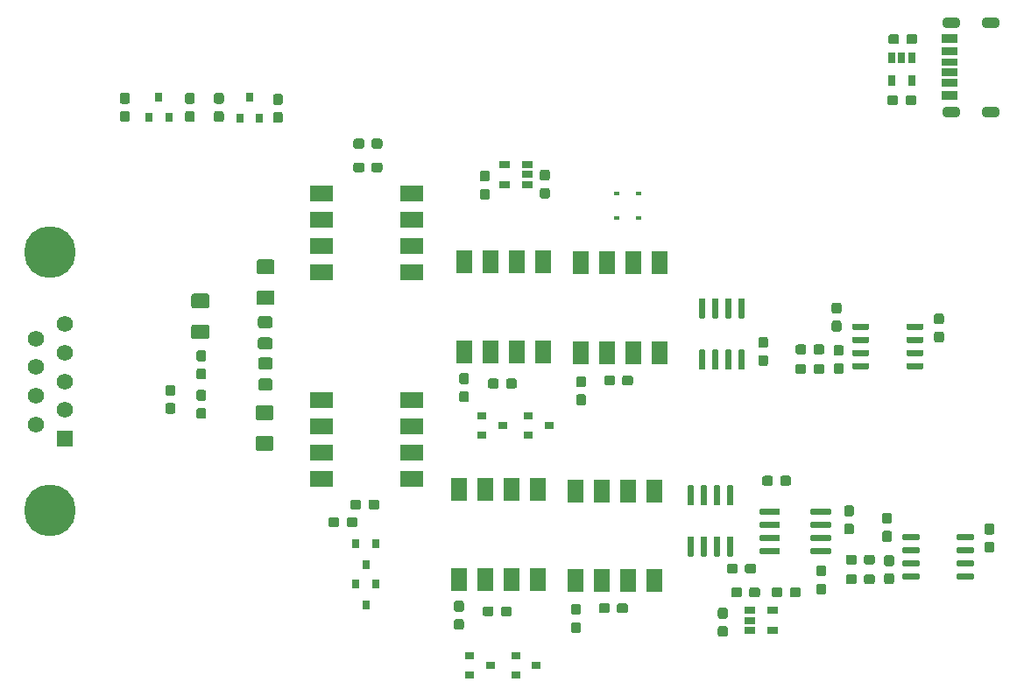
<source format=gtp>
G04 #@! TF.GenerationSoftware,KiCad,Pcbnew,(5.1.5-0)*
G04 #@! TF.CreationDate,2022-06-02T10:47:19-06:00*
G04 #@! TF.ProjectId,sq_lockin_v4,73715f6c-6f63-46b6-996e-5f76342e6b69,rev?*
G04 #@! TF.SameCoordinates,Original*
G04 #@! TF.FileFunction,Paste,Top*
G04 #@! TF.FilePolarity,Positive*
%FSLAX46Y46*%
G04 Gerber Fmt 4.6, Leading zero omitted, Abs format (unit mm)*
G04 Created by KiCad (PCBNEW (5.1.5-0)) date 2022-06-02 10:47:19*
%MOMM*%
%LPD*%
G04 APERTURE LIST*
%ADD10C,0.100000*%
%ADD11R,1.060000X0.650000*%
%ADD12R,0.800000X0.900000*%
%ADD13C,5.000000*%
%ADD14C,1.575000*%
%ADD15R,1.575000X1.575000*%
%ADD16R,0.600000X0.450000*%
%ADD17R,0.900000X0.800000*%
%ADD18R,2.200000X1.600000*%
%ADD19R,1.600000X2.200000*%
%ADD20R,0.650000X1.060000*%
%ADD21O,1.800000X1.100000*%
%ADD22R,1.500000X0.800000*%
%ADD23R,1.500000X0.760000*%
%ADD24R,1.500000X0.700000*%
G04 APERTURE END LIST*
D10*
G36*
X202576000Y-60150000D02*
G01*
X202576000Y-59350000D01*
X204074000Y-59350000D01*
X204074000Y-60150000D01*
X202576000Y-60150000D01*
G37*
G36*
X202576000Y-58900000D02*
G01*
X202576000Y-58140000D01*
X204074000Y-58140000D01*
X204074000Y-58900000D01*
X202576000Y-58900000D01*
G37*
G36*
X202576000Y-57851000D02*
G01*
X202576000Y-57150000D01*
X204074000Y-57150000D01*
X204074000Y-57851000D01*
X202576000Y-57851000D01*
G37*
G36*
X202576000Y-56850000D02*
G01*
X202576000Y-56149000D01*
X204074000Y-56149000D01*
X204074000Y-56850000D01*
X202576000Y-56850000D01*
G37*
G36*
X202576000Y-55860000D02*
G01*
X202576000Y-55100000D01*
X204074000Y-55100000D01*
X204074000Y-55860000D01*
X202576000Y-55860000D01*
G37*
G36*
X202576000Y-54651000D02*
G01*
X202576000Y-53850000D01*
X204074000Y-53850000D01*
X204074000Y-54651000D01*
X202576000Y-54651000D01*
G37*
D11*
X186200000Y-109550000D03*
X186200000Y-111450000D03*
X184000000Y-111450000D03*
X184000000Y-110500000D03*
X184000000Y-109550000D03*
D10*
G36*
X182269703Y-102400722D02*
G01*
X182284264Y-102402882D01*
X182298543Y-102406459D01*
X182312403Y-102411418D01*
X182325710Y-102417712D01*
X182338336Y-102425280D01*
X182350159Y-102434048D01*
X182361066Y-102443934D01*
X182370952Y-102454841D01*
X182379720Y-102466664D01*
X182387288Y-102479290D01*
X182393582Y-102492597D01*
X182398541Y-102506457D01*
X182402118Y-102520736D01*
X182404278Y-102535297D01*
X182405000Y-102550000D01*
X182405000Y-104200000D01*
X182404278Y-104214703D01*
X182402118Y-104229264D01*
X182398541Y-104243543D01*
X182393582Y-104257403D01*
X182387288Y-104270710D01*
X182379720Y-104283336D01*
X182370952Y-104295159D01*
X182361066Y-104306066D01*
X182350159Y-104315952D01*
X182338336Y-104324720D01*
X182325710Y-104332288D01*
X182312403Y-104338582D01*
X182298543Y-104343541D01*
X182284264Y-104347118D01*
X182269703Y-104349278D01*
X182255000Y-104350000D01*
X181955000Y-104350000D01*
X181940297Y-104349278D01*
X181925736Y-104347118D01*
X181911457Y-104343541D01*
X181897597Y-104338582D01*
X181884290Y-104332288D01*
X181871664Y-104324720D01*
X181859841Y-104315952D01*
X181848934Y-104306066D01*
X181839048Y-104295159D01*
X181830280Y-104283336D01*
X181822712Y-104270710D01*
X181816418Y-104257403D01*
X181811459Y-104243543D01*
X181807882Y-104229264D01*
X181805722Y-104214703D01*
X181805000Y-104200000D01*
X181805000Y-102550000D01*
X181805722Y-102535297D01*
X181807882Y-102520736D01*
X181811459Y-102506457D01*
X181816418Y-102492597D01*
X181822712Y-102479290D01*
X181830280Y-102466664D01*
X181839048Y-102454841D01*
X181848934Y-102443934D01*
X181859841Y-102434048D01*
X181871664Y-102425280D01*
X181884290Y-102417712D01*
X181897597Y-102411418D01*
X181911457Y-102406459D01*
X181925736Y-102402882D01*
X181940297Y-102400722D01*
X181955000Y-102400000D01*
X182255000Y-102400000D01*
X182269703Y-102400722D01*
G37*
G36*
X180999703Y-102400722D02*
G01*
X181014264Y-102402882D01*
X181028543Y-102406459D01*
X181042403Y-102411418D01*
X181055710Y-102417712D01*
X181068336Y-102425280D01*
X181080159Y-102434048D01*
X181091066Y-102443934D01*
X181100952Y-102454841D01*
X181109720Y-102466664D01*
X181117288Y-102479290D01*
X181123582Y-102492597D01*
X181128541Y-102506457D01*
X181132118Y-102520736D01*
X181134278Y-102535297D01*
X181135000Y-102550000D01*
X181135000Y-104200000D01*
X181134278Y-104214703D01*
X181132118Y-104229264D01*
X181128541Y-104243543D01*
X181123582Y-104257403D01*
X181117288Y-104270710D01*
X181109720Y-104283336D01*
X181100952Y-104295159D01*
X181091066Y-104306066D01*
X181080159Y-104315952D01*
X181068336Y-104324720D01*
X181055710Y-104332288D01*
X181042403Y-104338582D01*
X181028543Y-104343541D01*
X181014264Y-104347118D01*
X180999703Y-104349278D01*
X180985000Y-104350000D01*
X180685000Y-104350000D01*
X180670297Y-104349278D01*
X180655736Y-104347118D01*
X180641457Y-104343541D01*
X180627597Y-104338582D01*
X180614290Y-104332288D01*
X180601664Y-104324720D01*
X180589841Y-104315952D01*
X180578934Y-104306066D01*
X180569048Y-104295159D01*
X180560280Y-104283336D01*
X180552712Y-104270710D01*
X180546418Y-104257403D01*
X180541459Y-104243543D01*
X180537882Y-104229264D01*
X180535722Y-104214703D01*
X180535000Y-104200000D01*
X180535000Y-102550000D01*
X180535722Y-102535297D01*
X180537882Y-102520736D01*
X180541459Y-102506457D01*
X180546418Y-102492597D01*
X180552712Y-102479290D01*
X180560280Y-102466664D01*
X180569048Y-102454841D01*
X180578934Y-102443934D01*
X180589841Y-102434048D01*
X180601664Y-102425280D01*
X180614290Y-102417712D01*
X180627597Y-102411418D01*
X180641457Y-102406459D01*
X180655736Y-102402882D01*
X180670297Y-102400722D01*
X180685000Y-102400000D01*
X180985000Y-102400000D01*
X180999703Y-102400722D01*
G37*
G36*
X179729703Y-102400722D02*
G01*
X179744264Y-102402882D01*
X179758543Y-102406459D01*
X179772403Y-102411418D01*
X179785710Y-102417712D01*
X179798336Y-102425280D01*
X179810159Y-102434048D01*
X179821066Y-102443934D01*
X179830952Y-102454841D01*
X179839720Y-102466664D01*
X179847288Y-102479290D01*
X179853582Y-102492597D01*
X179858541Y-102506457D01*
X179862118Y-102520736D01*
X179864278Y-102535297D01*
X179865000Y-102550000D01*
X179865000Y-104200000D01*
X179864278Y-104214703D01*
X179862118Y-104229264D01*
X179858541Y-104243543D01*
X179853582Y-104257403D01*
X179847288Y-104270710D01*
X179839720Y-104283336D01*
X179830952Y-104295159D01*
X179821066Y-104306066D01*
X179810159Y-104315952D01*
X179798336Y-104324720D01*
X179785710Y-104332288D01*
X179772403Y-104338582D01*
X179758543Y-104343541D01*
X179744264Y-104347118D01*
X179729703Y-104349278D01*
X179715000Y-104350000D01*
X179415000Y-104350000D01*
X179400297Y-104349278D01*
X179385736Y-104347118D01*
X179371457Y-104343541D01*
X179357597Y-104338582D01*
X179344290Y-104332288D01*
X179331664Y-104324720D01*
X179319841Y-104315952D01*
X179308934Y-104306066D01*
X179299048Y-104295159D01*
X179290280Y-104283336D01*
X179282712Y-104270710D01*
X179276418Y-104257403D01*
X179271459Y-104243543D01*
X179267882Y-104229264D01*
X179265722Y-104214703D01*
X179265000Y-104200000D01*
X179265000Y-102550000D01*
X179265722Y-102535297D01*
X179267882Y-102520736D01*
X179271459Y-102506457D01*
X179276418Y-102492597D01*
X179282712Y-102479290D01*
X179290280Y-102466664D01*
X179299048Y-102454841D01*
X179308934Y-102443934D01*
X179319841Y-102434048D01*
X179331664Y-102425280D01*
X179344290Y-102417712D01*
X179357597Y-102411418D01*
X179371457Y-102406459D01*
X179385736Y-102402882D01*
X179400297Y-102400722D01*
X179415000Y-102400000D01*
X179715000Y-102400000D01*
X179729703Y-102400722D01*
G37*
G36*
X178459703Y-102400722D02*
G01*
X178474264Y-102402882D01*
X178488543Y-102406459D01*
X178502403Y-102411418D01*
X178515710Y-102417712D01*
X178528336Y-102425280D01*
X178540159Y-102434048D01*
X178551066Y-102443934D01*
X178560952Y-102454841D01*
X178569720Y-102466664D01*
X178577288Y-102479290D01*
X178583582Y-102492597D01*
X178588541Y-102506457D01*
X178592118Y-102520736D01*
X178594278Y-102535297D01*
X178595000Y-102550000D01*
X178595000Y-104200000D01*
X178594278Y-104214703D01*
X178592118Y-104229264D01*
X178588541Y-104243543D01*
X178583582Y-104257403D01*
X178577288Y-104270710D01*
X178569720Y-104283336D01*
X178560952Y-104295159D01*
X178551066Y-104306066D01*
X178540159Y-104315952D01*
X178528336Y-104324720D01*
X178515710Y-104332288D01*
X178502403Y-104338582D01*
X178488543Y-104343541D01*
X178474264Y-104347118D01*
X178459703Y-104349278D01*
X178445000Y-104350000D01*
X178145000Y-104350000D01*
X178130297Y-104349278D01*
X178115736Y-104347118D01*
X178101457Y-104343541D01*
X178087597Y-104338582D01*
X178074290Y-104332288D01*
X178061664Y-104324720D01*
X178049841Y-104315952D01*
X178038934Y-104306066D01*
X178029048Y-104295159D01*
X178020280Y-104283336D01*
X178012712Y-104270710D01*
X178006418Y-104257403D01*
X178001459Y-104243543D01*
X177997882Y-104229264D01*
X177995722Y-104214703D01*
X177995000Y-104200000D01*
X177995000Y-102550000D01*
X177995722Y-102535297D01*
X177997882Y-102520736D01*
X178001459Y-102506457D01*
X178006418Y-102492597D01*
X178012712Y-102479290D01*
X178020280Y-102466664D01*
X178029048Y-102454841D01*
X178038934Y-102443934D01*
X178049841Y-102434048D01*
X178061664Y-102425280D01*
X178074290Y-102417712D01*
X178087597Y-102411418D01*
X178101457Y-102406459D01*
X178115736Y-102402882D01*
X178130297Y-102400722D01*
X178145000Y-102400000D01*
X178445000Y-102400000D01*
X178459703Y-102400722D01*
G37*
G36*
X178459703Y-97450722D02*
G01*
X178474264Y-97452882D01*
X178488543Y-97456459D01*
X178502403Y-97461418D01*
X178515710Y-97467712D01*
X178528336Y-97475280D01*
X178540159Y-97484048D01*
X178551066Y-97493934D01*
X178560952Y-97504841D01*
X178569720Y-97516664D01*
X178577288Y-97529290D01*
X178583582Y-97542597D01*
X178588541Y-97556457D01*
X178592118Y-97570736D01*
X178594278Y-97585297D01*
X178595000Y-97600000D01*
X178595000Y-99250000D01*
X178594278Y-99264703D01*
X178592118Y-99279264D01*
X178588541Y-99293543D01*
X178583582Y-99307403D01*
X178577288Y-99320710D01*
X178569720Y-99333336D01*
X178560952Y-99345159D01*
X178551066Y-99356066D01*
X178540159Y-99365952D01*
X178528336Y-99374720D01*
X178515710Y-99382288D01*
X178502403Y-99388582D01*
X178488543Y-99393541D01*
X178474264Y-99397118D01*
X178459703Y-99399278D01*
X178445000Y-99400000D01*
X178145000Y-99400000D01*
X178130297Y-99399278D01*
X178115736Y-99397118D01*
X178101457Y-99393541D01*
X178087597Y-99388582D01*
X178074290Y-99382288D01*
X178061664Y-99374720D01*
X178049841Y-99365952D01*
X178038934Y-99356066D01*
X178029048Y-99345159D01*
X178020280Y-99333336D01*
X178012712Y-99320710D01*
X178006418Y-99307403D01*
X178001459Y-99293543D01*
X177997882Y-99279264D01*
X177995722Y-99264703D01*
X177995000Y-99250000D01*
X177995000Y-97600000D01*
X177995722Y-97585297D01*
X177997882Y-97570736D01*
X178001459Y-97556457D01*
X178006418Y-97542597D01*
X178012712Y-97529290D01*
X178020280Y-97516664D01*
X178029048Y-97504841D01*
X178038934Y-97493934D01*
X178049841Y-97484048D01*
X178061664Y-97475280D01*
X178074290Y-97467712D01*
X178087597Y-97461418D01*
X178101457Y-97456459D01*
X178115736Y-97452882D01*
X178130297Y-97450722D01*
X178145000Y-97450000D01*
X178445000Y-97450000D01*
X178459703Y-97450722D01*
G37*
G36*
X179729703Y-97450722D02*
G01*
X179744264Y-97452882D01*
X179758543Y-97456459D01*
X179772403Y-97461418D01*
X179785710Y-97467712D01*
X179798336Y-97475280D01*
X179810159Y-97484048D01*
X179821066Y-97493934D01*
X179830952Y-97504841D01*
X179839720Y-97516664D01*
X179847288Y-97529290D01*
X179853582Y-97542597D01*
X179858541Y-97556457D01*
X179862118Y-97570736D01*
X179864278Y-97585297D01*
X179865000Y-97600000D01*
X179865000Y-99250000D01*
X179864278Y-99264703D01*
X179862118Y-99279264D01*
X179858541Y-99293543D01*
X179853582Y-99307403D01*
X179847288Y-99320710D01*
X179839720Y-99333336D01*
X179830952Y-99345159D01*
X179821066Y-99356066D01*
X179810159Y-99365952D01*
X179798336Y-99374720D01*
X179785710Y-99382288D01*
X179772403Y-99388582D01*
X179758543Y-99393541D01*
X179744264Y-99397118D01*
X179729703Y-99399278D01*
X179715000Y-99400000D01*
X179415000Y-99400000D01*
X179400297Y-99399278D01*
X179385736Y-99397118D01*
X179371457Y-99393541D01*
X179357597Y-99388582D01*
X179344290Y-99382288D01*
X179331664Y-99374720D01*
X179319841Y-99365952D01*
X179308934Y-99356066D01*
X179299048Y-99345159D01*
X179290280Y-99333336D01*
X179282712Y-99320710D01*
X179276418Y-99307403D01*
X179271459Y-99293543D01*
X179267882Y-99279264D01*
X179265722Y-99264703D01*
X179265000Y-99250000D01*
X179265000Y-97600000D01*
X179265722Y-97585297D01*
X179267882Y-97570736D01*
X179271459Y-97556457D01*
X179276418Y-97542597D01*
X179282712Y-97529290D01*
X179290280Y-97516664D01*
X179299048Y-97504841D01*
X179308934Y-97493934D01*
X179319841Y-97484048D01*
X179331664Y-97475280D01*
X179344290Y-97467712D01*
X179357597Y-97461418D01*
X179371457Y-97456459D01*
X179385736Y-97452882D01*
X179400297Y-97450722D01*
X179415000Y-97450000D01*
X179715000Y-97450000D01*
X179729703Y-97450722D01*
G37*
G36*
X180999703Y-97450722D02*
G01*
X181014264Y-97452882D01*
X181028543Y-97456459D01*
X181042403Y-97461418D01*
X181055710Y-97467712D01*
X181068336Y-97475280D01*
X181080159Y-97484048D01*
X181091066Y-97493934D01*
X181100952Y-97504841D01*
X181109720Y-97516664D01*
X181117288Y-97529290D01*
X181123582Y-97542597D01*
X181128541Y-97556457D01*
X181132118Y-97570736D01*
X181134278Y-97585297D01*
X181135000Y-97600000D01*
X181135000Y-99250000D01*
X181134278Y-99264703D01*
X181132118Y-99279264D01*
X181128541Y-99293543D01*
X181123582Y-99307403D01*
X181117288Y-99320710D01*
X181109720Y-99333336D01*
X181100952Y-99345159D01*
X181091066Y-99356066D01*
X181080159Y-99365952D01*
X181068336Y-99374720D01*
X181055710Y-99382288D01*
X181042403Y-99388582D01*
X181028543Y-99393541D01*
X181014264Y-99397118D01*
X180999703Y-99399278D01*
X180985000Y-99400000D01*
X180685000Y-99400000D01*
X180670297Y-99399278D01*
X180655736Y-99397118D01*
X180641457Y-99393541D01*
X180627597Y-99388582D01*
X180614290Y-99382288D01*
X180601664Y-99374720D01*
X180589841Y-99365952D01*
X180578934Y-99356066D01*
X180569048Y-99345159D01*
X180560280Y-99333336D01*
X180552712Y-99320710D01*
X180546418Y-99307403D01*
X180541459Y-99293543D01*
X180537882Y-99279264D01*
X180535722Y-99264703D01*
X180535000Y-99250000D01*
X180535000Y-97600000D01*
X180535722Y-97585297D01*
X180537882Y-97570736D01*
X180541459Y-97556457D01*
X180546418Y-97542597D01*
X180552712Y-97529290D01*
X180560280Y-97516664D01*
X180569048Y-97504841D01*
X180578934Y-97493934D01*
X180589841Y-97484048D01*
X180601664Y-97475280D01*
X180614290Y-97467712D01*
X180627597Y-97461418D01*
X180641457Y-97456459D01*
X180655736Y-97452882D01*
X180670297Y-97450722D01*
X180685000Y-97450000D01*
X180985000Y-97450000D01*
X180999703Y-97450722D01*
G37*
G36*
X182269703Y-97450722D02*
G01*
X182284264Y-97452882D01*
X182298543Y-97456459D01*
X182312403Y-97461418D01*
X182325710Y-97467712D01*
X182338336Y-97475280D01*
X182350159Y-97484048D01*
X182361066Y-97493934D01*
X182370952Y-97504841D01*
X182379720Y-97516664D01*
X182387288Y-97529290D01*
X182393582Y-97542597D01*
X182398541Y-97556457D01*
X182402118Y-97570736D01*
X182404278Y-97585297D01*
X182405000Y-97600000D01*
X182405000Y-99250000D01*
X182404278Y-99264703D01*
X182402118Y-99279264D01*
X182398541Y-99293543D01*
X182393582Y-99307403D01*
X182387288Y-99320710D01*
X182379720Y-99333336D01*
X182370952Y-99345159D01*
X182361066Y-99356066D01*
X182350159Y-99365952D01*
X182338336Y-99374720D01*
X182325710Y-99382288D01*
X182312403Y-99388582D01*
X182298543Y-99393541D01*
X182284264Y-99397118D01*
X182269703Y-99399278D01*
X182255000Y-99400000D01*
X181955000Y-99400000D01*
X181940297Y-99399278D01*
X181925736Y-99397118D01*
X181911457Y-99393541D01*
X181897597Y-99388582D01*
X181884290Y-99382288D01*
X181871664Y-99374720D01*
X181859841Y-99365952D01*
X181848934Y-99356066D01*
X181839048Y-99345159D01*
X181830280Y-99333336D01*
X181822712Y-99320710D01*
X181816418Y-99307403D01*
X181811459Y-99293543D01*
X181807882Y-99279264D01*
X181805722Y-99264703D01*
X181805000Y-99250000D01*
X181805000Y-97600000D01*
X181805722Y-97585297D01*
X181807882Y-97570736D01*
X181811459Y-97556457D01*
X181816418Y-97542597D01*
X181822712Y-97529290D01*
X181830280Y-97516664D01*
X181839048Y-97504841D01*
X181848934Y-97493934D01*
X181859841Y-97484048D01*
X181871664Y-97475280D01*
X181884290Y-97467712D01*
X181897597Y-97461418D01*
X181911457Y-97456459D01*
X181925736Y-97452882D01*
X181940297Y-97450722D01*
X181955000Y-97450000D01*
X182255000Y-97450000D01*
X182269703Y-97450722D01*
G37*
G36*
X183369703Y-84300722D02*
G01*
X183384264Y-84302882D01*
X183398543Y-84306459D01*
X183412403Y-84311418D01*
X183425710Y-84317712D01*
X183438336Y-84325280D01*
X183450159Y-84334048D01*
X183461066Y-84343934D01*
X183470952Y-84354841D01*
X183479720Y-84366664D01*
X183487288Y-84379290D01*
X183493582Y-84392597D01*
X183498541Y-84406457D01*
X183502118Y-84420736D01*
X183504278Y-84435297D01*
X183505000Y-84450000D01*
X183505000Y-86100000D01*
X183504278Y-86114703D01*
X183502118Y-86129264D01*
X183498541Y-86143543D01*
X183493582Y-86157403D01*
X183487288Y-86170710D01*
X183479720Y-86183336D01*
X183470952Y-86195159D01*
X183461066Y-86206066D01*
X183450159Y-86215952D01*
X183438336Y-86224720D01*
X183425710Y-86232288D01*
X183412403Y-86238582D01*
X183398543Y-86243541D01*
X183384264Y-86247118D01*
X183369703Y-86249278D01*
X183355000Y-86250000D01*
X183055000Y-86250000D01*
X183040297Y-86249278D01*
X183025736Y-86247118D01*
X183011457Y-86243541D01*
X182997597Y-86238582D01*
X182984290Y-86232288D01*
X182971664Y-86224720D01*
X182959841Y-86215952D01*
X182948934Y-86206066D01*
X182939048Y-86195159D01*
X182930280Y-86183336D01*
X182922712Y-86170710D01*
X182916418Y-86157403D01*
X182911459Y-86143543D01*
X182907882Y-86129264D01*
X182905722Y-86114703D01*
X182905000Y-86100000D01*
X182905000Y-84450000D01*
X182905722Y-84435297D01*
X182907882Y-84420736D01*
X182911459Y-84406457D01*
X182916418Y-84392597D01*
X182922712Y-84379290D01*
X182930280Y-84366664D01*
X182939048Y-84354841D01*
X182948934Y-84343934D01*
X182959841Y-84334048D01*
X182971664Y-84325280D01*
X182984290Y-84317712D01*
X182997597Y-84311418D01*
X183011457Y-84306459D01*
X183025736Y-84302882D01*
X183040297Y-84300722D01*
X183055000Y-84300000D01*
X183355000Y-84300000D01*
X183369703Y-84300722D01*
G37*
G36*
X182099703Y-84300722D02*
G01*
X182114264Y-84302882D01*
X182128543Y-84306459D01*
X182142403Y-84311418D01*
X182155710Y-84317712D01*
X182168336Y-84325280D01*
X182180159Y-84334048D01*
X182191066Y-84343934D01*
X182200952Y-84354841D01*
X182209720Y-84366664D01*
X182217288Y-84379290D01*
X182223582Y-84392597D01*
X182228541Y-84406457D01*
X182232118Y-84420736D01*
X182234278Y-84435297D01*
X182235000Y-84450000D01*
X182235000Y-86100000D01*
X182234278Y-86114703D01*
X182232118Y-86129264D01*
X182228541Y-86143543D01*
X182223582Y-86157403D01*
X182217288Y-86170710D01*
X182209720Y-86183336D01*
X182200952Y-86195159D01*
X182191066Y-86206066D01*
X182180159Y-86215952D01*
X182168336Y-86224720D01*
X182155710Y-86232288D01*
X182142403Y-86238582D01*
X182128543Y-86243541D01*
X182114264Y-86247118D01*
X182099703Y-86249278D01*
X182085000Y-86250000D01*
X181785000Y-86250000D01*
X181770297Y-86249278D01*
X181755736Y-86247118D01*
X181741457Y-86243541D01*
X181727597Y-86238582D01*
X181714290Y-86232288D01*
X181701664Y-86224720D01*
X181689841Y-86215952D01*
X181678934Y-86206066D01*
X181669048Y-86195159D01*
X181660280Y-86183336D01*
X181652712Y-86170710D01*
X181646418Y-86157403D01*
X181641459Y-86143543D01*
X181637882Y-86129264D01*
X181635722Y-86114703D01*
X181635000Y-86100000D01*
X181635000Y-84450000D01*
X181635722Y-84435297D01*
X181637882Y-84420736D01*
X181641459Y-84406457D01*
X181646418Y-84392597D01*
X181652712Y-84379290D01*
X181660280Y-84366664D01*
X181669048Y-84354841D01*
X181678934Y-84343934D01*
X181689841Y-84334048D01*
X181701664Y-84325280D01*
X181714290Y-84317712D01*
X181727597Y-84311418D01*
X181741457Y-84306459D01*
X181755736Y-84302882D01*
X181770297Y-84300722D01*
X181785000Y-84300000D01*
X182085000Y-84300000D01*
X182099703Y-84300722D01*
G37*
G36*
X180829703Y-84300722D02*
G01*
X180844264Y-84302882D01*
X180858543Y-84306459D01*
X180872403Y-84311418D01*
X180885710Y-84317712D01*
X180898336Y-84325280D01*
X180910159Y-84334048D01*
X180921066Y-84343934D01*
X180930952Y-84354841D01*
X180939720Y-84366664D01*
X180947288Y-84379290D01*
X180953582Y-84392597D01*
X180958541Y-84406457D01*
X180962118Y-84420736D01*
X180964278Y-84435297D01*
X180965000Y-84450000D01*
X180965000Y-86100000D01*
X180964278Y-86114703D01*
X180962118Y-86129264D01*
X180958541Y-86143543D01*
X180953582Y-86157403D01*
X180947288Y-86170710D01*
X180939720Y-86183336D01*
X180930952Y-86195159D01*
X180921066Y-86206066D01*
X180910159Y-86215952D01*
X180898336Y-86224720D01*
X180885710Y-86232288D01*
X180872403Y-86238582D01*
X180858543Y-86243541D01*
X180844264Y-86247118D01*
X180829703Y-86249278D01*
X180815000Y-86250000D01*
X180515000Y-86250000D01*
X180500297Y-86249278D01*
X180485736Y-86247118D01*
X180471457Y-86243541D01*
X180457597Y-86238582D01*
X180444290Y-86232288D01*
X180431664Y-86224720D01*
X180419841Y-86215952D01*
X180408934Y-86206066D01*
X180399048Y-86195159D01*
X180390280Y-86183336D01*
X180382712Y-86170710D01*
X180376418Y-86157403D01*
X180371459Y-86143543D01*
X180367882Y-86129264D01*
X180365722Y-86114703D01*
X180365000Y-86100000D01*
X180365000Y-84450000D01*
X180365722Y-84435297D01*
X180367882Y-84420736D01*
X180371459Y-84406457D01*
X180376418Y-84392597D01*
X180382712Y-84379290D01*
X180390280Y-84366664D01*
X180399048Y-84354841D01*
X180408934Y-84343934D01*
X180419841Y-84334048D01*
X180431664Y-84325280D01*
X180444290Y-84317712D01*
X180457597Y-84311418D01*
X180471457Y-84306459D01*
X180485736Y-84302882D01*
X180500297Y-84300722D01*
X180515000Y-84300000D01*
X180815000Y-84300000D01*
X180829703Y-84300722D01*
G37*
G36*
X179559703Y-84300722D02*
G01*
X179574264Y-84302882D01*
X179588543Y-84306459D01*
X179602403Y-84311418D01*
X179615710Y-84317712D01*
X179628336Y-84325280D01*
X179640159Y-84334048D01*
X179651066Y-84343934D01*
X179660952Y-84354841D01*
X179669720Y-84366664D01*
X179677288Y-84379290D01*
X179683582Y-84392597D01*
X179688541Y-84406457D01*
X179692118Y-84420736D01*
X179694278Y-84435297D01*
X179695000Y-84450000D01*
X179695000Y-86100000D01*
X179694278Y-86114703D01*
X179692118Y-86129264D01*
X179688541Y-86143543D01*
X179683582Y-86157403D01*
X179677288Y-86170710D01*
X179669720Y-86183336D01*
X179660952Y-86195159D01*
X179651066Y-86206066D01*
X179640159Y-86215952D01*
X179628336Y-86224720D01*
X179615710Y-86232288D01*
X179602403Y-86238582D01*
X179588543Y-86243541D01*
X179574264Y-86247118D01*
X179559703Y-86249278D01*
X179545000Y-86250000D01*
X179245000Y-86250000D01*
X179230297Y-86249278D01*
X179215736Y-86247118D01*
X179201457Y-86243541D01*
X179187597Y-86238582D01*
X179174290Y-86232288D01*
X179161664Y-86224720D01*
X179149841Y-86215952D01*
X179138934Y-86206066D01*
X179129048Y-86195159D01*
X179120280Y-86183336D01*
X179112712Y-86170710D01*
X179106418Y-86157403D01*
X179101459Y-86143543D01*
X179097882Y-86129264D01*
X179095722Y-86114703D01*
X179095000Y-86100000D01*
X179095000Y-84450000D01*
X179095722Y-84435297D01*
X179097882Y-84420736D01*
X179101459Y-84406457D01*
X179106418Y-84392597D01*
X179112712Y-84379290D01*
X179120280Y-84366664D01*
X179129048Y-84354841D01*
X179138934Y-84343934D01*
X179149841Y-84334048D01*
X179161664Y-84325280D01*
X179174290Y-84317712D01*
X179187597Y-84311418D01*
X179201457Y-84306459D01*
X179215736Y-84302882D01*
X179230297Y-84300722D01*
X179245000Y-84300000D01*
X179545000Y-84300000D01*
X179559703Y-84300722D01*
G37*
G36*
X179559703Y-79350722D02*
G01*
X179574264Y-79352882D01*
X179588543Y-79356459D01*
X179602403Y-79361418D01*
X179615710Y-79367712D01*
X179628336Y-79375280D01*
X179640159Y-79384048D01*
X179651066Y-79393934D01*
X179660952Y-79404841D01*
X179669720Y-79416664D01*
X179677288Y-79429290D01*
X179683582Y-79442597D01*
X179688541Y-79456457D01*
X179692118Y-79470736D01*
X179694278Y-79485297D01*
X179695000Y-79500000D01*
X179695000Y-81150000D01*
X179694278Y-81164703D01*
X179692118Y-81179264D01*
X179688541Y-81193543D01*
X179683582Y-81207403D01*
X179677288Y-81220710D01*
X179669720Y-81233336D01*
X179660952Y-81245159D01*
X179651066Y-81256066D01*
X179640159Y-81265952D01*
X179628336Y-81274720D01*
X179615710Y-81282288D01*
X179602403Y-81288582D01*
X179588543Y-81293541D01*
X179574264Y-81297118D01*
X179559703Y-81299278D01*
X179545000Y-81300000D01*
X179245000Y-81300000D01*
X179230297Y-81299278D01*
X179215736Y-81297118D01*
X179201457Y-81293541D01*
X179187597Y-81288582D01*
X179174290Y-81282288D01*
X179161664Y-81274720D01*
X179149841Y-81265952D01*
X179138934Y-81256066D01*
X179129048Y-81245159D01*
X179120280Y-81233336D01*
X179112712Y-81220710D01*
X179106418Y-81207403D01*
X179101459Y-81193543D01*
X179097882Y-81179264D01*
X179095722Y-81164703D01*
X179095000Y-81150000D01*
X179095000Y-79500000D01*
X179095722Y-79485297D01*
X179097882Y-79470736D01*
X179101459Y-79456457D01*
X179106418Y-79442597D01*
X179112712Y-79429290D01*
X179120280Y-79416664D01*
X179129048Y-79404841D01*
X179138934Y-79393934D01*
X179149841Y-79384048D01*
X179161664Y-79375280D01*
X179174290Y-79367712D01*
X179187597Y-79361418D01*
X179201457Y-79356459D01*
X179215736Y-79352882D01*
X179230297Y-79350722D01*
X179245000Y-79350000D01*
X179545000Y-79350000D01*
X179559703Y-79350722D01*
G37*
G36*
X180829703Y-79350722D02*
G01*
X180844264Y-79352882D01*
X180858543Y-79356459D01*
X180872403Y-79361418D01*
X180885710Y-79367712D01*
X180898336Y-79375280D01*
X180910159Y-79384048D01*
X180921066Y-79393934D01*
X180930952Y-79404841D01*
X180939720Y-79416664D01*
X180947288Y-79429290D01*
X180953582Y-79442597D01*
X180958541Y-79456457D01*
X180962118Y-79470736D01*
X180964278Y-79485297D01*
X180965000Y-79500000D01*
X180965000Y-81150000D01*
X180964278Y-81164703D01*
X180962118Y-81179264D01*
X180958541Y-81193543D01*
X180953582Y-81207403D01*
X180947288Y-81220710D01*
X180939720Y-81233336D01*
X180930952Y-81245159D01*
X180921066Y-81256066D01*
X180910159Y-81265952D01*
X180898336Y-81274720D01*
X180885710Y-81282288D01*
X180872403Y-81288582D01*
X180858543Y-81293541D01*
X180844264Y-81297118D01*
X180829703Y-81299278D01*
X180815000Y-81300000D01*
X180515000Y-81300000D01*
X180500297Y-81299278D01*
X180485736Y-81297118D01*
X180471457Y-81293541D01*
X180457597Y-81288582D01*
X180444290Y-81282288D01*
X180431664Y-81274720D01*
X180419841Y-81265952D01*
X180408934Y-81256066D01*
X180399048Y-81245159D01*
X180390280Y-81233336D01*
X180382712Y-81220710D01*
X180376418Y-81207403D01*
X180371459Y-81193543D01*
X180367882Y-81179264D01*
X180365722Y-81164703D01*
X180365000Y-81150000D01*
X180365000Y-79500000D01*
X180365722Y-79485297D01*
X180367882Y-79470736D01*
X180371459Y-79456457D01*
X180376418Y-79442597D01*
X180382712Y-79429290D01*
X180390280Y-79416664D01*
X180399048Y-79404841D01*
X180408934Y-79393934D01*
X180419841Y-79384048D01*
X180431664Y-79375280D01*
X180444290Y-79367712D01*
X180457597Y-79361418D01*
X180471457Y-79356459D01*
X180485736Y-79352882D01*
X180500297Y-79350722D01*
X180515000Y-79350000D01*
X180815000Y-79350000D01*
X180829703Y-79350722D01*
G37*
G36*
X182099703Y-79350722D02*
G01*
X182114264Y-79352882D01*
X182128543Y-79356459D01*
X182142403Y-79361418D01*
X182155710Y-79367712D01*
X182168336Y-79375280D01*
X182180159Y-79384048D01*
X182191066Y-79393934D01*
X182200952Y-79404841D01*
X182209720Y-79416664D01*
X182217288Y-79429290D01*
X182223582Y-79442597D01*
X182228541Y-79456457D01*
X182232118Y-79470736D01*
X182234278Y-79485297D01*
X182235000Y-79500000D01*
X182235000Y-81150000D01*
X182234278Y-81164703D01*
X182232118Y-81179264D01*
X182228541Y-81193543D01*
X182223582Y-81207403D01*
X182217288Y-81220710D01*
X182209720Y-81233336D01*
X182200952Y-81245159D01*
X182191066Y-81256066D01*
X182180159Y-81265952D01*
X182168336Y-81274720D01*
X182155710Y-81282288D01*
X182142403Y-81288582D01*
X182128543Y-81293541D01*
X182114264Y-81297118D01*
X182099703Y-81299278D01*
X182085000Y-81300000D01*
X181785000Y-81300000D01*
X181770297Y-81299278D01*
X181755736Y-81297118D01*
X181741457Y-81293541D01*
X181727597Y-81288582D01*
X181714290Y-81282288D01*
X181701664Y-81274720D01*
X181689841Y-81265952D01*
X181678934Y-81256066D01*
X181669048Y-81245159D01*
X181660280Y-81233336D01*
X181652712Y-81220710D01*
X181646418Y-81207403D01*
X181641459Y-81193543D01*
X181637882Y-81179264D01*
X181635722Y-81164703D01*
X181635000Y-81150000D01*
X181635000Y-79500000D01*
X181635722Y-79485297D01*
X181637882Y-79470736D01*
X181641459Y-79456457D01*
X181646418Y-79442597D01*
X181652712Y-79429290D01*
X181660280Y-79416664D01*
X181669048Y-79404841D01*
X181678934Y-79393934D01*
X181689841Y-79384048D01*
X181701664Y-79375280D01*
X181714290Y-79367712D01*
X181727597Y-79361418D01*
X181741457Y-79356459D01*
X181755736Y-79352882D01*
X181770297Y-79350722D01*
X181785000Y-79350000D01*
X182085000Y-79350000D01*
X182099703Y-79350722D01*
G37*
G36*
X183369703Y-79350722D02*
G01*
X183384264Y-79352882D01*
X183398543Y-79356459D01*
X183412403Y-79361418D01*
X183425710Y-79367712D01*
X183438336Y-79375280D01*
X183450159Y-79384048D01*
X183461066Y-79393934D01*
X183470952Y-79404841D01*
X183479720Y-79416664D01*
X183487288Y-79429290D01*
X183493582Y-79442597D01*
X183498541Y-79456457D01*
X183502118Y-79470736D01*
X183504278Y-79485297D01*
X183505000Y-79500000D01*
X183505000Y-81150000D01*
X183504278Y-81164703D01*
X183502118Y-81179264D01*
X183498541Y-81193543D01*
X183493582Y-81207403D01*
X183487288Y-81220710D01*
X183479720Y-81233336D01*
X183470952Y-81245159D01*
X183461066Y-81256066D01*
X183450159Y-81265952D01*
X183438336Y-81274720D01*
X183425710Y-81282288D01*
X183412403Y-81288582D01*
X183398543Y-81293541D01*
X183384264Y-81297118D01*
X183369703Y-81299278D01*
X183355000Y-81300000D01*
X183055000Y-81300000D01*
X183040297Y-81299278D01*
X183025736Y-81297118D01*
X183011457Y-81293541D01*
X182997597Y-81288582D01*
X182984290Y-81282288D01*
X182971664Y-81274720D01*
X182959841Y-81265952D01*
X182948934Y-81256066D01*
X182939048Y-81245159D01*
X182930280Y-81233336D01*
X182922712Y-81220710D01*
X182916418Y-81207403D01*
X182911459Y-81193543D01*
X182907882Y-81179264D01*
X182905722Y-81164703D01*
X182905000Y-81150000D01*
X182905000Y-79500000D01*
X182905722Y-79485297D01*
X182907882Y-79470736D01*
X182911459Y-79456457D01*
X182916418Y-79442597D01*
X182922712Y-79429290D01*
X182930280Y-79416664D01*
X182939048Y-79404841D01*
X182948934Y-79393934D01*
X182959841Y-79384048D01*
X182971664Y-79375280D01*
X182984290Y-79367712D01*
X182997597Y-79361418D01*
X183011457Y-79356459D01*
X183025736Y-79352882D01*
X183040297Y-79350722D01*
X183055000Y-79350000D01*
X183355000Y-79350000D01*
X183369703Y-79350722D01*
G37*
D12*
X135670000Y-59950000D03*
X136620000Y-61950000D03*
X134720000Y-61950000D03*
X126900000Y-59900000D03*
X127850000Y-61900000D03*
X125950000Y-61900000D03*
D10*
G36*
X130160779Y-59501144D02*
G01*
X130183834Y-59504563D01*
X130206443Y-59510227D01*
X130228387Y-59518079D01*
X130249457Y-59528044D01*
X130269448Y-59540026D01*
X130288168Y-59553910D01*
X130305438Y-59569562D01*
X130321090Y-59586832D01*
X130334974Y-59605552D01*
X130346956Y-59625543D01*
X130356921Y-59646613D01*
X130364773Y-59668557D01*
X130370437Y-59691166D01*
X130373856Y-59714221D01*
X130375000Y-59737500D01*
X130375000Y-60312500D01*
X130373856Y-60335779D01*
X130370437Y-60358834D01*
X130364773Y-60381443D01*
X130356921Y-60403387D01*
X130346956Y-60424457D01*
X130334974Y-60444448D01*
X130321090Y-60463168D01*
X130305438Y-60480438D01*
X130288168Y-60496090D01*
X130269448Y-60509974D01*
X130249457Y-60521956D01*
X130228387Y-60531921D01*
X130206443Y-60539773D01*
X130183834Y-60545437D01*
X130160779Y-60548856D01*
X130137500Y-60550000D01*
X129662500Y-60550000D01*
X129639221Y-60548856D01*
X129616166Y-60545437D01*
X129593557Y-60539773D01*
X129571613Y-60531921D01*
X129550543Y-60521956D01*
X129530552Y-60509974D01*
X129511832Y-60496090D01*
X129494562Y-60480438D01*
X129478910Y-60463168D01*
X129465026Y-60444448D01*
X129453044Y-60424457D01*
X129443079Y-60403387D01*
X129435227Y-60381443D01*
X129429563Y-60358834D01*
X129426144Y-60335779D01*
X129425000Y-60312500D01*
X129425000Y-59737500D01*
X129426144Y-59714221D01*
X129429563Y-59691166D01*
X129435227Y-59668557D01*
X129443079Y-59646613D01*
X129453044Y-59625543D01*
X129465026Y-59605552D01*
X129478910Y-59586832D01*
X129494562Y-59569562D01*
X129511832Y-59553910D01*
X129530552Y-59540026D01*
X129550543Y-59528044D01*
X129571613Y-59518079D01*
X129593557Y-59510227D01*
X129616166Y-59504563D01*
X129639221Y-59501144D01*
X129662500Y-59500000D01*
X130137500Y-59500000D01*
X130160779Y-59501144D01*
G37*
G36*
X130160779Y-61251144D02*
G01*
X130183834Y-61254563D01*
X130206443Y-61260227D01*
X130228387Y-61268079D01*
X130249457Y-61278044D01*
X130269448Y-61290026D01*
X130288168Y-61303910D01*
X130305438Y-61319562D01*
X130321090Y-61336832D01*
X130334974Y-61355552D01*
X130346956Y-61375543D01*
X130356921Y-61396613D01*
X130364773Y-61418557D01*
X130370437Y-61441166D01*
X130373856Y-61464221D01*
X130375000Y-61487500D01*
X130375000Y-62062500D01*
X130373856Y-62085779D01*
X130370437Y-62108834D01*
X130364773Y-62131443D01*
X130356921Y-62153387D01*
X130346956Y-62174457D01*
X130334974Y-62194448D01*
X130321090Y-62213168D01*
X130305438Y-62230438D01*
X130288168Y-62246090D01*
X130269448Y-62259974D01*
X130249457Y-62271956D01*
X130228387Y-62281921D01*
X130206443Y-62289773D01*
X130183834Y-62295437D01*
X130160779Y-62298856D01*
X130137500Y-62300000D01*
X129662500Y-62300000D01*
X129639221Y-62298856D01*
X129616166Y-62295437D01*
X129593557Y-62289773D01*
X129571613Y-62281921D01*
X129550543Y-62271956D01*
X129530552Y-62259974D01*
X129511832Y-62246090D01*
X129494562Y-62230438D01*
X129478910Y-62213168D01*
X129465026Y-62194448D01*
X129453044Y-62174457D01*
X129443079Y-62153387D01*
X129435227Y-62131443D01*
X129429563Y-62108834D01*
X129426144Y-62085779D01*
X129425000Y-62062500D01*
X129425000Y-61487500D01*
X129426144Y-61464221D01*
X129429563Y-61441166D01*
X129435227Y-61418557D01*
X129443079Y-61396613D01*
X129453044Y-61375543D01*
X129465026Y-61355552D01*
X129478910Y-61336832D01*
X129494562Y-61319562D01*
X129511832Y-61303910D01*
X129530552Y-61290026D01*
X129550543Y-61278044D01*
X129571613Y-61268079D01*
X129593557Y-61260227D01*
X129616166Y-61254563D01*
X129639221Y-61251144D01*
X129662500Y-61250000D01*
X130137500Y-61250000D01*
X130160779Y-61251144D01*
G37*
G36*
X123860779Y-59501144D02*
G01*
X123883834Y-59504563D01*
X123906443Y-59510227D01*
X123928387Y-59518079D01*
X123949457Y-59528044D01*
X123969448Y-59540026D01*
X123988168Y-59553910D01*
X124005438Y-59569562D01*
X124021090Y-59586832D01*
X124034974Y-59605552D01*
X124046956Y-59625543D01*
X124056921Y-59646613D01*
X124064773Y-59668557D01*
X124070437Y-59691166D01*
X124073856Y-59714221D01*
X124075000Y-59737500D01*
X124075000Y-60312500D01*
X124073856Y-60335779D01*
X124070437Y-60358834D01*
X124064773Y-60381443D01*
X124056921Y-60403387D01*
X124046956Y-60424457D01*
X124034974Y-60444448D01*
X124021090Y-60463168D01*
X124005438Y-60480438D01*
X123988168Y-60496090D01*
X123969448Y-60509974D01*
X123949457Y-60521956D01*
X123928387Y-60531921D01*
X123906443Y-60539773D01*
X123883834Y-60545437D01*
X123860779Y-60548856D01*
X123837500Y-60550000D01*
X123362500Y-60550000D01*
X123339221Y-60548856D01*
X123316166Y-60545437D01*
X123293557Y-60539773D01*
X123271613Y-60531921D01*
X123250543Y-60521956D01*
X123230552Y-60509974D01*
X123211832Y-60496090D01*
X123194562Y-60480438D01*
X123178910Y-60463168D01*
X123165026Y-60444448D01*
X123153044Y-60424457D01*
X123143079Y-60403387D01*
X123135227Y-60381443D01*
X123129563Y-60358834D01*
X123126144Y-60335779D01*
X123125000Y-60312500D01*
X123125000Y-59737500D01*
X123126144Y-59714221D01*
X123129563Y-59691166D01*
X123135227Y-59668557D01*
X123143079Y-59646613D01*
X123153044Y-59625543D01*
X123165026Y-59605552D01*
X123178910Y-59586832D01*
X123194562Y-59569562D01*
X123211832Y-59553910D01*
X123230552Y-59540026D01*
X123250543Y-59528044D01*
X123271613Y-59518079D01*
X123293557Y-59510227D01*
X123316166Y-59504563D01*
X123339221Y-59501144D01*
X123362500Y-59500000D01*
X123837500Y-59500000D01*
X123860779Y-59501144D01*
G37*
G36*
X123860779Y-61251144D02*
G01*
X123883834Y-61254563D01*
X123906443Y-61260227D01*
X123928387Y-61268079D01*
X123949457Y-61278044D01*
X123969448Y-61290026D01*
X123988168Y-61303910D01*
X124005438Y-61319562D01*
X124021090Y-61336832D01*
X124034974Y-61355552D01*
X124046956Y-61375543D01*
X124056921Y-61396613D01*
X124064773Y-61418557D01*
X124070437Y-61441166D01*
X124073856Y-61464221D01*
X124075000Y-61487500D01*
X124075000Y-62062500D01*
X124073856Y-62085779D01*
X124070437Y-62108834D01*
X124064773Y-62131443D01*
X124056921Y-62153387D01*
X124046956Y-62174457D01*
X124034974Y-62194448D01*
X124021090Y-62213168D01*
X124005438Y-62230438D01*
X123988168Y-62246090D01*
X123969448Y-62259974D01*
X123949457Y-62271956D01*
X123928387Y-62281921D01*
X123906443Y-62289773D01*
X123883834Y-62295437D01*
X123860779Y-62298856D01*
X123837500Y-62300000D01*
X123362500Y-62300000D01*
X123339221Y-62298856D01*
X123316166Y-62295437D01*
X123293557Y-62289773D01*
X123271613Y-62281921D01*
X123250543Y-62271956D01*
X123230552Y-62259974D01*
X123211832Y-62246090D01*
X123194562Y-62230438D01*
X123178910Y-62213168D01*
X123165026Y-62194448D01*
X123153044Y-62174457D01*
X123143079Y-62153387D01*
X123135227Y-62131443D01*
X123129563Y-62108834D01*
X123126144Y-62085779D01*
X123125000Y-62062500D01*
X123125000Y-61487500D01*
X123126144Y-61464221D01*
X123129563Y-61441166D01*
X123135227Y-61418557D01*
X123143079Y-61396613D01*
X123153044Y-61375543D01*
X123165026Y-61355552D01*
X123178910Y-61336832D01*
X123194562Y-61319562D01*
X123211832Y-61303910D01*
X123230552Y-61290026D01*
X123250543Y-61278044D01*
X123271613Y-61268079D01*
X123293557Y-61260227D01*
X123316166Y-61254563D01*
X123339221Y-61251144D01*
X123362500Y-61250000D01*
X123837500Y-61250000D01*
X123860779Y-61251144D01*
G37*
D13*
X116400000Y-99900000D03*
D14*
X114980000Y-83260000D03*
X114980000Y-86020000D03*
X114980000Y-88780000D03*
X114980000Y-91540000D03*
X117820000Y-81880000D03*
X117820000Y-84640000D03*
X117820000Y-90160000D03*
D15*
X117820000Y-92920000D03*
D13*
X116400000Y-74900000D03*
D14*
X117820000Y-87400000D03*
D16*
X173250000Y-69200000D03*
X171150000Y-69200000D03*
X173250000Y-71600000D03*
X171150000Y-71600000D03*
D10*
G36*
X191714703Y-99695722D02*
G01*
X191729264Y-99697882D01*
X191743543Y-99701459D01*
X191757403Y-99706418D01*
X191770710Y-99712712D01*
X191783336Y-99720280D01*
X191795159Y-99729048D01*
X191806066Y-99738934D01*
X191815952Y-99749841D01*
X191824720Y-99761664D01*
X191832288Y-99774290D01*
X191838582Y-99787597D01*
X191843541Y-99801457D01*
X191847118Y-99815736D01*
X191849278Y-99830297D01*
X191850000Y-99845000D01*
X191850000Y-100145000D01*
X191849278Y-100159703D01*
X191847118Y-100174264D01*
X191843541Y-100188543D01*
X191838582Y-100202403D01*
X191832288Y-100215710D01*
X191824720Y-100228336D01*
X191815952Y-100240159D01*
X191806066Y-100251066D01*
X191795159Y-100260952D01*
X191783336Y-100269720D01*
X191770710Y-100277288D01*
X191757403Y-100283582D01*
X191743543Y-100288541D01*
X191729264Y-100292118D01*
X191714703Y-100294278D01*
X191700000Y-100295000D01*
X190050000Y-100295000D01*
X190035297Y-100294278D01*
X190020736Y-100292118D01*
X190006457Y-100288541D01*
X189992597Y-100283582D01*
X189979290Y-100277288D01*
X189966664Y-100269720D01*
X189954841Y-100260952D01*
X189943934Y-100251066D01*
X189934048Y-100240159D01*
X189925280Y-100228336D01*
X189917712Y-100215710D01*
X189911418Y-100202403D01*
X189906459Y-100188543D01*
X189902882Y-100174264D01*
X189900722Y-100159703D01*
X189900000Y-100145000D01*
X189900000Y-99845000D01*
X189900722Y-99830297D01*
X189902882Y-99815736D01*
X189906459Y-99801457D01*
X189911418Y-99787597D01*
X189917712Y-99774290D01*
X189925280Y-99761664D01*
X189934048Y-99749841D01*
X189943934Y-99738934D01*
X189954841Y-99729048D01*
X189966664Y-99720280D01*
X189979290Y-99712712D01*
X189992597Y-99706418D01*
X190006457Y-99701459D01*
X190020736Y-99697882D01*
X190035297Y-99695722D01*
X190050000Y-99695000D01*
X191700000Y-99695000D01*
X191714703Y-99695722D01*
G37*
G36*
X191714703Y-100965722D02*
G01*
X191729264Y-100967882D01*
X191743543Y-100971459D01*
X191757403Y-100976418D01*
X191770710Y-100982712D01*
X191783336Y-100990280D01*
X191795159Y-100999048D01*
X191806066Y-101008934D01*
X191815952Y-101019841D01*
X191824720Y-101031664D01*
X191832288Y-101044290D01*
X191838582Y-101057597D01*
X191843541Y-101071457D01*
X191847118Y-101085736D01*
X191849278Y-101100297D01*
X191850000Y-101115000D01*
X191850000Y-101415000D01*
X191849278Y-101429703D01*
X191847118Y-101444264D01*
X191843541Y-101458543D01*
X191838582Y-101472403D01*
X191832288Y-101485710D01*
X191824720Y-101498336D01*
X191815952Y-101510159D01*
X191806066Y-101521066D01*
X191795159Y-101530952D01*
X191783336Y-101539720D01*
X191770710Y-101547288D01*
X191757403Y-101553582D01*
X191743543Y-101558541D01*
X191729264Y-101562118D01*
X191714703Y-101564278D01*
X191700000Y-101565000D01*
X190050000Y-101565000D01*
X190035297Y-101564278D01*
X190020736Y-101562118D01*
X190006457Y-101558541D01*
X189992597Y-101553582D01*
X189979290Y-101547288D01*
X189966664Y-101539720D01*
X189954841Y-101530952D01*
X189943934Y-101521066D01*
X189934048Y-101510159D01*
X189925280Y-101498336D01*
X189917712Y-101485710D01*
X189911418Y-101472403D01*
X189906459Y-101458543D01*
X189902882Y-101444264D01*
X189900722Y-101429703D01*
X189900000Y-101415000D01*
X189900000Y-101115000D01*
X189900722Y-101100297D01*
X189902882Y-101085736D01*
X189906459Y-101071457D01*
X189911418Y-101057597D01*
X189917712Y-101044290D01*
X189925280Y-101031664D01*
X189934048Y-101019841D01*
X189943934Y-101008934D01*
X189954841Y-100999048D01*
X189966664Y-100990280D01*
X189979290Y-100982712D01*
X189992597Y-100976418D01*
X190006457Y-100971459D01*
X190020736Y-100967882D01*
X190035297Y-100965722D01*
X190050000Y-100965000D01*
X191700000Y-100965000D01*
X191714703Y-100965722D01*
G37*
G36*
X191714703Y-102235722D02*
G01*
X191729264Y-102237882D01*
X191743543Y-102241459D01*
X191757403Y-102246418D01*
X191770710Y-102252712D01*
X191783336Y-102260280D01*
X191795159Y-102269048D01*
X191806066Y-102278934D01*
X191815952Y-102289841D01*
X191824720Y-102301664D01*
X191832288Y-102314290D01*
X191838582Y-102327597D01*
X191843541Y-102341457D01*
X191847118Y-102355736D01*
X191849278Y-102370297D01*
X191850000Y-102385000D01*
X191850000Y-102685000D01*
X191849278Y-102699703D01*
X191847118Y-102714264D01*
X191843541Y-102728543D01*
X191838582Y-102742403D01*
X191832288Y-102755710D01*
X191824720Y-102768336D01*
X191815952Y-102780159D01*
X191806066Y-102791066D01*
X191795159Y-102800952D01*
X191783336Y-102809720D01*
X191770710Y-102817288D01*
X191757403Y-102823582D01*
X191743543Y-102828541D01*
X191729264Y-102832118D01*
X191714703Y-102834278D01*
X191700000Y-102835000D01*
X190050000Y-102835000D01*
X190035297Y-102834278D01*
X190020736Y-102832118D01*
X190006457Y-102828541D01*
X189992597Y-102823582D01*
X189979290Y-102817288D01*
X189966664Y-102809720D01*
X189954841Y-102800952D01*
X189943934Y-102791066D01*
X189934048Y-102780159D01*
X189925280Y-102768336D01*
X189917712Y-102755710D01*
X189911418Y-102742403D01*
X189906459Y-102728543D01*
X189902882Y-102714264D01*
X189900722Y-102699703D01*
X189900000Y-102685000D01*
X189900000Y-102385000D01*
X189900722Y-102370297D01*
X189902882Y-102355736D01*
X189906459Y-102341457D01*
X189911418Y-102327597D01*
X189917712Y-102314290D01*
X189925280Y-102301664D01*
X189934048Y-102289841D01*
X189943934Y-102278934D01*
X189954841Y-102269048D01*
X189966664Y-102260280D01*
X189979290Y-102252712D01*
X189992597Y-102246418D01*
X190006457Y-102241459D01*
X190020736Y-102237882D01*
X190035297Y-102235722D01*
X190050000Y-102235000D01*
X191700000Y-102235000D01*
X191714703Y-102235722D01*
G37*
G36*
X191714703Y-103505722D02*
G01*
X191729264Y-103507882D01*
X191743543Y-103511459D01*
X191757403Y-103516418D01*
X191770710Y-103522712D01*
X191783336Y-103530280D01*
X191795159Y-103539048D01*
X191806066Y-103548934D01*
X191815952Y-103559841D01*
X191824720Y-103571664D01*
X191832288Y-103584290D01*
X191838582Y-103597597D01*
X191843541Y-103611457D01*
X191847118Y-103625736D01*
X191849278Y-103640297D01*
X191850000Y-103655000D01*
X191850000Y-103955000D01*
X191849278Y-103969703D01*
X191847118Y-103984264D01*
X191843541Y-103998543D01*
X191838582Y-104012403D01*
X191832288Y-104025710D01*
X191824720Y-104038336D01*
X191815952Y-104050159D01*
X191806066Y-104061066D01*
X191795159Y-104070952D01*
X191783336Y-104079720D01*
X191770710Y-104087288D01*
X191757403Y-104093582D01*
X191743543Y-104098541D01*
X191729264Y-104102118D01*
X191714703Y-104104278D01*
X191700000Y-104105000D01*
X190050000Y-104105000D01*
X190035297Y-104104278D01*
X190020736Y-104102118D01*
X190006457Y-104098541D01*
X189992597Y-104093582D01*
X189979290Y-104087288D01*
X189966664Y-104079720D01*
X189954841Y-104070952D01*
X189943934Y-104061066D01*
X189934048Y-104050159D01*
X189925280Y-104038336D01*
X189917712Y-104025710D01*
X189911418Y-104012403D01*
X189906459Y-103998543D01*
X189902882Y-103984264D01*
X189900722Y-103969703D01*
X189900000Y-103955000D01*
X189900000Y-103655000D01*
X189900722Y-103640297D01*
X189902882Y-103625736D01*
X189906459Y-103611457D01*
X189911418Y-103597597D01*
X189917712Y-103584290D01*
X189925280Y-103571664D01*
X189934048Y-103559841D01*
X189943934Y-103548934D01*
X189954841Y-103539048D01*
X189966664Y-103530280D01*
X189979290Y-103522712D01*
X189992597Y-103516418D01*
X190006457Y-103511459D01*
X190020736Y-103507882D01*
X190035297Y-103505722D01*
X190050000Y-103505000D01*
X191700000Y-103505000D01*
X191714703Y-103505722D01*
G37*
G36*
X186764703Y-103505722D02*
G01*
X186779264Y-103507882D01*
X186793543Y-103511459D01*
X186807403Y-103516418D01*
X186820710Y-103522712D01*
X186833336Y-103530280D01*
X186845159Y-103539048D01*
X186856066Y-103548934D01*
X186865952Y-103559841D01*
X186874720Y-103571664D01*
X186882288Y-103584290D01*
X186888582Y-103597597D01*
X186893541Y-103611457D01*
X186897118Y-103625736D01*
X186899278Y-103640297D01*
X186900000Y-103655000D01*
X186900000Y-103955000D01*
X186899278Y-103969703D01*
X186897118Y-103984264D01*
X186893541Y-103998543D01*
X186888582Y-104012403D01*
X186882288Y-104025710D01*
X186874720Y-104038336D01*
X186865952Y-104050159D01*
X186856066Y-104061066D01*
X186845159Y-104070952D01*
X186833336Y-104079720D01*
X186820710Y-104087288D01*
X186807403Y-104093582D01*
X186793543Y-104098541D01*
X186779264Y-104102118D01*
X186764703Y-104104278D01*
X186750000Y-104105000D01*
X185100000Y-104105000D01*
X185085297Y-104104278D01*
X185070736Y-104102118D01*
X185056457Y-104098541D01*
X185042597Y-104093582D01*
X185029290Y-104087288D01*
X185016664Y-104079720D01*
X185004841Y-104070952D01*
X184993934Y-104061066D01*
X184984048Y-104050159D01*
X184975280Y-104038336D01*
X184967712Y-104025710D01*
X184961418Y-104012403D01*
X184956459Y-103998543D01*
X184952882Y-103984264D01*
X184950722Y-103969703D01*
X184950000Y-103955000D01*
X184950000Y-103655000D01*
X184950722Y-103640297D01*
X184952882Y-103625736D01*
X184956459Y-103611457D01*
X184961418Y-103597597D01*
X184967712Y-103584290D01*
X184975280Y-103571664D01*
X184984048Y-103559841D01*
X184993934Y-103548934D01*
X185004841Y-103539048D01*
X185016664Y-103530280D01*
X185029290Y-103522712D01*
X185042597Y-103516418D01*
X185056457Y-103511459D01*
X185070736Y-103507882D01*
X185085297Y-103505722D01*
X185100000Y-103505000D01*
X186750000Y-103505000D01*
X186764703Y-103505722D01*
G37*
G36*
X186764703Y-102235722D02*
G01*
X186779264Y-102237882D01*
X186793543Y-102241459D01*
X186807403Y-102246418D01*
X186820710Y-102252712D01*
X186833336Y-102260280D01*
X186845159Y-102269048D01*
X186856066Y-102278934D01*
X186865952Y-102289841D01*
X186874720Y-102301664D01*
X186882288Y-102314290D01*
X186888582Y-102327597D01*
X186893541Y-102341457D01*
X186897118Y-102355736D01*
X186899278Y-102370297D01*
X186900000Y-102385000D01*
X186900000Y-102685000D01*
X186899278Y-102699703D01*
X186897118Y-102714264D01*
X186893541Y-102728543D01*
X186888582Y-102742403D01*
X186882288Y-102755710D01*
X186874720Y-102768336D01*
X186865952Y-102780159D01*
X186856066Y-102791066D01*
X186845159Y-102800952D01*
X186833336Y-102809720D01*
X186820710Y-102817288D01*
X186807403Y-102823582D01*
X186793543Y-102828541D01*
X186779264Y-102832118D01*
X186764703Y-102834278D01*
X186750000Y-102835000D01*
X185100000Y-102835000D01*
X185085297Y-102834278D01*
X185070736Y-102832118D01*
X185056457Y-102828541D01*
X185042597Y-102823582D01*
X185029290Y-102817288D01*
X185016664Y-102809720D01*
X185004841Y-102800952D01*
X184993934Y-102791066D01*
X184984048Y-102780159D01*
X184975280Y-102768336D01*
X184967712Y-102755710D01*
X184961418Y-102742403D01*
X184956459Y-102728543D01*
X184952882Y-102714264D01*
X184950722Y-102699703D01*
X184950000Y-102685000D01*
X184950000Y-102385000D01*
X184950722Y-102370297D01*
X184952882Y-102355736D01*
X184956459Y-102341457D01*
X184961418Y-102327597D01*
X184967712Y-102314290D01*
X184975280Y-102301664D01*
X184984048Y-102289841D01*
X184993934Y-102278934D01*
X185004841Y-102269048D01*
X185016664Y-102260280D01*
X185029290Y-102252712D01*
X185042597Y-102246418D01*
X185056457Y-102241459D01*
X185070736Y-102237882D01*
X185085297Y-102235722D01*
X185100000Y-102235000D01*
X186750000Y-102235000D01*
X186764703Y-102235722D01*
G37*
G36*
X186764703Y-100965722D02*
G01*
X186779264Y-100967882D01*
X186793543Y-100971459D01*
X186807403Y-100976418D01*
X186820710Y-100982712D01*
X186833336Y-100990280D01*
X186845159Y-100999048D01*
X186856066Y-101008934D01*
X186865952Y-101019841D01*
X186874720Y-101031664D01*
X186882288Y-101044290D01*
X186888582Y-101057597D01*
X186893541Y-101071457D01*
X186897118Y-101085736D01*
X186899278Y-101100297D01*
X186900000Y-101115000D01*
X186900000Y-101415000D01*
X186899278Y-101429703D01*
X186897118Y-101444264D01*
X186893541Y-101458543D01*
X186888582Y-101472403D01*
X186882288Y-101485710D01*
X186874720Y-101498336D01*
X186865952Y-101510159D01*
X186856066Y-101521066D01*
X186845159Y-101530952D01*
X186833336Y-101539720D01*
X186820710Y-101547288D01*
X186807403Y-101553582D01*
X186793543Y-101558541D01*
X186779264Y-101562118D01*
X186764703Y-101564278D01*
X186750000Y-101565000D01*
X185100000Y-101565000D01*
X185085297Y-101564278D01*
X185070736Y-101562118D01*
X185056457Y-101558541D01*
X185042597Y-101553582D01*
X185029290Y-101547288D01*
X185016664Y-101539720D01*
X185004841Y-101530952D01*
X184993934Y-101521066D01*
X184984048Y-101510159D01*
X184975280Y-101498336D01*
X184967712Y-101485710D01*
X184961418Y-101472403D01*
X184956459Y-101458543D01*
X184952882Y-101444264D01*
X184950722Y-101429703D01*
X184950000Y-101415000D01*
X184950000Y-101115000D01*
X184950722Y-101100297D01*
X184952882Y-101085736D01*
X184956459Y-101071457D01*
X184961418Y-101057597D01*
X184967712Y-101044290D01*
X184975280Y-101031664D01*
X184984048Y-101019841D01*
X184993934Y-101008934D01*
X185004841Y-100999048D01*
X185016664Y-100990280D01*
X185029290Y-100982712D01*
X185042597Y-100976418D01*
X185056457Y-100971459D01*
X185070736Y-100967882D01*
X185085297Y-100965722D01*
X185100000Y-100965000D01*
X186750000Y-100965000D01*
X186764703Y-100965722D01*
G37*
G36*
X186764703Y-99695722D02*
G01*
X186779264Y-99697882D01*
X186793543Y-99701459D01*
X186807403Y-99706418D01*
X186820710Y-99712712D01*
X186833336Y-99720280D01*
X186845159Y-99729048D01*
X186856066Y-99738934D01*
X186865952Y-99749841D01*
X186874720Y-99761664D01*
X186882288Y-99774290D01*
X186888582Y-99787597D01*
X186893541Y-99801457D01*
X186897118Y-99815736D01*
X186899278Y-99830297D01*
X186900000Y-99845000D01*
X186900000Y-100145000D01*
X186899278Y-100159703D01*
X186897118Y-100174264D01*
X186893541Y-100188543D01*
X186888582Y-100202403D01*
X186882288Y-100215710D01*
X186874720Y-100228336D01*
X186865952Y-100240159D01*
X186856066Y-100251066D01*
X186845159Y-100260952D01*
X186833336Y-100269720D01*
X186820710Y-100277288D01*
X186807403Y-100283582D01*
X186793543Y-100288541D01*
X186779264Y-100292118D01*
X186764703Y-100294278D01*
X186750000Y-100295000D01*
X185100000Y-100295000D01*
X185085297Y-100294278D01*
X185070736Y-100292118D01*
X185056457Y-100288541D01*
X185042597Y-100283582D01*
X185029290Y-100277288D01*
X185016664Y-100269720D01*
X185004841Y-100260952D01*
X184993934Y-100251066D01*
X184984048Y-100240159D01*
X184975280Y-100228336D01*
X184967712Y-100215710D01*
X184961418Y-100202403D01*
X184956459Y-100188543D01*
X184952882Y-100174264D01*
X184950722Y-100159703D01*
X184950000Y-100145000D01*
X184950000Y-99845000D01*
X184950722Y-99830297D01*
X184952882Y-99815736D01*
X184956459Y-99801457D01*
X184961418Y-99787597D01*
X184967712Y-99774290D01*
X184975280Y-99761664D01*
X184984048Y-99749841D01*
X184993934Y-99738934D01*
X185004841Y-99729048D01*
X185016664Y-99720280D01*
X185029290Y-99712712D01*
X185042597Y-99706418D01*
X185056457Y-99701459D01*
X185070736Y-99697882D01*
X185085297Y-99695722D01*
X185100000Y-99695000D01*
X186750000Y-99695000D01*
X186764703Y-99695722D01*
G37*
G36*
X181660779Y-111051144D02*
G01*
X181683834Y-111054563D01*
X181706443Y-111060227D01*
X181728387Y-111068079D01*
X181749457Y-111078044D01*
X181769448Y-111090026D01*
X181788168Y-111103910D01*
X181805438Y-111119562D01*
X181821090Y-111136832D01*
X181834974Y-111155552D01*
X181846956Y-111175543D01*
X181856921Y-111196613D01*
X181864773Y-111218557D01*
X181870437Y-111241166D01*
X181873856Y-111264221D01*
X181875000Y-111287500D01*
X181875000Y-111862500D01*
X181873856Y-111885779D01*
X181870437Y-111908834D01*
X181864773Y-111931443D01*
X181856921Y-111953387D01*
X181846956Y-111974457D01*
X181834974Y-111994448D01*
X181821090Y-112013168D01*
X181805438Y-112030438D01*
X181788168Y-112046090D01*
X181769448Y-112059974D01*
X181749457Y-112071956D01*
X181728387Y-112081921D01*
X181706443Y-112089773D01*
X181683834Y-112095437D01*
X181660779Y-112098856D01*
X181637500Y-112100000D01*
X181162500Y-112100000D01*
X181139221Y-112098856D01*
X181116166Y-112095437D01*
X181093557Y-112089773D01*
X181071613Y-112081921D01*
X181050543Y-112071956D01*
X181030552Y-112059974D01*
X181011832Y-112046090D01*
X180994562Y-112030438D01*
X180978910Y-112013168D01*
X180965026Y-111994448D01*
X180953044Y-111974457D01*
X180943079Y-111953387D01*
X180935227Y-111931443D01*
X180929563Y-111908834D01*
X180926144Y-111885779D01*
X180925000Y-111862500D01*
X180925000Y-111287500D01*
X180926144Y-111264221D01*
X180929563Y-111241166D01*
X180935227Y-111218557D01*
X180943079Y-111196613D01*
X180953044Y-111175543D01*
X180965026Y-111155552D01*
X180978910Y-111136832D01*
X180994562Y-111119562D01*
X181011832Y-111103910D01*
X181030552Y-111090026D01*
X181050543Y-111078044D01*
X181071613Y-111068079D01*
X181093557Y-111060227D01*
X181116166Y-111054563D01*
X181139221Y-111051144D01*
X181162500Y-111050000D01*
X181637500Y-111050000D01*
X181660779Y-111051144D01*
G37*
G36*
X181660779Y-109301144D02*
G01*
X181683834Y-109304563D01*
X181706443Y-109310227D01*
X181728387Y-109318079D01*
X181749457Y-109328044D01*
X181769448Y-109340026D01*
X181788168Y-109353910D01*
X181805438Y-109369562D01*
X181821090Y-109386832D01*
X181834974Y-109405552D01*
X181846956Y-109425543D01*
X181856921Y-109446613D01*
X181864773Y-109468557D01*
X181870437Y-109491166D01*
X181873856Y-109514221D01*
X181875000Y-109537500D01*
X181875000Y-110112500D01*
X181873856Y-110135779D01*
X181870437Y-110158834D01*
X181864773Y-110181443D01*
X181856921Y-110203387D01*
X181846956Y-110224457D01*
X181834974Y-110244448D01*
X181821090Y-110263168D01*
X181805438Y-110280438D01*
X181788168Y-110296090D01*
X181769448Y-110309974D01*
X181749457Y-110321956D01*
X181728387Y-110331921D01*
X181706443Y-110339773D01*
X181683834Y-110345437D01*
X181660779Y-110348856D01*
X181637500Y-110350000D01*
X181162500Y-110350000D01*
X181139221Y-110348856D01*
X181116166Y-110345437D01*
X181093557Y-110339773D01*
X181071613Y-110331921D01*
X181050543Y-110321956D01*
X181030552Y-110309974D01*
X181011832Y-110296090D01*
X180994562Y-110280438D01*
X180978910Y-110263168D01*
X180965026Y-110244448D01*
X180953044Y-110224457D01*
X180943079Y-110203387D01*
X180935227Y-110181443D01*
X180929563Y-110158834D01*
X180926144Y-110135779D01*
X180925000Y-110112500D01*
X180925000Y-109537500D01*
X180926144Y-109514221D01*
X180929563Y-109491166D01*
X180935227Y-109468557D01*
X180943079Y-109446613D01*
X180953044Y-109425543D01*
X180965026Y-109405552D01*
X180978910Y-109386832D01*
X180994562Y-109369562D01*
X181011832Y-109353910D01*
X181030552Y-109340026D01*
X181050543Y-109328044D01*
X181071613Y-109318079D01*
X181093557Y-109310227D01*
X181116166Y-109304563D01*
X181139221Y-109301144D01*
X181162500Y-109300000D01*
X181637500Y-109300000D01*
X181660779Y-109301144D01*
G37*
G36*
X183035779Y-107326144D02*
G01*
X183058834Y-107329563D01*
X183081443Y-107335227D01*
X183103387Y-107343079D01*
X183124457Y-107353044D01*
X183144448Y-107365026D01*
X183163168Y-107378910D01*
X183180438Y-107394562D01*
X183196090Y-107411832D01*
X183209974Y-107430552D01*
X183221956Y-107450543D01*
X183231921Y-107471613D01*
X183239773Y-107493557D01*
X183245437Y-107516166D01*
X183248856Y-107539221D01*
X183250000Y-107562500D01*
X183250000Y-108037500D01*
X183248856Y-108060779D01*
X183245437Y-108083834D01*
X183239773Y-108106443D01*
X183231921Y-108128387D01*
X183221956Y-108149457D01*
X183209974Y-108169448D01*
X183196090Y-108188168D01*
X183180438Y-108205438D01*
X183163168Y-108221090D01*
X183144448Y-108234974D01*
X183124457Y-108246956D01*
X183103387Y-108256921D01*
X183081443Y-108264773D01*
X183058834Y-108270437D01*
X183035779Y-108273856D01*
X183012500Y-108275000D01*
X182437500Y-108275000D01*
X182414221Y-108273856D01*
X182391166Y-108270437D01*
X182368557Y-108264773D01*
X182346613Y-108256921D01*
X182325543Y-108246956D01*
X182305552Y-108234974D01*
X182286832Y-108221090D01*
X182269562Y-108205438D01*
X182253910Y-108188168D01*
X182240026Y-108169448D01*
X182228044Y-108149457D01*
X182218079Y-108128387D01*
X182210227Y-108106443D01*
X182204563Y-108083834D01*
X182201144Y-108060779D01*
X182200000Y-108037500D01*
X182200000Y-107562500D01*
X182201144Y-107539221D01*
X182204563Y-107516166D01*
X182210227Y-107493557D01*
X182218079Y-107471613D01*
X182228044Y-107450543D01*
X182240026Y-107430552D01*
X182253910Y-107411832D01*
X182269562Y-107394562D01*
X182286832Y-107378910D01*
X182305552Y-107365026D01*
X182325543Y-107353044D01*
X182346613Y-107343079D01*
X182368557Y-107335227D01*
X182391166Y-107329563D01*
X182414221Y-107326144D01*
X182437500Y-107325000D01*
X183012500Y-107325000D01*
X183035779Y-107326144D01*
G37*
G36*
X184785779Y-107326144D02*
G01*
X184808834Y-107329563D01*
X184831443Y-107335227D01*
X184853387Y-107343079D01*
X184874457Y-107353044D01*
X184894448Y-107365026D01*
X184913168Y-107378910D01*
X184930438Y-107394562D01*
X184946090Y-107411832D01*
X184959974Y-107430552D01*
X184971956Y-107450543D01*
X184981921Y-107471613D01*
X184989773Y-107493557D01*
X184995437Y-107516166D01*
X184998856Y-107539221D01*
X185000000Y-107562500D01*
X185000000Y-108037500D01*
X184998856Y-108060779D01*
X184995437Y-108083834D01*
X184989773Y-108106443D01*
X184981921Y-108128387D01*
X184971956Y-108149457D01*
X184959974Y-108169448D01*
X184946090Y-108188168D01*
X184930438Y-108205438D01*
X184913168Y-108221090D01*
X184894448Y-108234974D01*
X184874457Y-108246956D01*
X184853387Y-108256921D01*
X184831443Y-108264773D01*
X184808834Y-108270437D01*
X184785779Y-108273856D01*
X184762500Y-108275000D01*
X184187500Y-108275000D01*
X184164221Y-108273856D01*
X184141166Y-108270437D01*
X184118557Y-108264773D01*
X184096613Y-108256921D01*
X184075543Y-108246956D01*
X184055552Y-108234974D01*
X184036832Y-108221090D01*
X184019562Y-108205438D01*
X184003910Y-108188168D01*
X183990026Y-108169448D01*
X183978044Y-108149457D01*
X183968079Y-108128387D01*
X183960227Y-108106443D01*
X183954563Y-108083834D01*
X183951144Y-108060779D01*
X183950000Y-108037500D01*
X183950000Y-107562500D01*
X183951144Y-107539221D01*
X183954563Y-107516166D01*
X183960227Y-107493557D01*
X183968079Y-107471613D01*
X183978044Y-107450543D01*
X183990026Y-107430552D01*
X184003910Y-107411832D01*
X184019562Y-107394562D01*
X184036832Y-107378910D01*
X184055552Y-107365026D01*
X184075543Y-107353044D01*
X184096613Y-107343079D01*
X184118557Y-107335227D01*
X184141166Y-107329563D01*
X184164221Y-107326144D01*
X184187500Y-107325000D01*
X184762500Y-107325000D01*
X184785779Y-107326144D01*
G37*
G36*
X191160779Y-105201144D02*
G01*
X191183834Y-105204563D01*
X191206443Y-105210227D01*
X191228387Y-105218079D01*
X191249457Y-105228044D01*
X191269448Y-105240026D01*
X191288168Y-105253910D01*
X191305438Y-105269562D01*
X191321090Y-105286832D01*
X191334974Y-105305552D01*
X191346956Y-105325543D01*
X191356921Y-105346613D01*
X191364773Y-105368557D01*
X191370437Y-105391166D01*
X191373856Y-105414221D01*
X191375000Y-105437500D01*
X191375000Y-106012500D01*
X191373856Y-106035779D01*
X191370437Y-106058834D01*
X191364773Y-106081443D01*
X191356921Y-106103387D01*
X191346956Y-106124457D01*
X191334974Y-106144448D01*
X191321090Y-106163168D01*
X191305438Y-106180438D01*
X191288168Y-106196090D01*
X191269448Y-106209974D01*
X191249457Y-106221956D01*
X191228387Y-106231921D01*
X191206443Y-106239773D01*
X191183834Y-106245437D01*
X191160779Y-106248856D01*
X191137500Y-106250000D01*
X190662500Y-106250000D01*
X190639221Y-106248856D01*
X190616166Y-106245437D01*
X190593557Y-106239773D01*
X190571613Y-106231921D01*
X190550543Y-106221956D01*
X190530552Y-106209974D01*
X190511832Y-106196090D01*
X190494562Y-106180438D01*
X190478910Y-106163168D01*
X190465026Y-106144448D01*
X190453044Y-106124457D01*
X190443079Y-106103387D01*
X190435227Y-106081443D01*
X190429563Y-106058834D01*
X190426144Y-106035779D01*
X190425000Y-106012500D01*
X190425000Y-105437500D01*
X190426144Y-105414221D01*
X190429563Y-105391166D01*
X190435227Y-105368557D01*
X190443079Y-105346613D01*
X190453044Y-105325543D01*
X190465026Y-105305552D01*
X190478910Y-105286832D01*
X190494562Y-105269562D01*
X190511832Y-105253910D01*
X190530552Y-105240026D01*
X190550543Y-105228044D01*
X190571613Y-105218079D01*
X190593557Y-105210227D01*
X190616166Y-105204563D01*
X190639221Y-105201144D01*
X190662500Y-105200000D01*
X191137500Y-105200000D01*
X191160779Y-105201144D01*
G37*
G36*
X191160779Y-106951144D02*
G01*
X191183834Y-106954563D01*
X191206443Y-106960227D01*
X191228387Y-106968079D01*
X191249457Y-106978044D01*
X191269448Y-106990026D01*
X191288168Y-107003910D01*
X191305438Y-107019562D01*
X191321090Y-107036832D01*
X191334974Y-107055552D01*
X191346956Y-107075543D01*
X191356921Y-107096613D01*
X191364773Y-107118557D01*
X191370437Y-107141166D01*
X191373856Y-107164221D01*
X191375000Y-107187500D01*
X191375000Y-107762500D01*
X191373856Y-107785779D01*
X191370437Y-107808834D01*
X191364773Y-107831443D01*
X191356921Y-107853387D01*
X191346956Y-107874457D01*
X191334974Y-107894448D01*
X191321090Y-107913168D01*
X191305438Y-107930438D01*
X191288168Y-107946090D01*
X191269448Y-107959974D01*
X191249457Y-107971956D01*
X191228387Y-107981921D01*
X191206443Y-107989773D01*
X191183834Y-107995437D01*
X191160779Y-107998856D01*
X191137500Y-108000000D01*
X190662500Y-108000000D01*
X190639221Y-107998856D01*
X190616166Y-107995437D01*
X190593557Y-107989773D01*
X190571613Y-107981921D01*
X190550543Y-107971956D01*
X190530552Y-107959974D01*
X190511832Y-107946090D01*
X190494562Y-107930438D01*
X190478910Y-107913168D01*
X190465026Y-107894448D01*
X190453044Y-107874457D01*
X190443079Y-107853387D01*
X190435227Y-107831443D01*
X190429563Y-107808834D01*
X190426144Y-107785779D01*
X190425000Y-107762500D01*
X190425000Y-107187500D01*
X190426144Y-107164221D01*
X190429563Y-107141166D01*
X190435227Y-107118557D01*
X190443079Y-107096613D01*
X190453044Y-107075543D01*
X190465026Y-107055552D01*
X190478910Y-107036832D01*
X190494562Y-107019562D01*
X190511832Y-107003910D01*
X190530552Y-106990026D01*
X190550543Y-106978044D01*
X190571613Y-106968079D01*
X190593557Y-106960227D01*
X190616166Y-106954563D01*
X190639221Y-106951144D01*
X190662500Y-106950000D01*
X191137500Y-106950000D01*
X191160779Y-106951144D01*
G37*
G36*
X187785779Y-96526144D02*
G01*
X187808834Y-96529563D01*
X187831443Y-96535227D01*
X187853387Y-96543079D01*
X187874457Y-96553044D01*
X187894448Y-96565026D01*
X187913168Y-96578910D01*
X187930438Y-96594562D01*
X187946090Y-96611832D01*
X187959974Y-96630552D01*
X187971956Y-96650543D01*
X187981921Y-96671613D01*
X187989773Y-96693557D01*
X187995437Y-96716166D01*
X187998856Y-96739221D01*
X188000000Y-96762500D01*
X188000000Y-97237500D01*
X187998856Y-97260779D01*
X187995437Y-97283834D01*
X187989773Y-97306443D01*
X187981921Y-97328387D01*
X187971956Y-97349457D01*
X187959974Y-97369448D01*
X187946090Y-97388168D01*
X187930438Y-97405438D01*
X187913168Y-97421090D01*
X187894448Y-97434974D01*
X187874457Y-97446956D01*
X187853387Y-97456921D01*
X187831443Y-97464773D01*
X187808834Y-97470437D01*
X187785779Y-97473856D01*
X187762500Y-97475000D01*
X187187500Y-97475000D01*
X187164221Y-97473856D01*
X187141166Y-97470437D01*
X187118557Y-97464773D01*
X187096613Y-97456921D01*
X187075543Y-97446956D01*
X187055552Y-97434974D01*
X187036832Y-97421090D01*
X187019562Y-97405438D01*
X187003910Y-97388168D01*
X186990026Y-97369448D01*
X186978044Y-97349457D01*
X186968079Y-97328387D01*
X186960227Y-97306443D01*
X186954563Y-97283834D01*
X186951144Y-97260779D01*
X186950000Y-97237500D01*
X186950000Y-96762500D01*
X186951144Y-96739221D01*
X186954563Y-96716166D01*
X186960227Y-96693557D01*
X186968079Y-96671613D01*
X186978044Y-96650543D01*
X186990026Y-96630552D01*
X187003910Y-96611832D01*
X187019562Y-96594562D01*
X187036832Y-96578910D01*
X187055552Y-96565026D01*
X187075543Y-96553044D01*
X187096613Y-96543079D01*
X187118557Y-96535227D01*
X187141166Y-96529563D01*
X187164221Y-96526144D01*
X187187500Y-96525000D01*
X187762500Y-96525000D01*
X187785779Y-96526144D01*
G37*
G36*
X186035779Y-96526144D02*
G01*
X186058834Y-96529563D01*
X186081443Y-96535227D01*
X186103387Y-96543079D01*
X186124457Y-96553044D01*
X186144448Y-96565026D01*
X186163168Y-96578910D01*
X186180438Y-96594562D01*
X186196090Y-96611832D01*
X186209974Y-96630552D01*
X186221956Y-96650543D01*
X186231921Y-96671613D01*
X186239773Y-96693557D01*
X186245437Y-96716166D01*
X186248856Y-96739221D01*
X186250000Y-96762500D01*
X186250000Y-97237500D01*
X186248856Y-97260779D01*
X186245437Y-97283834D01*
X186239773Y-97306443D01*
X186231921Y-97328387D01*
X186221956Y-97349457D01*
X186209974Y-97369448D01*
X186196090Y-97388168D01*
X186180438Y-97405438D01*
X186163168Y-97421090D01*
X186144448Y-97434974D01*
X186124457Y-97446956D01*
X186103387Y-97456921D01*
X186081443Y-97464773D01*
X186058834Y-97470437D01*
X186035779Y-97473856D01*
X186012500Y-97475000D01*
X185437500Y-97475000D01*
X185414221Y-97473856D01*
X185391166Y-97470437D01*
X185368557Y-97464773D01*
X185346613Y-97456921D01*
X185325543Y-97446956D01*
X185305552Y-97434974D01*
X185286832Y-97421090D01*
X185269562Y-97405438D01*
X185253910Y-97388168D01*
X185240026Y-97369448D01*
X185228044Y-97349457D01*
X185218079Y-97328387D01*
X185210227Y-97306443D01*
X185204563Y-97283834D01*
X185201144Y-97260779D01*
X185200000Y-97237500D01*
X185200000Y-96762500D01*
X185201144Y-96739221D01*
X185204563Y-96716166D01*
X185210227Y-96693557D01*
X185218079Y-96671613D01*
X185228044Y-96650543D01*
X185240026Y-96630552D01*
X185253910Y-96611832D01*
X185269562Y-96594562D01*
X185286832Y-96578910D01*
X185305552Y-96565026D01*
X185325543Y-96553044D01*
X185346613Y-96543079D01*
X185368557Y-96535227D01*
X185391166Y-96529563D01*
X185414221Y-96526144D01*
X185437500Y-96525000D01*
X186012500Y-96525000D01*
X186035779Y-96526144D01*
G37*
G36*
X188710779Y-107326144D02*
G01*
X188733834Y-107329563D01*
X188756443Y-107335227D01*
X188778387Y-107343079D01*
X188799457Y-107353044D01*
X188819448Y-107365026D01*
X188838168Y-107378910D01*
X188855438Y-107394562D01*
X188871090Y-107411832D01*
X188884974Y-107430552D01*
X188896956Y-107450543D01*
X188906921Y-107471613D01*
X188914773Y-107493557D01*
X188920437Y-107516166D01*
X188923856Y-107539221D01*
X188925000Y-107562500D01*
X188925000Y-108037500D01*
X188923856Y-108060779D01*
X188920437Y-108083834D01*
X188914773Y-108106443D01*
X188906921Y-108128387D01*
X188896956Y-108149457D01*
X188884974Y-108169448D01*
X188871090Y-108188168D01*
X188855438Y-108205438D01*
X188838168Y-108221090D01*
X188819448Y-108234974D01*
X188799457Y-108246956D01*
X188778387Y-108256921D01*
X188756443Y-108264773D01*
X188733834Y-108270437D01*
X188710779Y-108273856D01*
X188687500Y-108275000D01*
X188112500Y-108275000D01*
X188089221Y-108273856D01*
X188066166Y-108270437D01*
X188043557Y-108264773D01*
X188021613Y-108256921D01*
X188000543Y-108246956D01*
X187980552Y-108234974D01*
X187961832Y-108221090D01*
X187944562Y-108205438D01*
X187928910Y-108188168D01*
X187915026Y-108169448D01*
X187903044Y-108149457D01*
X187893079Y-108128387D01*
X187885227Y-108106443D01*
X187879563Y-108083834D01*
X187876144Y-108060779D01*
X187875000Y-108037500D01*
X187875000Y-107562500D01*
X187876144Y-107539221D01*
X187879563Y-107516166D01*
X187885227Y-107493557D01*
X187893079Y-107471613D01*
X187903044Y-107450543D01*
X187915026Y-107430552D01*
X187928910Y-107411832D01*
X187944562Y-107394562D01*
X187961832Y-107378910D01*
X187980552Y-107365026D01*
X188000543Y-107353044D01*
X188021613Y-107343079D01*
X188043557Y-107335227D01*
X188066166Y-107329563D01*
X188089221Y-107326144D01*
X188112500Y-107325000D01*
X188687500Y-107325000D01*
X188710779Y-107326144D01*
G37*
G36*
X186960779Y-107326144D02*
G01*
X186983834Y-107329563D01*
X187006443Y-107335227D01*
X187028387Y-107343079D01*
X187049457Y-107353044D01*
X187069448Y-107365026D01*
X187088168Y-107378910D01*
X187105438Y-107394562D01*
X187121090Y-107411832D01*
X187134974Y-107430552D01*
X187146956Y-107450543D01*
X187156921Y-107471613D01*
X187164773Y-107493557D01*
X187170437Y-107516166D01*
X187173856Y-107539221D01*
X187175000Y-107562500D01*
X187175000Y-108037500D01*
X187173856Y-108060779D01*
X187170437Y-108083834D01*
X187164773Y-108106443D01*
X187156921Y-108128387D01*
X187146956Y-108149457D01*
X187134974Y-108169448D01*
X187121090Y-108188168D01*
X187105438Y-108205438D01*
X187088168Y-108221090D01*
X187069448Y-108234974D01*
X187049457Y-108246956D01*
X187028387Y-108256921D01*
X187006443Y-108264773D01*
X186983834Y-108270437D01*
X186960779Y-108273856D01*
X186937500Y-108275000D01*
X186362500Y-108275000D01*
X186339221Y-108273856D01*
X186316166Y-108270437D01*
X186293557Y-108264773D01*
X186271613Y-108256921D01*
X186250543Y-108246956D01*
X186230552Y-108234974D01*
X186211832Y-108221090D01*
X186194562Y-108205438D01*
X186178910Y-108188168D01*
X186165026Y-108169448D01*
X186153044Y-108149457D01*
X186143079Y-108128387D01*
X186135227Y-108106443D01*
X186129563Y-108083834D01*
X186126144Y-108060779D01*
X186125000Y-108037500D01*
X186125000Y-107562500D01*
X186126144Y-107539221D01*
X186129563Y-107516166D01*
X186135227Y-107493557D01*
X186143079Y-107471613D01*
X186153044Y-107450543D01*
X186165026Y-107430552D01*
X186178910Y-107411832D01*
X186194562Y-107394562D01*
X186211832Y-107378910D01*
X186230552Y-107365026D01*
X186250543Y-107353044D01*
X186271613Y-107343079D01*
X186293557Y-107335227D01*
X186316166Y-107329563D01*
X186339221Y-107326144D01*
X186362500Y-107325000D01*
X186937500Y-107325000D01*
X186960779Y-107326144D01*
G37*
G36*
X193860779Y-101151144D02*
G01*
X193883834Y-101154563D01*
X193906443Y-101160227D01*
X193928387Y-101168079D01*
X193949457Y-101178044D01*
X193969448Y-101190026D01*
X193988168Y-101203910D01*
X194005438Y-101219562D01*
X194021090Y-101236832D01*
X194034974Y-101255552D01*
X194046956Y-101275543D01*
X194056921Y-101296613D01*
X194064773Y-101318557D01*
X194070437Y-101341166D01*
X194073856Y-101364221D01*
X194075000Y-101387500D01*
X194075000Y-101962500D01*
X194073856Y-101985779D01*
X194070437Y-102008834D01*
X194064773Y-102031443D01*
X194056921Y-102053387D01*
X194046956Y-102074457D01*
X194034974Y-102094448D01*
X194021090Y-102113168D01*
X194005438Y-102130438D01*
X193988168Y-102146090D01*
X193969448Y-102159974D01*
X193949457Y-102171956D01*
X193928387Y-102181921D01*
X193906443Y-102189773D01*
X193883834Y-102195437D01*
X193860779Y-102198856D01*
X193837500Y-102200000D01*
X193362500Y-102200000D01*
X193339221Y-102198856D01*
X193316166Y-102195437D01*
X193293557Y-102189773D01*
X193271613Y-102181921D01*
X193250543Y-102171956D01*
X193230552Y-102159974D01*
X193211832Y-102146090D01*
X193194562Y-102130438D01*
X193178910Y-102113168D01*
X193165026Y-102094448D01*
X193153044Y-102074457D01*
X193143079Y-102053387D01*
X193135227Y-102031443D01*
X193129563Y-102008834D01*
X193126144Y-101985779D01*
X193125000Y-101962500D01*
X193125000Y-101387500D01*
X193126144Y-101364221D01*
X193129563Y-101341166D01*
X193135227Y-101318557D01*
X193143079Y-101296613D01*
X193153044Y-101275543D01*
X193165026Y-101255552D01*
X193178910Y-101236832D01*
X193194562Y-101219562D01*
X193211832Y-101203910D01*
X193230552Y-101190026D01*
X193250543Y-101178044D01*
X193271613Y-101168079D01*
X193293557Y-101160227D01*
X193316166Y-101154563D01*
X193339221Y-101151144D01*
X193362500Y-101150000D01*
X193837500Y-101150000D01*
X193860779Y-101151144D01*
G37*
G36*
X193860779Y-99401144D02*
G01*
X193883834Y-99404563D01*
X193906443Y-99410227D01*
X193928387Y-99418079D01*
X193949457Y-99428044D01*
X193969448Y-99440026D01*
X193988168Y-99453910D01*
X194005438Y-99469562D01*
X194021090Y-99486832D01*
X194034974Y-99505552D01*
X194046956Y-99525543D01*
X194056921Y-99546613D01*
X194064773Y-99568557D01*
X194070437Y-99591166D01*
X194073856Y-99614221D01*
X194075000Y-99637500D01*
X194075000Y-100212500D01*
X194073856Y-100235779D01*
X194070437Y-100258834D01*
X194064773Y-100281443D01*
X194056921Y-100303387D01*
X194046956Y-100324457D01*
X194034974Y-100344448D01*
X194021090Y-100363168D01*
X194005438Y-100380438D01*
X193988168Y-100396090D01*
X193969448Y-100409974D01*
X193949457Y-100421956D01*
X193928387Y-100431921D01*
X193906443Y-100439773D01*
X193883834Y-100445437D01*
X193860779Y-100448856D01*
X193837500Y-100450000D01*
X193362500Y-100450000D01*
X193339221Y-100448856D01*
X193316166Y-100445437D01*
X193293557Y-100439773D01*
X193271613Y-100431921D01*
X193250543Y-100421956D01*
X193230552Y-100409974D01*
X193211832Y-100396090D01*
X193194562Y-100380438D01*
X193178910Y-100363168D01*
X193165026Y-100344448D01*
X193153044Y-100324457D01*
X193143079Y-100303387D01*
X193135227Y-100281443D01*
X193129563Y-100258834D01*
X193126144Y-100235779D01*
X193125000Y-100212500D01*
X193125000Y-99637500D01*
X193126144Y-99614221D01*
X193129563Y-99591166D01*
X193135227Y-99568557D01*
X193143079Y-99546613D01*
X193153044Y-99525543D01*
X193165026Y-99505552D01*
X193178910Y-99486832D01*
X193194562Y-99469562D01*
X193211832Y-99453910D01*
X193230552Y-99440026D01*
X193250543Y-99428044D01*
X193271613Y-99418079D01*
X193293557Y-99410227D01*
X193316166Y-99404563D01*
X193339221Y-99401144D01*
X193362500Y-99400000D01*
X193837500Y-99400000D01*
X193860779Y-99401144D01*
G37*
G36*
X184385779Y-105026144D02*
G01*
X184408834Y-105029563D01*
X184431443Y-105035227D01*
X184453387Y-105043079D01*
X184474457Y-105053044D01*
X184494448Y-105065026D01*
X184513168Y-105078910D01*
X184530438Y-105094562D01*
X184546090Y-105111832D01*
X184559974Y-105130552D01*
X184571956Y-105150543D01*
X184581921Y-105171613D01*
X184589773Y-105193557D01*
X184595437Y-105216166D01*
X184598856Y-105239221D01*
X184600000Y-105262500D01*
X184600000Y-105737500D01*
X184598856Y-105760779D01*
X184595437Y-105783834D01*
X184589773Y-105806443D01*
X184581921Y-105828387D01*
X184571956Y-105849457D01*
X184559974Y-105869448D01*
X184546090Y-105888168D01*
X184530438Y-105905438D01*
X184513168Y-105921090D01*
X184494448Y-105934974D01*
X184474457Y-105946956D01*
X184453387Y-105956921D01*
X184431443Y-105964773D01*
X184408834Y-105970437D01*
X184385779Y-105973856D01*
X184362500Y-105975000D01*
X183787500Y-105975000D01*
X183764221Y-105973856D01*
X183741166Y-105970437D01*
X183718557Y-105964773D01*
X183696613Y-105956921D01*
X183675543Y-105946956D01*
X183655552Y-105934974D01*
X183636832Y-105921090D01*
X183619562Y-105905438D01*
X183603910Y-105888168D01*
X183590026Y-105869448D01*
X183578044Y-105849457D01*
X183568079Y-105828387D01*
X183560227Y-105806443D01*
X183554563Y-105783834D01*
X183551144Y-105760779D01*
X183550000Y-105737500D01*
X183550000Y-105262500D01*
X183551144Y-105239221D01*
X183554563Y-105216166D01*
X183560227Y-105193557D01*
X183568079Y-105171613D01*
X183578044Y-105150543D01*
X183590026Y-105130552D01*
X183603910Y-105111832D01*
X183619562Y-105094562D01*
X183636832Y-105078910D01*
X183655552Y-105065026D01*
X183675543Y-105053044D01*
X183696613Y-105043079D01*
X183718557Y-105035227D01*
X183741166Y-105029563D01*
X183764221Y-105026144D01*
X183787500Y-105025000D01*
X184362500Y-105025000D01*
X184385779Y-105026144D01*
G37*
G36*
X182635779Y-105026144D02*
G01*
X182658834Y-105029563D01*
X182681443Y-105035227D01*
X182703387Y-105043079D01*
X182724457Y-105053044D01*
X182744448Y-105065026D01*
X182763168Y-105078910D01*
X182780438Y-105094562D01*
X182796090Y-105111832D01*
X182809974Y-105130552D01*
X182821956Y-105150543D01*
X182831921Y-105171613D01*
X182839773Y-105193557D01*
X182845437Y-105216166D01*
X182848856Y-105239221D01*
X182850000Y-105262500D01*
X182850000Y-105737500D01*
X182848856Y-105760779D01*
X182845437Y-105783834D01*
X182839773Y-105806443D01*
X182831921Y-105828387D01*
X182821956Y-105849457D01*
X182809974Y-105869448D01*
X182796090Y-105888168D01*
X182780438Y-105905438D01*
X182763168Y-105921090D01*
X182744448Y-105934974D01*
X182724457Y-105946956D01*
X182703387Y-105956921D01*
X182681443Y-105964773D01*
X182658834Y-105970437D01*
X182635779Y-105973856D01*
X182612500Y-105975000D01*
X182037500Y-105975000D01*
X182014221Y-105973856D01*
X181991166Y-105970437D01*
X181968557Y-105964773D01*
X181946613Y-105956921D01*
X181925543Y-105946956D01*
X181905552Y-105934974D01*
X181886832Y-105921090D01*
X181869562Y-105905438D01*
X181853910Y-105888168D01*
X181840026Y-105869448D01*
X181828044Y-105849457D01*
X181818079Y-105828387D01*
X181810227Y-105806443D01*
X181804563Y-105783834D01*
X181801144Y-105760779D01*
X181800000Y-105737500D01*
X181800000Y-105262500D01*
X181801144Y-105239221D01*
X181804563Y-105216166D01*
X181810227Y-105193557D01*
X181818079Y-105171613D01*
X181828044Y-105150543D01*
X181840026Y-105130552D01*
X181853910Y-105111832D01*
X181869562Y-105094562D01*
X181886832Y-105078910D01*
X181905552Y-105065026D01*
X181925543Y-105053044D01*
X181946613Y-105043079D01*
X181968557Y-105035227D01*
X181991166Y-105029563D01*
X182014221Y-105026144D01*
X182037500Y-105025000D01*
X182612500Y-105025000D01*
X182635779Y-105026144D01*
G37*
D12*
X146900000Y-105100000D03*
X145950000Y-103100000D03*
X147850000Y-103100000D03*
X146900000Y-109000000D03*
X145950000Y-107000000D03*
X147850000Y-107000000D03*
D17*
X163400000Y-114870000D03*
X161400000Y-115820000D03*
X161400000Y-113920000D03*
X158950000Y-114870000D03*
X156950000Y-115820000D03*
X156950000Y-113920000D03*
X164600000Y-91650000D03*
X162600000Y-92600000D03*
X162600000Y-90700000D03*
X160150000Y-91650000D03*
X158150000Y-92600000D03*
X158150000Y-90700000D03*
D18*
X151350000Y-96810000D03*
X151350000Y-94270000D03*
X142650000Y-91730000D03*
X151350000Y-89190000D03*
X142650000Y-89190000D03*
X142650000Y-94270000D03*
X142650000Y-96810000D03*
X151350000Y-91730000D03*
X151350000Y-76810000D03*
X151350000Y-74270000D03*
X142650000Y-71730000D03*
X151350000Y-69190000D03*
X142650000Y-69190000D03*
X142650000Y-74270000D03*
X142650000Y-76810000D03*
X151350000Y-71730000D03*
D10*
G36*
X146235779Y-98826144D02*
G01*
X146258834Y-98829563D01*
X146281443Y-98835227D01*
X146303387Y-98843079D01*
X146324457Y-98853044D01*
X146344448Y-98865026D01*
X146363168Y-98878910D01*
X146380438Y-98894562D01*
X146396090Y-98911832D01*
X146409974Y-98930552D01*
X146421956Y-98950543D01*
X146431921Y-98971613D01*
X146439773Y-98993557D01*
X146445437Y-99016166D01*
X146448856Y-99039221D01*
X146450000Y-99062500D01*
X146450000Y-99537500D01*
X146448856Y-99560779D01*
X146445437Y-99583834D01*
X146439773Y-99606443D01*
X146431921Y-99628387D01*
X146421956Y-99649457D01*
X146409974Y-99669448D01*
X146396090Y-99688168D01*
X146380438Y-99705438D01*
X146363168Y-99721090D01*
X146344448Y-99734974D01*
X146324457Y-99746956D01*
X146303387Y-99756921D01*
X146281443Y-99764773D01*
X146258834Y-99770437D01*
X146235779Y-99773856D01*
X146212500Y-99775000D01*
X145637500Y-99775000D01*
X145614221Y-99773856D01*
X145591166Y-99770437D01*
X145568557Y-99764773D01*
X145546613Y-99756921D01*
X145525543Y-99746956D01*
X145505552Y-99734974D01*
X145486832Y-99721090D01*
X145469562Y-99705438D01*
X145453910Y-99688168D01*
X145440026Y-99669448D01*
X145428044Y-99649457D01*
X145418079Y-99628387D01*
X145410227Y-99606443D01*
X145404563Y-99583834D01*
X145401144Y-99560779D01*
X145400000Y-99537500D01*
X145400000Y-99062500D01*
X145401144Y-99039221D01*
X145404563Y-99016166D01*
X145410227Y-98993557D01*
X145418079Y-98971613D01*
X145428044Y-98950543D01*
X145440026Y-98930552D01*
X145453910Y-98911832D01*
X145469562Y-98894562D01*
X145486832Y-98878910D01*
X145505552Y-98865026D01*
X145525543Y-98853044D01*
X145546613Y-98843079D01*
X145568557Y-98835227D01*
X145591166Y-98829563D01*
X145614221Y-98826144D01*
X145637500Y-98825000D01*
X146212500Y-98825000D01*
X146235779Y-98826144D01*
G37*
G36*
X147985779Y-98826144D02*
G01*
X148008834Y-98829563D01*
X148031443Y-98835227D01*
X148053387Y-98843079D01*
X148074457Y-98853044D01*
X148094448Y-98865026D01*
X148113168Y-98878910D01*
X148130438Y-98894562D01*
X148146090Y-98911832D01*
X148159974Y-98930552D01*
X148171956Y-98950543D01*
X148181921Y-98971613D01*
X148189773Y-98993557D01*
X148195437Y-99016166D01*
X148198856Y-99039221D01*
X148200000Y-99062500D01*
X148200000Y-99537500D01*
X148198856Y-99560779D01*
X148195437Y-99583834D01*
X148189773Y-99606443D01*
X148181921Y-99628387D01*
X148171956Y-99649457D01*
X148159974Y-99669448D01*
X148146090Y-99688168D01*
X148130438Y-99705438D01*
X148113168Y-99721090D01*
X148094448Y-99734974D01*
X148074457Y-99746956D01*
X148053387Y-99756921D01*
X148031443Y-99764773D01*
X148008834Y-99770437D01*
X147985779Y-99773856D01*
X147962500Y-99775000D01*
X147387500Y-99775000D01*
X147364221Y-99773856D01*
X147341166Y-99770437D01*
X147318557Y-99764773D01*
X147296613Y-99756921D01*
X147275543Y-99746956D01*
X147255552Y-99734974D01*
X147236832Y-99721090D01*
X147219562Y-99705438D01*
X147203910Y-99688168D01*
X147190026Y-99669448D01*
X147178044Y-99649457D01*
X147168079Y-99628387D01*
X147160227Y-99606443D01*
X147154563Y-99583834D01*
X147151144Y-99560779D01*
X147150000Y-99537500D01*
X147150000Y-99062500D01*
X147151144Y-99039221D01*
X147154563Y-99016166D01*
X147160227Y-98993557D01*
X147168079Y-98971613D01*
X147178044Y-98950543D01*
X147190026Y-98930552D01*
X147203910Y-98911832D01*
X147219562Y-98894562D01*
X147236832Y-98878910D01*
X147255552Y-98865026D01*
X147275543Y-98853044D01*
X147296613Y-98843079D01*
X147318557Y-98835227D01*
X147341166Y-98829563D01*
X147364221Y-98826144D01*
X147387500Y-98825000D01*
X147962500Y-98825000D01*
X147985779Y-98826144D01*
G37*
G36*
X145885779Y-100526144D02*
G01*
X145908834Y-100529563D01*
X145931443Y-100535227D01*
X145953387Y-100543079D01*
X145974457Y-100553044D01*
X145994448Y-100565026D01*
X146013168Y-100578910D01*
X146030438Y-100594562D01*
X146046090Y-100611832D01*
X146059974Y-100630552D01*
X146071956Y-100650543D01*
X146081921Y-100671613D01*
X146089773Y-100693557D01*
X146095437Y-100716166D01*
X146098856Y-100739221D01*
X146100000Y-100762500D01*
X146100000Y-101237500D01*
X146098856Y-101260779D01*
X146095437Y-101283834D01*
X146089773Y-101306443D01*
X146081921Y-101328387D01*
X146071956Y-101349457D01*
X146059974Y-101369448D01*
X146046090Y-101388168D01*
X146030438Y-101405438D01*
X146013168Y-101421090D01*
X145994448Y-101434974D01*
X145974457Y-101446956D01*
X145953387Y-101456921D01*
X145931443Y-101464773D01*
X145908834Y-101470437D01*
X145885779Y-101473856D01*
X145862500Y-101475000D01*
X145287500Y-101475000D01*
X145264221Y-101473856D01*
X145241166Y-101470437D01*
X145218557Y-101464773D01*
X145196613Y-101456921D01*
X145175543Y-101446956D01*
X145155552Y-101434974D01*
X145136832Y-101421090D01*
X145119562Y-101405438D01*
X145103910Y-101388168D01*
X145090026Y-101369448D01*
X145078044Y-101349457D01*
X145068079Y-101328387D01*
X145060227Y-101306443D01*
X145054563Y-101283834D01*
X145051144Y-101260779D01*
X145050000Y-101237500D01*
X145050000Y-100762500D01*
X145051144Y-100739221D01*
X145054563Y-100716166D01*
X145060227Y-100693557D01*
X145068079Y-100671613D01*
X145078044Y-100650543D01*
X145090026Y-100630552D01*
X145103910Y-100611832D01*
X145119562Y-100594562D01*
X145136832Y-100578910D01*
X145155552Y-100565026D01*
X145175543Y-100553044D01*
X145196613Y-100543079D01*
X145218557Y-100535227D01*
X145241166Y-100529563D01*
X145264221Y-100526144D01*
X145287500Y-100525000D01*
X145862500Y-100525000D01*
X145885779Y-100526144D01*
G37*
G36*
X144135779Y-100526144D02*
G01*
X144158834Y-100529563D01*
X144181443Y-100535227D01*
X144203387Y-100543079D01*
X144224457Y-100553044D01*
X144244448Y-100565026D01*
X144263168Y-100578910D01*
X144280438Y-100594562D01*
X144296090Y-100611832D01*
X144309974Y-100630552D01*
X144321956Y-100650543D01*
X144331921Y-100671613D01*
X144339773Y-100693557D01*
X144345437Y-100716166D01*
X144348856Y-100739221D01*
X144350000Y-100762500D01*
X144350000Y-101237500D01*
X144348856Y-101260779D01*
X144345437Y-101283834D01*
X144339773Y-101306443D01*
X144331921Y-101328387D01*
X144321956Y-101349457D01*
X144309974Y-101369448D01*
X144296090Y-101388168D01*
X144280438Y-101405438D01*
X144263168Y-101421090D01*
X144244448Y-101434974D01*
X144224457Y-101446956D01*
X144203387Y-101456921D01*
X144181443Y-101464773D01*
X144158834Y-101470437D01*
X144135779Y-101473856D01*
X144112500Y-101475000D01*
X143537500Y-101475000D01*
X143514221Y-101473856D01*
X143491166Y-101470437D01*
X143468557Y-101464773D01*
X143446613Y-101456921D01*
X143425543Y-101446956D01*
X143405552Y-101434974D01*
X143386832Y-101421090D01*
X143369562Y-101405438D01*
X143353910Y-101388168D01*
X143340026Y-101369448D01*
X143328044Y-101349457D01*
X143318079Y-101328387D01*
X143310227Y-101306443D01*
X143304563Y-101283834D01*
X143301144Y-101260779D01*
X143300000Y-101237500D01*
X143300000Y-100762500D01*
X143301144Y-100739221D01*
X143304563Y-100716166D01*
X143310227Y-100693557D01*
X143318079Y-100671613D01*
X143328044Y-100650543D01*
X143340026Y-100630552D01*
X143353910Y-100611832D01*
X143369562Y-100594562D01*
X143386832Y-100578910D01*
X143405552Y-100565026D01*
X143425543Y-100553044D01*
X143446613Y-100543079D01*
X143468557Y-100535227D01*
X143491166Y-100529563D01*
X143514221Y-100526144D01*
X143537500Y-100525000D01*
X144112500Y-100525000D01*
X144135779Y-100526144D01*
G37*
G36*
X146535779Y-66226144D02*
G01*
X146558834Y-66229563D01*
X146581443Y-66235227D01*
X146603387Y-66243079D01*
X146624457Y-66253044D01*
X146644448Y-66265026D01*
X146663168Y-66278910D01*
X146680438Y-66294562D01*
X146696090Y-66311832D01*
X146709974Y-66330552D01*
X146721956Y-66350543D01*
X146731921Y-66371613D01*
X146739773Y-66393557D01*
X146745437Y-66416166D01*
X146748856Y-66439221D01*
X146750000Y-66462500D01*
X146750000Y-66937500D01*
X146748856Y-66960779D01*
X146745437Y-66983834D01*
X146739773Y-67006443D01*
X146731921Y-67028387D01*
X146721956Y-67049457D01*
X146709974Y-67069448D01*
X146696090Y-67088168D01*
X146680438Y-67105438D01*
X146663168Y-67121090D01*
X146644448Y-67134974D01*
X146624457Y-67146956D01*
X146603387Y-67156921D01*
X146581443Y-67164773D01*
X146558834Y-67170437D01*
X146535779Y-67173856D01*
X146512500Y-67175000D01*
X145937500Y-67175000D01*
X145914221Y-67173856D01*
X145891166Y-67170437D01*
X145868557Y-67164773D01*
X145846613Y-67156921D01*
X145825543Y-67146956D01*
X145805552Y-67134974D01*
X145786832Y-67121090D01*
X145769562Y-67105438D01*
X145753910Y-67088168D01*
X145740026Y-67069448D01*
X145728044Y-67049457D01*
X145718079Y-67028387D01*
X145710227Y-67006443D01*
X145704563Y-66983834D01*
X145701144Y-66960779D01*
X145700000Y-66937500D01*
X145700000Y-66462500D01*
X145701144Y-66439221D01*
X145704563Y-66416166D01*
X145710227Y-66393557D01*
X145718079Y-66371613D01*
X145728044Y-66350543D01*
X145740026Y-66330552D01*
X145753910Y-66311832D01*
X145769562Y-66294562D01*
X145786832Y-66278910D01*
X145805552Y-66265026D01*
X145825543Y-66253044D01*
X145846613Y-66243079D01*
X145868557Y-66235227D01*
X145891166Y-66229563D01*
X145914221Y-66226144D01*
X145937500Y-66225000D01*
X146512500Y-66225000D01*
X146535779Y-66226144D01*
G37*
G36*
X148285779Y-66226144D02*
G01*
X148308834Y-66229563D01*
X148331443Y-66235227D01*
X148353387Y-66243079D01*
X148374457Y-66253044D01*
X148394448Y-66265026D01*
X148413168Y-66278910D01*
X148430438Y-66294562D01*
X148446090Y-66311832D01*
X148459974Y-66330552D01*
X148471956Y-66350543D01*
X148481921Y-66371613D01*
X148489773Y-66393557D01*
X148495437Y-66416166D01*
X148498856Y-66439221D01*
X148500000Y-66462500D01*
X148500000Y-66937500D01*
X148498856Y-66960779D01*
X148495437Y-66983834D01*
X148489773Y-67006443D01*
X148481921Y-67028387D01*
X148471956Y-67049457D01*
X148459974Y-67069448D01*
X148446090Y-67088168D01*
X148430438Y-67105438D01*
X148413168Y-67121090D01*
X148394448Y-67134974D01*
X148374457Y-67146956D01*
X148353387Y-67156921D01*
X148331443Y-67164773D01*
X148308834Y-67170437D01*
X148285779Y-67173856D01*
X148262500Y-67175000D01*
X147687500Y-67175000D01*
X147664221Y-67173856D01*
X147641166Y-67170437D01*
X147618557Y-67164773D01*
X147596613Y-67156921D01*
X147575543Y-67146956D01*
X147555552Y-67134974D01*
X147536832Y-67121090D01*
X147519562Y-67105438D01*
X147503910Y-67088168D01*
X147490026Y-67069448D01*
X147478044Y-67049457D01*
X147468079Y-67028387D01*
X147460227Y-67006443D01*
X147454563Y-66983834D01*
X147451144Y-66960779D01*
X147450000Y-66937500D01*
X147450000Y-66462500D01*
X147451144Y-66439221D01*
X147454563Y-66416166D01*
X147460227Y-66393557D01*
X147468079Y-66371613D01*
X147478044Y-66350543D01*
X147490026Y-66330552D01*
X147503910Y-66311832D01*
X147519562Y-66294562D01*
X147536832Y-66278910D01*
X147555552Y-66265026D01*
X147575543Y-66253044D01*
X147596613Y-66243079D01*
X147618557Y-66235227D01*
X147641166Y-66229563D01*
X147664221Y-66226144D01*
X147687500Y-66225000D01*
X148262500Y-66225000D01*
X148285779Y-66226144D01*
G37*
G36*
X148285779Y-63926144D02*
G01*
X148308834Y-63929563D01*
X148331443Y-63935227D01*
X148353387Y-63943079D01*
X148374457Y-63953044D01*
X148394448Y-63965026D01*
X148413168Y-63978910D01*
X148430438Y-63994562D01*
X148446090Y-64011832D01*
X148459974Y-64030552D01*
X148471956Y-64050543D01*
X148481921Y-64071613D01*
X148489773Y-64093557D01*
X148495437Y-64116166D01*
X148498856Y-64139221D01*
X148500000Y-64162500D01*
X148500000Y-64637500D01*
X148498856Y-64660779D01*
X148495437Y-64683834D01*
X148489773Y-64706443D01*
X148481921Y-64728387D01*
X148471956Y-64749457D01*
X148459974Y-64769448D01*
X148446090Y-64788168D01*
X148430438Y-64805438D01*
X148413168Y-64821090D01*
X148394448Y-64834974D01*
X148374457Y-64846956D01*
X148353387Y-64856921D01*
X148331443Y-64864773D01*
X148308834Y-64870437D01*
X148285779Y-64873856D01*
X148262500Y-64875000D01*
X147687500Y-64875000D01*
X147664221Y-64873856D01*
X147641166Y-64870437D01*
X147618557Y-64864773D01*
X147596613Y-64856921D01*
X147575543Y-64846956D01*
X147555552Y-64834974D01*
X147536832Y-64821090D01*
X147519562Y-64805438D01*
X147503910Y-64788168D01*
X147490026Y-64769448D01*
X147478044Y-64749457D01*
X147468079Y-64728387D01*
X147460227Y-64706443D01*
X147454563Y-64683834D01*
X147451144Y-64660779D01*
X147450000Y-64637500D01*
X147450000Y-64162500D01*
X147451144Y-64139221D01*
X147454563Y-64116166D01*
X147460227Y-64093557D01*
X147468079Y-64071613D01*
X147478044Y-64050543D01*
X147490026Y-64030552D01*
X147503910Y-64011832D01*
X147519562Y-63994562D01*
X147536832Y-63978910D01*
X147555552Y-63965026D01*
X147575543Y-63953044D01*
X147596613Y-63943079D01*
X147618557Y-63935227D01*
X147641166Y-63929563D01*
X147664221Y-63926144D01*
X147687500Y-63925000D01*
X148262500Y-63925000D01*
X148285779Y-63926144D01*
G37*
G36*
X146535779Y-63926144D02*
G01*
X146558834Y-63929563D01*
X146581443Y-63935227D01*
X146603387Y-63943079D01*
X146624457Y-63953044D01*
X146644448Y-63965026D01*
X146663168Y-63978910D01*
X146680438Y-63994562D01*
X146696090Y-64011832D01*
X146709974Y-64030552D01*
X146721956Y-64050543D01*
X146731921Y-64071613D01*
X146739773Y-64093557D01*
X146745437Y-64116166D01*
X146748856Y-64139221D01*
X146750000Y-64162500D01*
X146750000Y-64637500D01*
X146748856Y-64660779D01*
X146745437Y-64683834D01*
X146739773Y-64706443D01*
X146731921Y-64728387D01*
X146721956Y-64749457D01*
X146709974Y-64769448D01*
X146696090Y-64788168D01*
X146680438Y-64805438D01*
X146663168Y-64821090D01*
X146644448Y-64834974D01*
X146624457Y-64846956D01*
X146603387Y-64856921D01*
X146581443Y-64864773D01*
X146558834Y-64870437D01*
X146535779Y-64873856D01*
X146512500Y-64875000D01*
X145937500Y-64875000D01*
X145914221Y-64873856D01*
X145891166Y-64870437D01*
X145868557Y-64864773D01*
X145846613Y-64856921D01*
X145825543Y-64846956D01*
X145805552Y-64834974D01*
X145786832Y-64821090D01*
X145769562Y-64805438D01*
X145753910Y-64788168D01*
X145740026Y-64769448D01*
X145728044Y-64749457D01*
X145718079Y-64728387D01*
X145710227Y-64706443D01*
X145704563Y-64683834D01*
X145701144Y-64660779D01*
X145700000Y-64637500D01*
X145700000Y-64162500D01*
X145701144Y-64139221D01*
X145704563Y-64116166D01*
X145710227Y-64093557D01*
X145718079Y-64071613D01*
X145728044Y-64050543D01*
X145740026Y-64030552D01*
X145753910Y-64011832D01*
X145769562Y-63994562D01*
X145786832Y-63978910D01*
X145805552Y-63965026D01*
X145825543Y-63953044D01*
X145846613Y-63943079D01*
X145868557Y-63935227D01*
X145891166Y-63929563D01*
X145914221Y-63926144D01*
X145937500Y-63925000D01*
X146512500Y-63925000D01*
X146535779Y-63926144D01*
G37*
D19*
X167190000Y-106675000D03*
X169730000Y-106675000D03*
X172270000Y-97975000D03*
X174810000Y-106675000D03*
X174810000Y-97975000D03*
X169730000Y-97975000D03*
X167190000Y-97975000D03*
X172270000Y-106675000D03*
X155890000Y-106575000D03*
X158430000Y-106575000D03*
X160970000Y-97875000D03*
X163510000Y-106575000D03*
X163510000Y-97875000D03*
X158430000Y-97875000D03*
X155890000Y-97875000D03*
X160970000Y-106575000D03*
X167690000Y-84650000D03*
X170230000Y-84650000D03*
X172770000Y-75950000D03*
X175310000Y-84650000D03*
X175310000Y-75950000D03*
X170230000Y-75950000D03*
X167690000Y-75950000D03*
X172770000Y-84650000D03*
X156390000Y-84550000D03*
X158930000Y-84550000D03*
X161470000Y-75850000D03*
X164010000Y-84550000D03*
X164010000Y-75850000D03*
X158930000Y-75850000D03*
X156390000Y-75850000D03*
X161470000Y-84550000D03*
D10*
G36*
X205539703Y-102145722D02*
G01*
X205554264Y-102147882D01*
X205568543Y-102151459D01*
X205582403Y-102156418D01*
X205595710Y-102162712D01*
X205608336Y-102170280D01*
X205620159Y-102179048D01*
X205631066Y-102188934D01*
X205640952Y-102199841D01*
X205649720Y-102211664D01*
X205657288Y-102224290D01*
X205663582Y-102237597D01*
X205668541Y-102251457D01*
X205672118Y-102265736D01*
X205674278Y-102280297D01*
X205675000Y-102295000D01*
X205675000Y-102595000D01*
X205674278Y-102609703D01*
X205672118Y-102624264D01*
X205668541Y-102638543D01*
X205663582Y-102652403D01*
X205657288Y-102665710D01*
X205649720Y-102678336D01*
X205640952Y-102690159D01*
X205631066Y-102701066D01*
X205620159Y-102710952D01*
X205608336Y-102719720D01*
X205595710Y-102727288D01*
X205582403Y-102733582D01*
X205568543Y-102738541D01*
X205554264Y-102742118D01*
X205539703Y-102744278D01*
X205525000Y-102745000D01*
X204175000Y-102745000D01*
X204160297Y-102744278D01*
X204145736Y-102742118D01*
X204131457Y-102738541D01*
X204117597Y-102733582D01*
X204104290Y-102727288D01*
X204091664Y-102719720D01*
X204079841Y-102710952D01*
X204068934Y-102701066D01*
X204059048Y-102690159D01*
X204050280Y-102678336D01*
X204042712Y-102665710D01*
X204036418Y-102652403D01*
X204031459Y-102638543D01*
X204027882Y-102624264D01*
X204025722Y-102609703D01*
X204025000Y-102595000D01*
X204025000Y-102295000D01*
X204025722Y-102280297D01*
X204027882Y-102265736D01*
X204031459Y-102251457D01*
X204036418Y-102237597D01*
X204042712Y-102224290D01*
X204050280Y-102211664D01*
X204059048Y-102199841D01*
X204068934Y-102188934D01*
X204079841Y-102179048D01*
X204091664Y-102170280D01*
X204104290Y-102162712D01*
X204117597Y-102156418D01*
X204131457Y-102151459D01*
X204145736Y-102147882D01*
X204160297Y-102145722D01*
X204175000Y-102145000D01*
X205525000Y-102145000D01*
X205539703Y-102145722D01*
G37*
G36*
X205539703Y-103415722D02*
G01*
X205554264Y-103417882D01*
X205568543Y-103421459D01*
X205582403Y-103426418D01*
X205595710Y-103432712D01*
X205608336Y-103440280D01*
X205620159Y-103449048D01*
X205631066Y-103458934D01*
X205640952Y-103469841D01*
X205649720Y-103481664D01*
X205657288Y-103494290D01*
X205663582Y-103507597D01*
X205668541Y-103521457D01*
X205672118Y-103535736D01*
X205674278Y-103550297D01*
X205675000Y-103565000D01*
X205675000Y-103865000D01*
X205674278Y-103879703D01*
X205672118Y-103894264D01*
X205668541Y-103908543D01*
X205663582Y-103922403D01*
X205657288Y-103935710D01*
X205649720Y-103948336D01*
X205640952Y-103960159D01*
X205631066Y-103971066D01*
X205620159Y-103980952D01*
X205608336Y-103989720D01*
X205595710Y-103997288D01*
X205582403Y-104003582D01*
X205568543Y-104008541D01*
X205554264Y-104012118D01*
X205539703Y-104014278D01*
X205525000Y-104015000D01*
X204175000Y-104015000D01*
X204160297Y-104014278D01*
X204145736Y-104012118D01*
X204131457Y-104008541D01*
X204117597Y-104003582D01*
X204104290Y-103997288D01*
X204091664Y-103989720D01*
X204079841Y-103980952D01*
X204068934Y-103971066D01*
X204059048Y-103960159D01*
X204050280Y-103948336D01*
X204042712Y-103935710D01*
X204036418Y-103922403D01*
X204031459Y-103908543D01*
X204027882Y-103894264D01*
X204025722Y-103879703D01*
X204025000Y-103865000D01*
X204025000Y-103565000D01*
X204025722Y-103550297D01*
X204027882Y-103535736D01*
X204031459Y-103521457D01*
X204036418Y-103507597D01*
X204042712Y-103494290D01*
X204050280Y-103481664D01*
X204059048Y-103469841D01*
X204068934Y-103458934D01*
X204079841Y-103449048D01*
X204091664Y-103440280D01*
X204104290Y-103432712D01*
X204117597Y-103426418D01*
X204131457Y-103421459D01*
X204145736Y-103417882D01*
X204160297Y-103415722D01*
X204175000Y-103415000D01*
X205525000Y-103415000D01*
X205539703Y-103415722D01*
G37*
G36*
X205539703Y-104685722D02*
G01*
X205554264Y-104687882D01*
X205568543Y-104691459D01*
X205582403Y-104696418D01*
X205595710Y-104702712D01*
X205608336Y-104710280D01*
X205620159Y-104719048D01*
X205631066Y-104728934D01*
X205640952Y-104739841D01*
X205649720Y-104751664D01*
X205657288Y-104764290D01*
X205663582Y-104777597D01*
X205668541Y-104791457D01*
X205672118Y-104805736D01*
X205674278Y-104820297D01*
X205675000Y-104835000D01*
X205675000Y-105135000D01*
X205674278Y-105149703D01*
X205672118Y-105164264D01*
X205668541Y-105178543D01*
X205663582Y-105192403D01*
X205657288Y-105205710D01*
X205649720Y-105218336D01*
X205640952Y-105230159D01*
X205631066Y-105241066D01*
X205620159Y-105250952D01*
X205608336Y-105259720D01*
X205595710Y-105267288D01*
X205582403Y-105273582D01*
X205568543Y-105278541D01*
X205554264Y-105282118D01*
X205539703Y-105284278D01*
X205525000Y-105285000D01*
X204175000Y-105285000D01*
X204160297Y-105284278D01*
X204145736Y-105282118D01*
X204131457Y-105278541D01*
X204117597Y-105273582D01*
X204104290Y-105267288D01*
X204091664Y-105259720D01*
X204079841Y-105250952D01*
X204068934Y-105241066D01*
X204059048Y-105230159D01*
X204050280Y-105218336D01*
X204042712Y-105205710D01*
X204036418Y-105192403D01*
X204031459Y-105178543D01*
X204027882Y-105164264D01*
X204025722Y-105149703D01*
X204025000Y-105135000D01*
X204025000Y-104835000D01*
X204025722Y-104820297D01*
X204027882Y-104805736D01*
X204031459Y-104791457D01*
X204036418Y-104777597D01*
X204042712Y-104764290D01*
X204050280Y-104751664D01*
X204059048Y-104739841D01*
X204068934Y-104728934D01*
X204079841Y-104719048D01*
X204091664Y-104710280D01*
X204104290Y-104702712D01*
X204117597Y-104696418D01*
X204131457Y-104691459D01*
X204145736Y-104687882D01*
X204160297Y-104685722D01*
X204175000Y-104685000D01*
X205525000Y-104685000D01*
X205539703Y-104685722D01*
G37*
G36*
X205539703Y-105955722D02*
G01*
X205554264Y-105957882D01*
X205568543Y-105961459D01*
X205582403Y-105966418D01*
X205595710Y-105972712D01*
X205608336Y-105980280D01*
X205620159Y-105989048D01*
X205631066Y-105998934D01*
X205640952Y-106009841D01*
X205649720Y-106021664D01*
X205657288Y-106034290D01*
X205663582Y-106047597D01*
X205668541Y-106061457D01*
X205672118Y-106075736D01*
X205674278Y-106090297D01*
X205675000Y-106105000D01*
X205675000Y-106405000D01*
X205674278Y-106419703D01*
X205672118Y-106434264D01*
X205668541Y-106448543D01*
X205663582Y-106462403D01*
X205657288Y-106475710D01*
X205649720Y-106488336D01*
X205640952Y-106500159D01*
X205631066Y-106511066D01*
X205620159Y-106520952D01*
X205608336Y-106529720D01*
X205595710Y-106537288D01*
X205582403Y-106543582D01*
X205568543Y-106548541D01*
X205554264Y-106552118D01*
X205539703Y-106554278D01*
X205525000Y-106555000D01*
X204175000Y-106555000D01*
X204160297Y-106554278D01*
X204145736Y-106552118D01*
X204131457Y-106548541D01*
X204117597Y-106543582D01*
X204104290Y-106537288D01*
X204091664Y-106529720D01*
X204079841Y-106520952D01*
X204068934Y-106511066D01*
X204059048Y-106500159D01*
X204050280Y-106488336D01*
X204042712Y-106475710D01*
X204036418Y-106462403D01*
X204031459Y-106448543D01*
X204027882Y-106434264D01*
X204025722Y-106419703D01*
X204025000Y-106405000D01*
X204025000Y-106105000D01*
X204025722Y-106090297D01*
X204027882Y-106075736D01*
X204031459Y-106061457D01*
X204036418Y-106047597D01*
X204042712Y-106034290D01*
X204050280Y-106021664D01*
X204059048Y-106009841D01*
X204068934Y-105998934D01*
X204079841Y-105989048D01*
X204091664Y-105980280D01*
X204104290Y-105972712D01*
X204117597Y-105966418D01*
X204131457Y-105961459D01*
X204145736Y-105957882D01*
X204160297Y-105955722D01*
X204175000Y-105955000D01*
X205525000Y-105955000D01*
X205539703Y-105955722D01*
G37*
G36*
X200289703Y-105955722D02*
G01*
X200304264Y-105957882D01*
X200318543Y-105961459D01*
X200332403Y-105966418D01*
X200345710Y-105972712D01*
X200358336Y-105980280D01*
X200370159Y-105989048D01*
X200381066Y-105998934D01*
X200390952Y-106009841D01*
X200399720Y-106021664D01*
X200407288Y-106034290D01*
X200413582Y-106047597D01*
X200418541Y-106061457D01*
X200422118Y-106075736D01*
X200424278Y-106090297D01*
X200425000Y-106105000D01*
X200425000Y-106405000D01*
X200424278Y-106419703D01*
X200422118Y-106434264D01*
X200418541Y-106448543D01*
X200413582Y-106462403D01*
X200407288Y-106475710D01*
X200399720Y-106488336D01*
X200390952Y-106500159D01*
X200381066Y-106511066D01*
X200370159Y-106520952D01*
X200358336Y-106529720D01*
X200345710Y-106537288D01*
X200332403Y-106543582D01*
X200318543Y-106548541D01*
X200304264Y-106552118D01*
X200289703Y-106554278D01*
X200275000Y-106555000D01*
X198925000Y-106555000D01*
X198910297Y-106554278D01*
X198895736Y-106552118D01*
X198881457Y-106548541D01*
X198867597Y-106543582D01*
X198854290Y-106537288D01*
X198841664Y-106529720D01*
X198829841Y-106520952D01*
X198818934Y-106511066D01*
X198809048Y-106500159D01*
X198800280Y-106488336D01*
X198792712Y-106475710D01*
X198786418Y-106462403D01*
X198781459Y-106448543D01*
X198777882Y-106434264D01*
X198775722Y-106419703D01*
X198775000Y-106405000D01*
X198775000Y-106105000D01*
X198775722Y-106090297D01*
X198777882Y-106075736D01*
X198781459Y-106061457D01*
X198786418Y-106047597D01*
X198792712Y-106034290D01*
X198800280Y-106021664D01*
X198809048Y-106009841D01*
X198818934Y-105998934D01*
X198829841Y-105989048D01*
X198841664Y-105980280D01*
X198854290Y-105972712D01*
X198867597Y-105966418D01*
X198881457Y-105961459D01*
X198895736Y-105957882D01*
X198910297Y-105955722D01*
X198925000Y-105955000D01*
X200275000Y-105955000D01*
X200289703Y-105955722D01*
G37*
G36*
X200289703Y-104685722D02*
G01*
X200304264Y-104687882D01*
X200318543Y-104691459D01*
X200332403Y-104696418D01*
X200345710Y-104702712D01*
X200358336Y-104710280D01*
X200370159Y-104719048D01*
X200381066Y-104728934D01*
X200390952Y-104739841D01*
X200399720Y-104751664D01*
X200407288Y-104764290D01*
X200413582Y-104777597D01*
X200418541Y-104791457D01*
X200422118Y-104805736D01*
X200424278Y-104820297D01*
X200425000Y-104835000D01*
X200425000Y-105135000D01*
X200424278Y-105149703D01*
X200422118Y-105164264D01*
X200418541Y-105178543D01*
X200413582Y-105192403D01*
X200407288Y-105205710D01*
X200399720Y-105218336D01*
X200390952Y-105230159D01*
X200381066Y-105241066D01*
X200370159Y-105250952D01*
X200358336Y-105259720D01*
X200345710Y-105267288D01*
X200332403Y-105273582D01*
X200318543Y-105278541D01*
X200304264Y-105282118D01*
X200289703Y-105284278D01*
X200275000Y-105285000D01*
X198925000Y-105285000D01*
X198910297Y-105284278D01*
X198895736Y-105282118D01*
X198881457Y-105278541D01*
X198867597Y-105273582D01*
X198854290Y-105267288D01*
X198841664Y-105259720D01*
X198829841Y-105250952D01*
X198818934Y-105241066D01*
X198809048Y-105230159D01*
X198800280Y-105218336D01*
X198792712Y-105205710D01*
X198786418Y-105192403D01*
X198781459Y-105178543D01*
X198777882Y-105164264D01*
X198775722Y-105149703D01*
X198775000Y-105135000D01*
X198775000Y-104835000D01*
X198775722Y-104820297D01*
X198777882Y-104805736D01*
X198781459Y-104791457D01*
X198786418Y-104777597D01*
X198792712Y-104764290D01*
X198800280Y-104751664D01*
X198809048Y-104739841D01*
X198818934Y-104728934D01*
X198829841Y-104719048D01*
X198841664Y-104710280D01*
X198854290Y-104702712D01*
X198867597Y-104696418D01*
X198881457Y-104691459D01*
X198895736Y-104687882D01*
X198910297Y-104685722D01*
X198925000Y-104685000D01*
X200275000Y-104685000D01*
X200289703Y-104685722D01*
G37*
G36*
X200289703Y-103415722D02*
G01*
X200304264Y-103417882D01*
X200318543Y-103421459D01*
X200332403Y-103426418D01*
X200345710Y-103432712D01*
X200358336Y-103440280D01*
X200370159Y-103449048D01*
X200381066Y-103458934D01*
X200390952Y-103469841D01*
X200399720Y-103481664D01*
X200407288Y-103494290D01*
X200413582Y-103507597D01*
X200418541Y-103521457D01*
X200422118Y-103535736D01*
X200424278Y-103550297D01*
X200425000Y-103565000D01*
X200425000Y-103865000D01*
X200424278Y-103879703D01*
X200422118Y-103894264D01*
X200418541Y-103908543D01*
X200413582Y-103922403D01*
X200407288Y-103935710D01*
X200399720Y-103948336D01*
X200390952Y-103960159D01*
X200381066Y-103971066D01*
X200370159Y-103980952D01*
X200358336Y-103989720D01*
X200345710Y-103997288D01*
X200332403Y-104003582D01*
X200318543Y-104008541D01*
X200304264Y-104012118D01*
X200289703Y-104014278D01*
X200275000Y-104015000D01*
X198925000Y-104015000D01*
X198910297Y-104014278D01*
X198895736Y-104012118D01*
X198881457Y-104008541D01*
X198867597Y-104003582D01*
X198854290Y-103997288D01*
X198841664Y-103989720D01*
X198829841Y-103980952D01*
X198818934Y-103971066D01*
X198809048Y-103960159D01*
X198800280Y-103948336D01*
X198792712Y-103935710D01*
X198786418Y-103922403D01*
X198781459Y-103908543D01*
X198777882Y-103894264D01*
X198775722Y-103879703D01*
X198775000Y-103865000D01*
X198775000Y-103565000D01*
X198775722Y-103550297D01*
X198777882Y-103535736D01*
X198781459Y-103521457D01*
X198786418Y-103507597D01*
X198792712Y-103494290D01*
X198800280Y-103481664D01*
X198809048Y-103469841D01*
X198818934Y-103458934D01*
X198829841Y-103449048D01*
X198841664Y-103440280D01*
X198854290Y-103432712D01*
X198867597Y-103426418D01*
X198881457Y-103421459D01*
X198895736Y-103417882D01*
X198910297Y-103415722D01*
X198925000Y-103415000D01*
X200275000Y-103415000D01*
X200289703Y-103415722D01*
G37*
G36*
X200289703Y-102145722D02*
G01*
X200304264Y-102147882D01*
X200318543Y-102151459D01*
X200332403Y-102156418D01*
X200345710Y-102162712D01*
X200358336Y-102170280D01*
X200370159Y-102179048D01*
X200381066Y-102188934D01*
X200390952Y-102199841D01*
X200399720Y-102211664D01*
X200407288Y-102224290D01*
X200413582Y-102237597D01*
X200418541Y-102251457D01*
X200422118Y-102265736D01*
X200424278Y-102280297D01*
X200425000Y-102295000D01*
X200425000Y-102595000D01*
X200424278Y-102609703D01*
X200422118Y-102624264D01*
X200418541Y-102638543D01*
X200413582Y-102652403D01*
X200407288Y-102665710D01*
X200399720Y-102678336D01*
X200390952Y-102690159D01*
X200381066Y-102701066D01*
X200370159Y-102710952D01*
X200358336Y-102719720D01*
X200345710Y-102727288D01*
X200332403Y-102733582D01*
X200318543Y-102738541D01*
X200304264Y-102742118D01*
X200289703Y-102744278D01*
X200275000Y-102745000D01*
X198925000Y-102745000D01*
X198910297Y-102744278D01*
X198895736Y-102742118D01*
X198881457Y-102738541D01*
X198867597Y-102733582D01*
X198854290Y-102727288D01*
X198841664Y-102719720D01*
X198829841Y-102710952D01*
X198818934Y-102701066D01*
X198809048Y-102690159D01*
X198800280Y-102678336D01*
X198792712Y-102665710D01*
X198786418Y-102652403D01*
X198781459Y-102638543D01*
X198777882Y-102624264D01*
X198775722Y-102609703D01*
X198775000Y-102595000D01*
X198775000Y-102295000D01*
X198775722Y-102280297D01*
X198777882Y-102265736D01*
X198781459Y-102251457D01*
X198786418Y-102237597D01*
X198792712Y-102224290D01*
X198800280Y-102211664D01*
X198809048Y-102199841D01*
X198818934Y-102188934D01*
X198829841Y-102179048D01*
X198841664Y-102170280D01*
X198854290Y-102162712D01*
X198867597Y-102156418D01*
X198881457Y-102151459D01*
X198895736Y-102147882D01*
X198910297Y-102145722D01*
X198925000Y-102145000D01*
X200275000Y-102145000D01*
X200289703Y-102145722D01*
G37*
G36*
X172010779Y-108851144D02*
G01*
X172033834Y-108854563D01*
X172056443Y-108860227D01*
X172078387Y-108868079D01*
X172099457Y-108878044D01*
X172119448Y-108890026D01*
X172138168Y-108903910D01*
X172155438Y-108919562D01*
X172171090Y-108936832D01*
X172184974Y-108955552D01*
X172196956Y-108975543D01*
X172206921Y-108996613D01*
X172214773Y-109018557D01*
X172220437Y-109041166D01*
X172223856Y-109064221D01*
X172225000Y-109087500D01*
X172225000Y-109562500D01*
X172223856Y-109585779D01*
X172220437Y-109608834D01*
X172214773Y-109631443D01*
X172206921Y-109653387D01*
X172196956Y-109674457D01*
X172184974Y-109694448D01*
X172171090Y-109713168D01*
X172155438Y-109730438D01*
X172138168Y-109746090D01*
X172119448Y-109759974D01*
X172099457Y-109771956D01*
X172078387Y-109781921D01*
X172056443Y-109789773D01*
X172033834Y-109795437D01*
X172010779Y-109798856D01*
X171987500Y-109800000D01*
X171412500Y-109800000D01*
X171389221Y-109798856D01*
X171366166Y-109795437D01*
X171343557Y-109789773D01*
X171321613Y-109781921D01*
X171300543Y-109771956D01*
X171280552Y-109759974D01*
X171261832Y-109746090D01*
X171244562Y-109730438D01*
X171228910Y-109713168D01*
X171215026Y-109694448D01*
X171203044Y-109674457D01*
X171193079Y-109653387D01*
X171185227Y-109631443D01*
X171179563Y-109608834D01*
X171176144Y-109585779D01*
X171175000Y-109562500D01*
X171175000Y-109087500D01*
X171176144Y-109064221D01*
X171179563Y-109041166D01*
X171185227Y-109018557D01*
X171193079Y-108996613D01*
X171203044Y-108975543D01*
X171215026Y-108955552D01*
X171228910Y-108936832D01*
X171244562Y-108919562D01*
X171261832Y-108903910D01*
X171280552Y-108890026D01*
X171300543Y-108878044D01*
X171321613Y-108868079D01*
X171343557Y-108860227D01*
X171366166Y-108854563D01*
X171389221Y-108851144D01*
X171412500Y-108850000D01*
X171987500Y-108850000D01*
X172010779Y-108851144D01*
G37*
G36*
X170260779Y-108851144D02*
G01*
X170283834Y-108854563D01*
X170306443Y-108860227D01*
X170328387Y-108868079D01*
X170349457Y-108878044D01*
X170369448Y-108890026D01*
X170388168Y-108903910D01*
X170405438Y-108919562D01*
X170421090Y-108936832D01*
X170434974Y-108955552D01*
X170446956Y-108975543D01*
X170456921Y-108996613D01*
X170464773Y-109018557D01*
X170470437Y-109041166D01*
X170473856Y-109064221D01*
X170475000Y-109087500D01*
X170475000Y-109562500D01*
X170473856Y-109585779D01*
X170470437Y-109608834D01*
X170464773Y-109631443D01*
X170456921Y-109653387D01*
X170446956Y-109674457D01*
X170434974Y-109694448D01*
X170421090Y-109713168D01*
X170405438Y-109730438D01*
X170388168Y-109746090D01*
X170369448Y-109759974D01*
X170349457Y-109771956D01*
X170328387Y-109781921D01*
X170306443Y-109789773D01*
X170283834Y-109795437D01*
X170260779Y-109798856D01*
X170237500Y-109800000D01*
X169662500Y-109800000D01*
X169639221Y-109798856D01*
X169616166Y-109795437D01*
X169593557Y-109789773D01*
X169571613Y-109781921D01*
X169550543Y-109771956D01*
X169530552Y-109759974D01*
X169511832Y-109746090D01*
X169494562Y-109730438D01*
X169478910Y-109713168D01*
X169465026Y-109694448D01*
X169453044Y-109674457D01*
X169443079Y-109653387D01*
X169435227Y-109631443D01*
X169429563Y-109608834D01*
X169426144Y-109585779D01*
X169425000Y-109562500D01*
X169425000Y-109087500D01*
X169426144Y-109064221D01*
X169429563Y-109041166D01*
X169435227Y-109018557D01*
X169443079Y-108996613D01*
X169453044Y-108975543D01*
X169465026Y-108955552D01*
X169478910Y-108936832D01*
X169494562Y-108919562D01*
X169511832Y-108903910D01*
X169530552Y-108890026D01*
X169550543Y-108878044D01*
X169571613Y-108868079D01*
X169593557Y-108860227D01*
X169616166Y-108854563D01*
X169639221Y-108851144D01*
X169662500Y-108850000D01*
X170237500Y-108850000D01*
X170260779Y-108851144D01*
G37*
G36*
X167460779Y-108926144D02*
G01*
X167483834Y-108929563D01*
X167506443Y-108935227D01*
X167528387Y-108943079D01*
X167549457Y-108953044D01*
X167569448Y-108965026D01*
X167588168Y-108978910D01*
X167605438Y-108994562D01*
X167621090Y-109011832D01*
X167634974Y-109030552D01*
X167646956Y-109050543D01*
X167656921Y-109071613D01*
X167664773Y-109093557D01*
X167670437Y-109116166D01*
X167673856Y-109139221D01*
X167675000Y-109162500D01*
X167675000Y-109737500D01*
X167673856Y-109760779D01*
X167670437Y-109783834D01*
X167664773Y-109806443D01*
X167656921Y-109828387D01*
X167646956Y-109849457D01*
X167634974Y-109869448D01*
X167621090Y-109888168D01*
X167605438Y-109905438D01*
X167588168Y-109921090D01*
X167569448Y-109934974D01*
X167549457Y-109946956D01*
X167528387Y-109956921D01*
X167506443Y-109964773D01*
X167483834Y-109970437D01*
X167460779Y-109973856D01*
X167437500Y-109975000D01*
X166962500Y-109975000D01*
X166939221Y-109973856D01*
X166916166Y-109970437D01*
X166893557Y-109964773D01*
X166871613Y-109956921D01*
X166850543Y-109946956D01*
X166830552Y-109934974D01*
X166811832Y-109921090D01*
X166794562Y-109905438D01*
X166778910Y-109888168D01*
X166765026Y-109869448D01*
X166753044Y-109849457D01*
X166743079Y-109828387D01*
X166735227Y-109806443D01*
X166729563Y-109783834D01*
X166726144Y-109760779D01*
X166725000Y-109737500D01*
X166725000Y-109162500D01*
X166726144Y-109139221D01*
X166729563Y-109116166D01*
X166735227Y-109093557D01*
X166743079Y-109071613D01*
X166753044Y-109050543D01*
X166765026Y-109030552D01*
X166778910Y-109011832D01*
X166794562Y-108994562D01*
X166811832Y-108978910D01*
X166830552Y-108965026D01*
X166850543Y-108953044D01*
X166871613Y-108943079D01*
X166893557Y-108935227D01*
X166916166Y-108929563D01*
X166939221Y-108926144D01*
X166962500Y-108925000D01*
X167437500Y-108925000D01*
X167460779Y-108926144D01*
G37*
G36*
X167460779Y-110676144D02*
G01*
X167483834Y-110679563D01*
X167506443Y-110685227D01*
X167528387Y-110693079D01*
X167549457Y-110703044D01*
X167569448Y-110715026D01*
X167588168Y-110728910D01*
X167605438Y-110744562D01*
X167621090Y-110761832D01*
X167634974Y-110780552D01*
X167646956Y-110800543D01*
X167656921Y-110821613D01*
X167664773Y-110843557D01*
X167670437Y-110866166D01*
X167673856Y-110889221D01*
X167675000Y-110912500D01*
X167675000Y-111487500D01*
X167673856Y-111510779D01*
X167670437Y-111533834D01*
X167664773Y-111556443D01*
X167656921Y-111578387D01*
X167646956Y-111599457D01*
X167634974Y-111619448D01*
X167621090Y-111638168D01*
X167605438Y-111655438D01*
X167588168Y-111671090D01*
X167569448Y-111684974D01*
X167549457Y-111696956D01*
X167528387Y-111706921D01*
X167506443Y-111714773D01*
X167483834Y-111720437D01*
X167460779Y-111723856D01*
X167437500Y-111725000D01*
X166962500Y-111725000D01*
X166939221Y-111723856D01*
X166916166Y-111720437D01*
X166893557Y-111714773D01*
X166871613Y-111706921D01*
X166850543Y-111696956D01*
X166830552Y-111684974D01*
X166811832Y-111671090D01*
X166794562Y-111655438D01*
X166778910Y-111638168D01*
X166765026Y-111619448D01*
X166753044Y-111599457D01*
X166743079Y-111578387D01*
X166735227Y-111556443D01*
X166729563Y-111533834D01*
X166726144Y-111510779D01*
X166725000Y-111487500D01*
X166725000Y-110912500D01*
X166726144Y-110889221D01*
X166729563Y-110866166D01*
X166735227Y-110843557D01*
X166743079Y-110821613D01*
X166753044Y-110800543D01*
X166765026Y-110780552D01*
X166778910Y-110761832D01*
X166794562Y-110744562D01*
X166811832Y-110728910D01*
X166830552Y-110715026D01*
X166850543Y-110703044D01*
X166871613Y-110693079D01*
X166893557Y-110685227D01*
X166916166Y-110679563D01*
X166939221Y-110676144D01*
X166962500Y-110675000D01*
X167437500Y-110675000D01*
X167460779Y-110676144D01*
G37*
G36*
X159035779Y-109151144D02*
G01*
X159058834Y-109154563D01*
X159081443Y-109160227D01*
X159103387Y-109168079D01*
X159124457Y-109178044D01*
X159144448Y-109190026D01*
X159163168Y-109203910D01*
X159180438Y-109219562D01*
X159196090Y-109236832D01*
X159209974Y-109255552D01*
X159221956Y-109275543D01*
X159231921Y-109296613D01*
X159239773Y-109318557D01*
X159245437Y-109341166D01*
X159248856Y-109364221D01*
X159250000Y-109387500D01*
X159250000Y-109862500D01*
X159248856Y-109885779D01*
X159245437Y-109908834D01*
X159239773Y-109931443D01*
X159231921Y-109953387D01*
X159221956Y-109974457D01*
X159209974Y-109994448D01*
X159196090Y-110013168D01*
X159180438Y-110030438D01*
X159163168Y-110046090D01*
X159144448Y-110059974D01*
X159124457Y-110071956D01*
X159103387Y-110081921D01*
X159081443Y-110089773D01*
X159058834Y-110095437D01*
X159035779Y-110098856D01*
X159012500Y-110100000D01*
X158437500Y-110100000D01*
X158414221Y-110098856D01*
X158391166Y-110095437D01*
X158368557Y-110089773D01*
X158346613Y-110081921D01*
X158325543Y-110071956D01*
X158305552Y-110059974D01*
X158286832Y-110046090D01*
X158269562Y-110030438D01*
X158253910Y-110013168D01*
X158240026Y-109994448D01*
X158228044Y-109974457D01*
X158218079Y-109953387D01*
X158210227Y-109931443D01*
X158204563Y-109908834D01*
X158201144Y-109885779D01*
X158200000Y-109862500D01*
X158200000Y-109387500D01*
X158201144Y-109364221D01*
X158204563Y-109341166D01*
X158210227Y-109318557D01*
X158218079Y-109296613D01*
X158228044Y-109275543D01*
X158240026Y-109255552D01*
X158253910Y-109236832D01*
X158269562Y-109219562D01*
X158286832Y-109203910D01*
X158305552Y-109190026D01*
X158325543Y-109178044D01*
X158346613Y-109168079D01*
X158368557Y-109160227D01*
X158391166Y-109154563D01*
X158414221Y-109151144D01*
X158437500Y-109150000D01*
X159012500Y-109150000D01*
X159035779Y-109151144D01*
G37*
G36*
X160785779Y-109151144D02*
G01*
X160808834Y-109154563D01*
X160831443Y-109160227D01*
X160853387Y-109168079D01*
X160874457Y-109178044D01*
X160894448Y-109190026D01*
X160913168Y-109203910D01*
X160930438Y-109219562D01*
X160946090Y-109236832D01*
X160959974Y-109255552D01*
X160971956Y-109275543D01*
X160981921Y-109296613D01*
X160989773Y-109318557D01*
X160995437Y-109341166D01*
X160998856Y-109364221D01*
X161000000Y-109387500D01*
X161000000Y-109862500D01*
X160998856Y-109885779D01*
X160995437Y-109908834D01*
X160989773Y-109931443D01*
X160981921Y-109953387D01*
X160971956Y-109974457D01*
X160959974Y-109994448D01*
X160946090Y-110013168D01*
X160930438Y-110030438D01*
X160913168Y-110046090D01*
X160894448Y-110059974D01*
X160874457Y-110071956D01*
X160853387Y-110081921D01*
X160831443Y-110089773D01*
X160808834Y-110095437D01*
X160785779Y-110098856D01*
X160762500Y-110100000D01*
X160187500Y-110100000D01*
X160164221Y-110098856D01*
X160141166Y-110095437D01*
X160118557Y-110089773D01*
X160096613Y-110081921D01*
X160075543Y-110071956D01*
X160055552Y-110059974D01*
X160036832Y-110046090D01*
X160019562Y-110030438D01*
X160003910Y-110013168D01*
X159990026Y-109994448D01*
X159978044Y-109974457D01*
X159968079Y-109953387D01*
X159960227Y-109931443D01*
X159954563Y-109908834D01*
X159951144Y-109885779D01*
X159950000Y-109862500D01*
X159950000Y-109387500D01*
X159951144Y-109364221D01*
X159954563Y-109341166D01*
X159960227Y-109318557D01*
X159968079Y-109296613D01*
X159978044Y-109275543D01*
X159990026Y-109255552D01*
X160003910Y-109236832D01*
X160019562Y-109219562D01*
X160036832Y-109203910D01*
X160055552Y-109190026D01*
X160075543Y-109178044D01*
X160096613Y-109168079D01*
X160118557Y-109160227D01*
X160141166Y-109154563D01*
X160164221Y-109151144D01*
X160187500Y-109150000D01*
X160762500Y-109150000D01*
X160785779Y-109151144D01*
G37*
G36*
X156160779Y-110376144D02*
G01*
X156183834Y-110379563D01*
X156206443Y-110385227D01*
X156228387Y-110393079D01*
X156249457Y-110403044D01*
X156269448Y-110415026D01*
X156288168Y-110428910D01*
X156305438Y-110444562D01*
X156321090Y-110461832D01*
X156334974Y-110480552D01*
X156346956Y-110500543D01*
X156356921Y-110521613D01*
X156364773Y-110543557D01*
X156370437Y-110566166D01*
X156373856Y-110589221D01*
X156375000Y-110612500D01*
X156375000Y-111187500D01*
X156373856Y-111210779D01*
X156370437Y-111233834D01*
X156364773Y-111256443D01*
X156356921Y-111278387D01*
X156346956Y-111299457D01*
X156334974Y-111319448D01*
X156321090Y-111338168D01*
X156305438Y-111355438D01*
X156288168Y-111371090D01*
X156269448Y-111384974D01*
X156249457Y-111396956D01*
X156228387Y-111406921D01*
X156206443Y-111414773D01*
X156183834Y-111420437D01*
X156160779Y-111423856D01*
X156137500Y-111425000D01*
X155662500Y-111425000D01*
X155639221Y-111423856D01*
X155616166Y-111420437D01*
X155593557Y-111414773D01*
X155571613Y-111406921D01*
X155550543Y-111396956D01*
X155530552Y-111384974D01*
X155511832Y-111371090D01*
X155494562Y-111355438D01*
X155478910Y-111338168D01*
X155465026Y-111319448D01*
X155453044Y-111299457D01*
X155443079Y-111278387D01*
X155435227Y-111256443D01*
X155429563Y-111233834D01*
X155426144Y-111210779D01*
X155425000Y-111187500D01*
X155425000Y-110612500D01*
X155426144Y-110589221D01*
X155429563Y-110566166D01*
X155435227Y-110543557D01*
X155443079Y-110521613D01*
X155453044Y-110500543D01*
X155465026Y-110480552D01*
X155478910Y-110461832D01*
X155494562Y-110444562D01*
X155511832Y-110428910D01*
X155530552Y-110415026D01*
X155550543Y-110403044D01*
X155571613Y-110393079D01*
X155593557Y-110385227D01*
X155616166Y-110379563D01*
X155639221Y-110376144D01*
X155662500Y-110375000D01*
X156137500Y-110375000D01*
X156160779Y-110376144D01*
G37*
G36*
X156160779Y-108626144D02*
G01*
X156183834Y-108629563D01*
X156206443Y-108635227D01*
X156228387Y-108643079D01*
X156249457Y-108653044D01*
X156269448Y-108665026D01*
X156288168Y-108678910D01*
X156305438Y-108694562D01*
X156321090Y-108711832D01*
X156334974Y-108730552D01*
X156346956Y-108750543D01*
X156356921Y-108771613D01*
X156364773Y-108793557D01*
X156370437Y-108816166D01*
X156373856Y-108839221D01*
X156375000Y-108862500D01*
X156375000Y-109437500D01*
X156373856Y-109460779D01*
X156370437Y-109483834D01*
X156364773Y-109506443D01*
X156356921Y-109528387D01*
X156346956Y-109549457D01*
X156334974Y-109569448D01*
X156321090Y-109588168D01*
X156305438Y-109605438D01*
X156288168Y-109621090D01*
X156269448Y-109634974D01*
X156249457Y-109646956D01*
X156228387Y-109656921D01*
X156206443Y-109664773D01*
X156183834Y-109670437D01*
X156160779Y-109673856D01*
X156137500Y-109675000D01*
X155662500Y-109675000D01*
X155639221Y-109673856D01*
X155616166Y-109670437D01*
X155593557Y-109664773D01*
X155571613Y-109656921D01*
X155550543Y-109646956D01*
X155530552Y-109634974D01*
X155511832Y-109621090D01*
X155494562Y-109605438D01*
X155478910Y-109588168D01*
X155465026Y-109569448D01*
X155453044Y-109549457D01*
X155443079Y-109528387D01*
X155435227Y-109506443D01*
X155429563Y-109483834D01*
X155426144Y-109460779D01*
X155425000Y-109437500D01*
X155425000Y-108862500D01*
X155426144Y-108839221D01*
X155429563Y-108816166D01*
X155435227Y-108793557D01*
X155443079Y-108771613D01*
X155453044Y-108750543D01*
X155465026Y-108730552D01*
X155478910Y-108711832D01*
X155494562Y-108694562D01*
X155511832Y-108678910D01*
X155530552Y-108665026D01*
X155550543Y-108653044D01*
X155571613Y-108643079D01*
X155593557Y-108635227D01*
X155616166Y-108629563D01*
X155639221Y-108626144D01*
X155662500Y-108625000D01*
X156137500Y-108625000D01*
X156160779Y-108626144D01*
G37*
G36*
X194135779Y-106056144D02*
G01*
X194158834Y-106059563D01*
X194181443Y-106065227D01*
X194203387Y-106073079D01*
X194224457Y-106083044D01*
X194244448Y-106095026D01*
X194263168Y-106108910D01*
X194280438Y-106124562D01*
X194296090Y-106141832D01*
X194309974Y-106160552D01*
X194321956Y-106180543D01*
X194331921Y-106201613D01*
X194339773Y-106223557D01*
X194345437Y-106246166D01*
X194348856Y-106269221D01*
X194350000Y-106292500D01*
X194350000Y-106767500D01*
X194348856Y-106790779D01*
X194345437Y-106813834D01*
X194339773Y-106836443D01*
X194331921Y-106858387D01*
X194321956Y-106879457D01*
X194309974Y-106899448D01*
X194296090Y-106918168D01*
X194280438Y-106935438D01*
X194263168Y-106951090D01*
X194244448Y-106964974D01*
X194224457Y-106976956D01*
X194203387Y-106986921D01*
X194181443Y-106994773D01*
X194158834Y-107000437D01*
X194135779Y-107003856D01*
X194112500Y-107005000D01*
X193537500Y-107005000D01*
X193514221Y-107003856D01*
X193491166Y-107000437D01*
X193468557Y-106994773D01*
X193446613Y-106986921D01*
X193425543Y-106976956D01*
X193405552Y-106964974D01*
X193386832Y-106951090D01*
X193369562Y-106935438D01*
X193353910Y-106918168D01*
X193340026Y-106899448D01*
X193328044Y-106879457D01*
X193318079Y-106858387D01*
X193310227Y-106836443D01*
X193304563Y-106813834D01*
X193301144Y-106790779D01*
X193300000Y-106767500D01*
X193300000Y-106292500D01*
X193301144Y-106269221D01*
X193304563Y-106246166D01*
X193310227Y-106223557D01*
X193318079Y-106201613D01*
X193328044Y-106180543D01*
X193340026Y-106160552D01*
X193353910Y-106141832D01*
X193369562Y-106124562D01*
X193386832Y-106108910D01*
X193405552Y-106095026D01*
X193425543Y-106083044D01*
X193446613Y-106073079D01*
X193468557Y-106065227D01*
X193491166Y-106059563D01*
X193514221Y-106056144D01*
X193537500Y-106055000D01*
X194112500Y-106055000D01*
X194135779Y-106056144D01*
G37*
G36*
X195885779Y-106056144D02*
G01*
X195908834Y-106059563D01*
X195931443Y-106065227D01*
X195953387Y-106073079D01*
X195974457Y-106083044D01*
X195994448Y-106095026D01*
X196013168Y-106108910D01*
X196030438Y-106124562D01*
X196046090Y-106141832D01*
X196059974Y-106160552D01*
X196071956Y-106180543D01*
X196081921Y-106201613D01*
X196089773Y-106223557D01*
X196095437Y-106246166D01*
X196098856Y-106269221D01*
X196100000Y-106292500D01*
X196100000Y-106767500D01*
X196098856Y-106790779D01*
X196095437Y-106813834D01*
X196089773Y-106836443D01*
X196081921Y-106858387D01*
X196071956Y-106879457D01*
X196059974Y-106899448D01*
X196046090Y-106918168D01*
X196030438Y-106935438D01*
X196013168Y-106951090D01*
X195994448Y-106964974D01*
X195974457Y-106976956D01*
X195953387Y-106986921D01*
X195931443Y-106994773D01*
X195908834Y-107000437D01*
X195885779Y-107003856D01*
X195862500Y-107005000D01*
X195287500Y-107005000D01*
X195264221Y-107003856D01*
X195241166Y-107000437D01*
X195218557Y-106994773D01*
X195196613Y-106986921D01*
X195175543Y-106976956D01*
X195155552Y-106964974D01*
X195136832Y-106951090D01*
X195119562Y-106935438D01*
X195103910Y-106918168D01*
X195090026Y-106899448D01*
X195078044Y-106879457D01*
X195068079Y-106858387D01*
X195060227Y-106836443D01*
X195054563Y-106813834D01*
X195051144Y-106790779D01*
X195050000Y-106767500D01*
X195050000Y-106292500D01*
X195051144Y-106269221D01*
X195054563Y-106246166D01*
X195060227Y-106223557D01*
X195068079Y-106201613D01*
X195078044Y-106180543D01*
X195090026Y-106160552D01*
X195103910Y-106141832D01*
X195119562Y-106124562D01*
X195136832Y-106108910D01*
X195155552Y-106095026D01*
X195175543Y-106083044D01*
X195196613Y-106073079D01*
X195218557Y-106065227D01*
X195241166Y-106059563D01*
X195264221Y-106056144D01*
X195287500Y-106055000D01*
X195862500Y-106055000D01*
X195885779Y-106056144D01*
G37*
G36*
X194135779Y-104156144D02*
G01*
X194158834Y-104159563D01*
X194181443Y-104165227D01*
X194203387Y-104173079D01*
X194224457Y-104183044D01*
X194244448Y-104195026D01*
X194263168Y-104208910D01*
X194280438Y-104224562D01*
X194296090Y-104241832D01*
X194309974Y-104260552D01*
X194321956Y-104280543D01*
X194331921Y-104301613D01*
X194339773Y-104323557D01*
X194345437Y-104346166D01*
X194348856Y-104369221D01*
X194350000Y-104392500D01*
X194350000Y-104867500D01*
X194348856Y-104890779D01*
X194345437Y-104913834D01*
X194339773Y-104936443D01*
X194331921Y-104958387D01*
X194321956Y-104979457D01*
X194309974Y-104999448D01*
X194296090Y-105018168D01*
X194280438Y-105035438D01*
X194263168Y-105051090D01*
X194244448Y-105064974D01*
X194224457Y-105076956D01*
X194203387Y-105086921D01*
X194181443Y-105094773D01*
X194158834Y-105100437D01*
X194135779Y-105103856D01*
X194112500Y-105105000D01*
X193537500Y-105105000D01*
X193514221Y-105103856D01*
X193491166Y-105100437D01*
X193468557Y-105094773D01*
X193446613Y-105086921D01*
X193425543Y-105076956D01*
X193405552Y-105064974D01*
X193386832Y-105051090D01*
X193369562Y-105035438D01*
X193353910Y-105018168D01*
X193340026Y-104999448D01*
X193328044Y-104979457D01*
X193318079Y-104958387D01*
X193310227Y-104936443D01*
X193304563Y-104913834D01*
X193301144Y-104890779D01*
X193300000Y-104867500D01*
X193300000Y-104392500D01*
X193301144Y-104369221D01*
X193304563Y-104346166D01*
X193310227Y-104323557D01*
X193318079Y-104301613D01*
X193328044Y-104280543D01*
X193340026Y-104260552D01*
X193353910Y-104241832D01*
X193369562Y-104224562D01*
X193386832Y-104208910D01*
X193405552Y-104195026D01*
X193425543Y-104183044D01*
X193446613Y-104173079D01*
X193468557Y-104165227D01*
X193491166Y-104159563D01*
X193514221Y-104156144D01*
X193537500Y-104155000D01*
X194112500Y-104155000D01*
X194135779Y-104156144D01*
G37*
G36*
X195885779Y-104156144D02*
G01*
X195908834Y-104159563D01*
X195931443Y-104165227D01*
X195953387Y-104173079D01*
X195974457Y-104183044D01*
X195994448Y-104195026D01*
X196013168Y-104208910D01*
X196030438Y-104224562D01*
X196046090Y-104241832D01*
X196059974Y-104260552D01*
X196071956Y-104280543D01*
X196081921Y-104301613D01*
X196089773Y-104323557D01*
X196095437Y-104346166D01*
X196098856Y-104369221D01*
X196100000Y-104392500D01*
X196100000Y-104867500D01*
X196098856Y-104890779D01*
X196095437Y-104913834D01*
X196089773Y-104936443D01*
X196081921Y-104958387D01*
X196071956Y-104979457D01*
X196059974Y-104999448D01*
X196046090Y-105018168D01*
X196030438Y-105035438D01*
X196013168Y-105051090D01*
X195994448Y-105064974D01*
X195974457Y-105076956D01*
X195953387Y-105086921D01*
X195931443Y-105094773D01*
X195908834Y-105100437D01*
X195885779Y-105103856D01*
X195862500Y-105105000D01*
X195287500Y-105105000D01*
X195264221Y-105103856D01*
X195241166Y-105100437D01*
X195218557Y-105094773D01*
X195196613Y-105086921D01*
X195175543Y-105076956D01*
X195155552Y-105064974D01*
X195136832Y-105051090D01*
X195119562Y-105035438D01*
X195103910Y-105018168D01*
X195090026Y-104999448D01*
X195078044Y-104979457D01*
X195068079Y-104958387D01*
X195060227Y-104936443D01*
X195054563Y-104913834D01*
X195051144Y-104890779D01*
X195050000Y-104867500D01*
X195050000Y-104392500D01*
X195051144Y-104369221D01*
X195054563Y-104346166D01*
X195060227Y-104323557D01*
X195068079Y-104301613D01*
X195078044Y-104280543D01*
X195090026Y-104260552D01*
X195103910Y-104241832D01*
X195119562Y-104224562D01*
X195136832Y-104208910D01*
X195155552Y-104195026D01*
X195175543Y-104183044D01*
X195196613Y-104173079D01*
X195218557Y-104165227D01*
X195241166Y-104159563D01*
X195264221Y-104156144D01*
X195287500Y-104155000D01*
X195862500Y-104155000D01*
X195885779Y-104156144D01*
G37*
G36*
X172510779Y-86826144D02*
G01*
X172533834Y-86829563D01*
X172556443Y-86835227D01*
X172578387Y-86843079D01*
X172599457Y-86853044D01*
X172619448Y-86865026D01*
X172638168Y-86878910D01*
X172655438Y-86894562D01*
X172671090Y-86911832D01*
X172684974Y-86930552D01*
X172696956Y-86950543D01*
X172706921Y-86971613D01*
X172714773Y-86993557D01*
X172720437Y-87016166D01*
X172723856Y-87039221D01*
X172725000Y-87062500D01*
X172725000Y-87537500D01*
X172723856Y-87560779D01*
X172720437Y-87583834D01*
X172714773Y-87606443D01*
X172706921Y-87628387D01*
X172696956Y-87649457D01*
X172684974Y-87669448D01*
X172671090Y-87688168D01*
X172655438Y-87705438D01*
X172638168Y-87721090D01*
X172619448Y-87734974D01*
X172599457Y-87746956D01*
X172578387Y-87756921D01*
X172556443Y-87764773D01*
X172533834Y-87770437D01*
X172510779Y-87773856D01*
X172487500Y-87775000D01*
X171912500Y-87775000D01*
X171889221Y-87773856D01*
X171866166Y-87770437D01*
X171843557Y-87764773D01*
X171821613Y-87756921D01*
X171800543Y-87746956D01*
X171780552Y-87734974D01*
X171761832Y-87721090D01*
X171744562Y-87705438D01*
X171728910Y-87688168D01*
X171715026Y-87669448D01*
X171703044Y-87649457D01*
X171693079Y-87628387D01*
X171685227Y-87606443D01*
X171679563Y-87583834D01*
X171676144Y-87560779D01*
X171675000Y-87537500D01*
X171675000Y-87062500D01*
X171676144Y-87039221D01*
X171679563Y-87016166D01*
X171685227Y-86993557D01*
X171693079Y-86971613D01*
X171703044Y-86950543D01*
X171715026Y-86930552D01*
X171728910Y-86911832D01*
X171744562Y-86894562D01*
X171761832Y-86878910D01*
X171780552Y-86865026D01*
X171800543Y-86853044D01*
X171821613Y-86843079D01*
X171843557Y-86835227D01*
X171866166Y-86829563D01*
X171889221Y-86826144D01*
X171912500Y-86825000D01*
X172487500Y-86825000D01*
X172510779Y-86826144D01*
G37*
G36*
X170760779Y-86826144D02*
G01*
X170783834Y-86829563D01*
X170806443Y-86835227D01*
X170828387Y-86843079D01*
X170849457Y-86853044D01*
X170869448Y-86865026D01*
X170888168Y-86878910D01*
X170905438Y-86894562D01*
X170921090Y-86911832D01*
X170934974Y-86930552D01*
X170946956Y-86950543D01*
X170956921Y-86971613D01*
X170964773Y-86993557D01*
X170970437Y-87016166D01*
X170973856Y-87039221D01*
X170975000Y-87062500D01*
X170975000Y-87537500D01*
X170973856Y-87560779D01*
X170970437Y-87583834D01*
X170964773Y-87606443D01*
X170956921Y-87628387D01*
X170946956Y-87649457D01*
X170934974Y-87669448D01*
X170921090Y-87688168D01*
X170905438Y-87705438D01*
X170888168Y-87721090D01*
X170869448Y-87734974D01*
X170849457Y-87746956D01*
X170828387Y-87756921D01*
X170806443Y-87764773D01*
X170783834Y-87770437D01*
X170760779Y-87773856D01*
X170737500Y-87775000D01*
X170162500Y-87775000D01*
X170139221Y-87773856D01*
X170116166Y-87770437D01*
X170093557Y-87764773D01*
X170071613Y-87756921D01*
X170050543Y-87746956D01*
X170030552Y-87734974D01*
X170011832Y-87721090D01*
X169994562Y-87705438D01*
X169978910Y-87688168D01*
X169965026Y-87669448D01*
X169953044Y-87649457D01*
X169943079Y-87628387D01*
X169935227Y-87606443D01*
X169929563Y-87583834D01*
X169926144Y-87560779D01*
X169925000Y-87537500D01*
X169925000Y-87062500D01*
X169926144Y-87039221D01*
X169929563Y-87016166D01*
X169935227Y-86993557D01*
X169943079Y-86971613D01*
X169953044Y-86950543D01*
X169965026Y-86930552D01*
X169978910Y-86911832D01*
X169994562Y-86894562D01*
X170011832Y-86878910D01*
X170030552Y-86865026D01*
X170050543Y-86853044D01*
X170071613Y-86843079D01*
X170093557Y-86835227D01*
X170116166Y-86829563D01*
X170139221Y-86826144D01*
X170162500Y-86825000D01*
X170737500Y-86825000D01*
X170760779Y-86826144D01*
G37*
G36*
X167960779Y-86901144D02*
G01*
X167983834Y-86904563D01*
X168006443Y-86910227D01*
X168028387Y-86918079D01*
X168049457Y-86928044D01*
X168069448Y-86940026D01*
X168088168Y-86953910D01*
X168105438Y-86969562D01*
X168121090Y-86986832D01*
X168134974Y-87005552D01*
X168146956Y-87025543D01*
X168156921Y-87046613D01*
X168164773Y-87068557D01*
X168170437Y-87091166D01*
X168173856Y-87114221D01*
X168175000Y-87137500D01*
X168175000Y-87712500D01*
X168173856Y-87735779D01*
X168170437Y-87758834D01*
X168164773Y-87781443D01*
X168156921Y-87803387D01*
X168146956Y-87824457D01*
X168134974Y-87844448D01*
X168121090Y-87863168D01*
X168105438Y-87880438D01*
X168088168Y-87896090D01*
X168069448Y-87909974D01*
X168049457Y-87921956D01*
X168028387Y-87931921D01*
X168006443Y-87939773D01*
X167983834Y-87945437D01*
X167960779Y-87948856D01*
X167937500Y-87950000D01*
X167462500Y-87950000D01*
X167439221Y-87948856D01*
X167416166Y-87945437D01*
X167393557Y-87939773D01*
X167371613Y-87931921D01*
X167350543Y-87921956D01*
X167330552Y-87909974D01*
X167311832Y-87896090D01*
X167294562Y-87880438D01*
X167278910Y-87863168D01*
X167265026Y-87844448D01*
X167253044Y-87824457D01*
X167243079Y-87803387D01*
X167235227Y-87781443D01*
X167229563Y-87758834D01*
X167226144Y-87735779D01*
X167225000Y-87712500D01*
X167225000Y-87137500D01*
X167226144Y-87114221D01*
X167229563Y-87091166D01*
X167235227Y-87068557D01*
X167243079Y-87046613D01*
X167253044Y-87025543D01*
X167265026Y-87005552D01*
X167278910Y-86986832D01*
X167294562Y-86969562D01*
X167311832Y-86953910D01*
X167330552Y-86940026D01*
X167350543Y-86928044D01*
X167371613Y-86918079D01*
X167393557Y-86910227D01*
X167416166Y-86904563D01*
X167439221Y-86901144D01*
X167462500Y-86900000D01*
X167937500Y-86900000D01*
X167960779Y-86901144D01*
G37*
G36*
X167960779Y-88651144D02*
G01*
X167983834Y-88654563D01*
X168006443Y-88660227D01*
X168028387Y-88668079D01*
X168049457Y-88678044D01*
X168069448Y-88690026D01*
X168088168Y-88703910D01*
X168105438Y-88719562D01*
X168121090Y-88736832D01*
X168134974Y-88755552D01*
X168146956Y-88775543D01*
X168156921Y-88796613D01*
X168164773Y-88818557D01*
X168170437Y-88841166D01*
X168173856Y-88864221D01*
X168175000Y-88887500D01*
X168175000Y-89462500D01*
X168173856Y-89485779D01*
X168170437Y-89508834D01*
X168164773Y-89531443D01*
X168156921Y-89553387D01*
X168146956Y-89574457D01*
X168134974Y-89594448D01*
X168121090Y-89613168D01*
X168105438Y-89630438D01*
X168088168Y-89646090D01*
X168069448Y-89659974D01*
X168049457Y-89671956D01*
X168028387Y-89681921D01*
X168006443Y-89689773D01*
X167983834Y-89695437D01*
X167960779Y-89698856D01*
X167937500Y-89700000D01*
X167462500Y-89700000D01*
X167439221Y-89698856D01*
X167416166Y-89695437D01*
X167393557Y-89689773D01*
X167371613Y-89681921D01*
X167350543Y-89671956D01*
X167330552Y-89659974D01*
X167311832Y-89646090D01*
X167294562Y-89630438D01*
X167278910Y-89613168D01*
X167265026Y-89594448D01*
X167253044Y-89574457D01*
X167243079Y-89553387D01*
X167235227Y-89531443D01*
X167229563Y-89508834D01*
X167226144Y-89485779D01*
X167225000Y-89462500D01*
X167225000Y-88887500D01*
X167226144Y-88864221D01*
X167229563Y-88841166D01*
X167235227Y-88818557D01*
X167243079Y-88796613D01*
X167253044Y-88775543D01*
X167265026Y-88755552D01*
X167278910Y-88736832D01*
X167294562Y-88719562D01*
X167311832Y-88703910D01*
X167330552Y-88690026D01*
X167350543Y-88678044D01*
X167371613Y-88668079D01*
X167393557Y-88660227D01*
X167416166Y-88654563D01*
X167439221Y-88651144D01*
X167462500Y-88650000D01*
X167937500Y-88650000D01*
X167960779Y-88651144D01*
G37*
G36*
X159535779Y-87126144D02*
G01*
X159558834Y-87129563D01*
X159581443Y-87135227D01*
X159603387Y-87143079D01*
X159624457Y-87153044D01*
X159644448Y-87165026D01*
X159663168Y-87178910D01*
X159680438Y-87194562D01*
X159696090Y-87211832D01*
X159709974Y-87230552D01*
X159721956Y-87250543D01*
X159731921Y-87271613D01*
X159739773Y-87293557D01*
X159745437Y-87316166D01*
X159748856Y-87339221D01*
X159750000Y-87362500D01*
X159750000Y-87837500D01*
X159748856Y-87860779D01*
X159745437Y-87883834D01*
X159739773Y-87906443D01*
X159731921Y-87928387D01*
X159721956Y-87949457D01*
X159709974Y-87969448D01*
X159696090Y-87988168D01*
X159680438Y-88005438D01*
X159663168Y-88021090D01*
X159644448Y-88034974D01*
X159624457Y-88046956D01*
X159603387Y-88056921D01*
X159581443Y-88064773D01*
X159558834Y-88070437D01*
X159535779Y-88073856D01*
X159512500Y-88075000D01*
X158937500Y-88075000D01*
X158914221Y-88073856D01*
X158891166Y-88070437D01*
X158868557Y-88064773D01*
X158846613Y-88056921D01*
X158825543Y-88046956D01*
X158805552Y-88034974D01*
X158786832Y-88021090D01*
X158769562Y-88005438D01*
X158753910Y-87988168D01*
X158740026Y-87969448D01*
X158728044Y-87949457D01*
X158718079Y-87928387D01*
X158710227Y-87906443D01*
X158704563Y-87883834D01*
X158701144Y-87860779D01*
X158700000Y-87837500D01*
X158700000Y-87362500D01*
X158701144Y-87339221D01*
X158704563Y-87316166D01*
X158710227Y-87293557D01*
X158718079Y-87271613D01*
X158728044Y-87250543D01*
X158740026Y-87230552D01*
X158753910Y-87211832D01*
X158769562Y-87194562D01*
X158786832Y-87178910D01*
X158805552Y-87165026D01*
X158825543Y-87153044D01*
X158846613Y-87143079D01*
X158868557Y-87135227D01*
X158891166Y-87129563D01*
X158914221Y-87126144D01*
X158937500Y-87125000D01*
X159512500Y-87125000D01*
X159535779Y-87126144D01*
G37*
G36*
X161285779Y-87126144D02*
G01*
X161308834Y-87129563D01*
X161331443Y-87135227D01*
X161353387Y-87143079D01*
X161374457Y-87153044D01*
X161394448Y-87165026D01*
X161413168Y-87178910D01*
X161430438Y-87194562D01*
X161446090Y-87211832D01*
X161459974Y-87230552D01*
X161471956Y-87250543D01*
X161481921Y-87271613D01*
X161489773Y-87293557D01*
X161495437Y-87316166D01*
X161498856Y-87339221D01*
X161500000Y-87362500D01*
X161500000Y-87837500D01*
X161498856Y-87860779D01*
X161495437Y-87883834D01*
X161489773Y-87906443D01*
X161481921Y-87928387D01*
X161471956Y-87949457D01*
X161459974Y-87969448D01*
X161446090Y-87988168D01*
X161430438Y-88005438D01*
X161413168Y-88021090D01*
X161394448Y-88034974D01*
X161374457Y-88046956D01*
X161353387Y-88056921D01*
X161331443Y-88064773D01*
X161308834Y-88070437D01*
X161285779Y-88073856D01*
X161262500Y-88075000D01*
X160687500Y-88075000D01*
X160664221Y-88073856D01*
X160641166Y-88070437D01*
X160618557Y-88064773D01*
X160596613Y-88056921D01*
X160575543Y-88046956D01*
X160555552Y-88034974D01*
X160536832Y-88021090D01*
X160519562Y-88005438D01*
X160503910Y-87988168D01*
X160490026Y-87969448D01*
X160478044Y-87949457D01*
X160468079Y-87928387D01*
X160460227Y-87906443D01*
X160454563Y-87883834D01*
X160451144Y-87860779D01*
X160450000Y-87837500D01*
X160450000Y-87362500D01*
X160451144Y-87339221D01*
X160454563Y-87316166D01*
X160460227Y-87293557D01*
X160468079Y-87271613D01*
X160478044Y-87250543D01*
X160490026Y-87230552D01*
X160503910Y-87211832D01*
X160519562Y-87194562D01*
X160536832Y-87178910D01*
X160555552Y-87165026D01*
X160575543Y-87153044D01*
X160596613Y-87143079D01*
X160618557Y-87135227D01*
X160641166Y-87129563D01*
X160664221Y-87126144D01*
X160687500Y-87125000D01*
X161262500Y-87125000D01*
X161285779Y-87126144D01*
G37*
G36*
X156660779Y-88351144D02*
G01*
X156683834Y-88354563D01*
X156706443Y-88360227D01*
X156728387Y-88368079D01*
X156749457Y-88378044D01*
X156769448Y-88390026D01*
X156788168Y-88403910D01*
X156805438Y-88419562D01*
X156821090Y-88436832D01*
X156834974Y-88455552D01*
X156846956Y-88475543D01*
X156856921Y-88496613D01*
X156864773Y-88518557D01*
X156870437Y-88541166D01*
X156873856Y-88564221D01*
X156875000Y-88587500D01*
X156875000Y-89162500D01*
X156873856Y-89185779D01*
X156870437Y-89208834D01*
X156864773Y-89231443D01*
X156856921Y-89253387D01*
X156846956Y-89274457D01*
X156834974Y-89294448D01*
X156821090Y-89313168D01*
X156805438Y-89330438D01*
X156788168Y-89346090D01*
X156769448Y-89359974D01*
X156749457Y-89371956D01*
X156728387Y-89381921D01*
X156706443Y-89389773D01*
X156683834Y-89395437D01*
X156660779Y-89398856D01*
X156637500Y-89400000D01*
X156162500Y-89400000D01*
X156139221Y-89398856D01*
X156116166Y-89395437D01*
X156093557Y-89389773D01*
X156071613Y-89381921D01*
X156050543Y-89371956D01*
X156030552Y-89359974D01*
X156011832Y-89346090D01*
X155994562Y-89330438D01*
X155978910Y-89313168D01*
X155965026Y-89294448D01*
X155953044Y-89274457D01*
X155943079Y-89253387D01*
X155935227Y-89231443D01*
X155929563Y-89208834D01*
X155926144Y-89185779D01*
X155925000Y-89162500D01*
X155925000Y-88587500D01*
X155926144Y-88564221D01*
X155929563Y-88541166D01*
X155935227Y-88518557D01*
X155943079Y-88496613D01*
X155953044Y-88475543D01*
X155965026Y-88455552D01*
X155978910Y-88436832D01*
X155994562Y-88419562D01*
X156011832Y-88403910D01*
X156030552Y-88390026D01*
X156050543Y-88378044D01*
X156071613Y-88368079D01*
X156093557Y-88360227D01*
X156116166Y-88354563D01*
X156139221Y-88351144D01*
X156162500Y-88350000D01*
X156637500Y-88350000D01*
X156660779Y-88351144D01*
G37*
G36*
X156660779Y-86601144D02*
G01*
X156683834Y-86604563D01*
X156706443Y-86610227D01*
X156728387Y-86618079D01*
X156749457Y-86628044D01*
X156769448Y-86640026D01*
X156788168Y-86653910D01*
X156805438Y-86669562D01*
X156821090Y-86686832D01*
X156834974Y-86705552D01*
X156846956Y-86725543D01*
X156856921Y-86746613D01*
X156864773Y-86768557D01*
X156870437Y-86791166D01*
X156873856Y-86814221D01*
X156875000Y-86837500D01*
X156875000Y-87412500D01*
X156873856Y-87435779D01*
X156870437Y-87458834D01*
X156864773Y-87481443D01*
X156856921Y-87503387D01*
X156846956Y-87524457D01*
X156834974Y-87544448D01*
X156821090Y-87563168D01*
X156805438Y-87580438D01*
X156788168Y-87596090D01*
X156769448Y-87609974D01*
X156749457Y-87621956D01*
X156728387Y-87631921D01*
X156706443Y-87639773D01*
X156683834Y-87645437D01*
X156660779Y-87648856D01*
X156637500Y-87650000D01*
X156162500Y-87650000D01*
X156139221Y-87648856D01*
X156116166Y-87645437D01*
X156093557Y-87639773D01*
X156071613Y-87631921D01*
X156050543Y-87621956D01*
X156030552Y-87609974D01*
X156011832Y-87596090D01*
X155994562Y-87580438D01*
X155978910Y-87563168D01*
X155965026Y-87544448D01*
X155953044Y-87524457D01*
X155943079Y-87503387D01*
X155935227Y-87481443D01*
X155929563Y-87458834D01*
X155926144Y-87435779D01*
X155925000Y-87412500D01*
X155925000Y-86837500D01*
X155926144Y-86814221D01*
X155929563Y-86791166D01*
X155935227Y-86768557D01*
X155943079Y-86746613D01*
X155953044Y-86725543D01*
X155965026Y-86705552D01*
X155978910Y-86686832D01*
X155994562Y-86669562D01*
X156011832Y-86653910D01*
X156030552Y-86640026D01*
X156050543Y-86628044D01*
X156071613Y-86618079D01*
X156093557Y-86610227D01*
X156116166Y-86604563D01*
X156139221Y-86601144D01*
X156162500Y-86600000D01*
X156637500Y-86600000D01*
X156660779Y-86601144D01*
G37*
G36*
X128260779Y-89476144D02*
G01*
X128283834Y-89479563D01*
X128306443Y-89485227D01*
X128328387Y-89493079D01*
X128349457Y-89503044D01*
X128369448Y-89515026D01*
X128388168Y-89528910D01*
X128405438Y-89544562D01*
X128421090Y-89561832D01*
X128434974Y-89580552D01*
X128446956Y-89600543D01*
X128456921Y-89621613D01*
X128464773Y-89643557D01*
X128470437Y-89666166D01*
X128473856Y-89689221D01*
X128475000Y-89712500D01*
X128475000Y-90287500D01*
X128473856Y-90310779D01*
X128470437Y-90333834D01*
X128464773Y-90356443D01*
X128456921Y-90378387D01*
X128446956Y-90399457D01*
X128434974Y-90419448D01*
X128421090Y-90438168D01*
X128405438Y-90455438D01*
X128388168Y-90471090D01*
X128369448Y-90484974D01*
X128349457Y-90496956D01*
X128328387Y-90506921D01*
X128306443Y-90514773D01*
X128283834Y-90520437D01*
X128260779Y-90523856D01*
X128237500Y-90525000D01*
X127762500Y-90525000D01*
X127739221Y-90523856D01*
X127716166Y-90520437D01*
X127693557Y-90514773D01*
X127671613Y-90506921D01*
X127650543Y-90496956D01*
X127630552Y-90484974D01*
X127611832Y-90471090D01*
X127594562Y-90455438D01*
X127578910Y-90438168D01*
X127565026Y-90419448D01*
X127553044Y-90399457D01*
X127543079Y-90378387D01*
X127535227Y-90356443D01*
X127529563Y-90333834D01*
X127526144Y-90310779D01*
X127525000Y-90287500D01*
X127525000Y-89712500D01*
X127526144Y-89689221D01*
X127529563Y-89666166D01*
X127535227Y-89643557D01*
X127543079Y-89621613D01*
X127553044Y-89600543D01*
X127565026Y-89580552D01*
X127578910Y-89561832D01*
X127594562Y-89544562D01*
X127611832Y-89528910D01*
X127630552Y-89515026D01*
X127650543Y-89503044D01*
X127671613Y-89493079D01*
X127693557Y-89485227D01*
X127716166Y-89479563D01*
X127739221Y-89476144D01*
X127762500Y-89475000D01*
X128237500Y-89475000D01*
X128260779Y-89476144D01*
G37*
G36*
X128260779Y-87726144D02*
G01*
X128283834Y-87729563D01*
X128306443Y-87735227D01*
X128328387Y-87743079D01*
X128349457Y-87753044D01*
X128369448Y-87765026D01*
X128388168Y-87778910D01*
X128405438Y-87794562D01*
X128421090Y-87811832D01*
X128434974Y-87830552D01*
X128446956Y-87850543D01*
X128456921Y-87871613D01*
X128464773Y-87893557D01*
X128470437Y-87916166D01*
X128473856Y-87939221D01*
X128475000Y-87962500D01*
X128475000Y-88537500D01*
X128473856Y-88560779D01*
X128470437Y-88583834D01*
X128464773Y-88606443D01*
X128456921Y-88628387D01*
X128446956Y-88649457D01*
X128434974Y-88669448D01*
X128421090Y-88688168D01*
X128405438Y-88705438D01*
X128388168Y-88721090D01*
X128369448Y-88734974D01*
X128349457Y-88746956D01*
X128328387Y-88756921D01*
X128306443Y-88764773D01*
X128283834Y-88770437D01*
X128260779Y-88773856D01*
X128237500Y-88775000D01*
X127762500Y-88775000D01*
X127739221Y-88773856D01*
X127716166Y-88770437D01*
X127693557Y-88764773D01*
X127671613Y-88756921D01*
X127650543Y-88746956D01*
X127630552Y-88734974D01*
X127611832Y-88721090D01*
X127594562Y-88705438D01*
X127578910Y-88688168D01*
X127565026Y-88669448D01*
X127553044Y-88649457D01*
X127543079Y-88628387D01*
X127535227Y-88606443D01*
X127529563Y-88583834D01*
X127526144Y-88560779D01*
X127525000Y-88537500D01*
X127525000Y-87962500D01*
X127526144Y-87939221D01*
X127529563Y-87916166D01*
X127535227Y-87893557D01*
X127543079Y-87871613D01*
X127553044Y-87850543D01*
X127565026Y-87830552D01*
X127578910Y-87811832D01*
X127594562Y-87794562D01*
X127611832Y-87778910D01*
X127630552Y-87765026D01*
X127650543Y-87753044D01*
X127671613Y-87743079D01*
X127693557Y-87735227D01*
X127716166Y-87729563D01*
X127739221Y-87726144D01*
X127762500Y-87725000D01*
X128237500Y-87725000D01*
X128260779Y-87726144D01*
G37*
G36*
X207435779Y-102906144D02*
G01*
X207458834Y-102909563D01*
X207481443Y-102915227D01*
X207503387Y-102923079D01*
X207524457Y-102933044D01*
X207544448Y-102945026D01*
X207563168Y-102958910D01*
X207580438Y-102974562D01*
X207596090Y-102991832D01*
X207609974Y-103010552D01*
X207621956Y-103030543D01*
X207631921Y-103051613D01*
X207639773Y-103073557D01*
X207645437Y-103096166D01*
X207648856Y-103119221D01*
X207650000Y-103142500D01*
X207650000Y-103717500D01*
X207648856Y-103740779D01*
X207645437Y-103763834D01*
X207639773Y-103786443D01*
X207631921Y-103808387D01*
X207621956Y-103829457D01*
X207609974Y-103849448D01*
X207596090Y-103868168D01*
X207580438Y-103885438D01*
X207563168Y-103901090D01*
X207544448Y-103914974D01*
X207524457Y-103926956D01*
X207503387Y-103936921D01*
X207481443Y-103944773D01*
X207458834Y-103950437D01*
X207435779Y-103953856D01*
X207412500Y-103955000D01*
X206937500Y-103955000D01*
X206914221Y-103953856D01*
X206891166Y-103950437D01*
X206868557Y-103944773D01*
X206846613Y-103936921D01*
X206825543Y-103926956D01*
X206805552Y-103914974D01*
X206786832Y-103901090D01*
X206769562Y-103885438D01*
X206753910Y-103868168D01*
X206740026Y-103849448D01*
X206728044Y-103829457D01*
X206718079Y-103808387D01*
X206710227Y-103786443D01*
X206704563Y-103763834D01*
X206701144Y-103740779D01*
X206700000Y-103717500D01*
X206700000Y-103142500D01*
X206701144Y-103119221D01*
X206704563Y-103096166D01*
X206710227Y-103073557D01*
X206718079Y-103051613D01*
X206728044Y-103030543D01*
X206740026Y-103010552D01*
X206753910Y-102991832D01*
X206769562Y-102974562D01*
X206786832Y-102958910D01*
X206805552Y-102945026D01*
X206825543Y-102933044D01*
X206846613Y-102923079D01*
X206868557Y-102915227D01*
X206891166Y-102909563D01*
X206914221Y-102906144D01*
X206937500Y-102905000D01*
X207412500Y-102905000D01*
X207435779Y-102906144D01*
G37*
G36*
X207435779Y-101156144D02*
G01*
X207458834Y-101159563D01*
X207481443Y-101165227D01*
X207503387Y-101173079D01*
X207524457Y-101183044D01*
X207544448Y-101195026D01*
X207563168Y-101208910D01*
X207580438Y-101224562D01*
X207596090Y-101241832D01*
X207609974Y-101260552D01*
X207621956Y-101280543D01*
X207631921Y-101301613D01*
X207639773Y-101323557D01*
X207645437Y-101346166D01*
X207648856Y-101369221D01*
X207650000Y-101392500D01*
X207650000Y-101967500D01*
X207648856Y-101990779D01*
X207645437Y-102013834D01*
X207639773Y-102036443D01*
X207631921Y-102058387D01*
X207621956Y-102079457D01*
X207609974Y-102099448D01*
X207596090Y-102118168D01*
X207580438Y-102135438D01*
X207563168Y-102151090D01*
X207544448Y-102164974D01*
X207524457Y-102176956D01*
X207503387Y-102186921D01*
X207481443Y-102194773D01*
X207458834Y-102200437D01*
X207435779Y-102203856D01*
X207412500Y-102205000D01*
X206937500Y-102205000D01*
X206914221Y-102203856D01*
X206891166Y-102200437D01*
X206868557Y-102194773D01*
X206846613Y-102186921D01*
X206825543Y-102176956D01*
X206805552Y-102164974D01*
X206786832Y-102151090D01*
X206769562Y-102135438D01*
X206753910Y-102118168D01*
X206740026Y-102099448D01*
X206728044Y-102079457D01*
X206718079Y-102058387D01*
X206710227Y-102036443D01*
X206704563Y-102013834D01*
X206701144Y-101990779D01*
X206700000Y-101967500D01*
X206700000Y-101392500D01*
X206701144Y-101369221D01*
X206704563Y-101346166D01*
X206710227Y-101323557D01*
X206718079Y-101301613D01*
X206728044Y-101280543D01*
X206740026Y-101260552D01*
X206753910Y-101241832D01*
X206769562Y-101224562D01*
X206786832Y-101208910D01*
X206805552Y-101195026D01*
X206825543Y-101183044D01*
X206846613Y-101173079D01*
X206868557Y-101165227D01*
X206891166Y-101159563D01*
X206914221Y-101156144D01*
X206937500Y-101155000D01*
X207412500Y-101155000D01*
X207435779Y-101156144D01*
G37*
G36*
X197535779Y-100106144D02*
G01*
X197558834Y-100109563D01*
X197581443Y-100115227D01*
X197603387Y-100123079D01*
X197624457Y-100133044D01*
X197644448Y-100145026D01*
X197663168Y-100158910D01*
X197680438Y-100174562D01*
X197696090Y-100191832D01*
X197709974Y-100210552D01*
X197721956Y-100230543D01*
X197731921Y-100251613D01*
X197739773Y-100273557D01*
X197745437Y-100296166D01*
X197748856Y-100319221D01*
X197750000Y-100342500D01*
X197750000Y-100917500D01*
X197748856Y-100940779D01*
X197745437Y-100963834D01*
X197739773Y-100986443D01*
X197731921Y-101008387D01*
X197721956Y-101029457D01*
X197709974Y-101049448D01*
X197696090Y-101068168D01*
X197680438Y-101085438D01*
X197663168Y-101101090D01*
X197644448Y-101114974D01*
X197624457Y-101126956D01*
X197603387Y-101136921D01*
X197581443Y-101144773D01*
X197558834Y-101150437D01*
X197535779Y-101153856D01*
X197512500Y-101155000D01*
X197037500Y-101155000D01*
X197014221Y-101153856D01*
X196991166Y-101150437D01*
X196968557Y-101144773D01*
X196946613Y-101136921D01*
X196925543Y-101126956D01*
X196905552Y-101114974D01*
X196886832Y-101101090D01*
X196869562Y-101085438D01*
X196853910Y-101068168D01*
X196840026Y-101049448D01*
X196828044Y-101029457D01*
X196818079Y-101008387D01*
X196810227Y-100986443D01*
X196804563Y-100963834D01*
X196801144Y-100940779D01*
X196800000Y-100917500D01*
X196800000Y-100342500D01*
X196801144Y-100319221D01*
X196804563Y-100296166D01*
X196810227Y-100273557D01*
X196818079Y-100251613D01*
X196828044Y-100230543D01*
X196840026Y-100210552D01*
X196853910Y-100191832D01*
X196869562Y-100174562D01*
X196886832Y-100158910D01*
X196905552Y-100145026D01*
X196925543Y-100133044D01*
X196946613Y-100123079D01*
X196968557Y-100115227D01*
X196991166Y-100109563D01*
X197014221Y-100106144D01*
X197037500Y-100105000D01*
X197512500Y-100105000D01*
X197535779Y-100106144D01*
G37*
G36*
X197535779Y-101856144D02*
G01*
X197558834Y-101859563D01*
X197581443Y-101865227D01*
X197603387Y-101873079D01*
X197624457Y-101883044D01*
X197644448Y-101895026D01*
X197663168Y-101908910D01*
X197680438Y-101924562D01*
X197696090Y-101941832D01*
X197709974Y-101960552D01*
X197721956Y-101980543D01*
X197731921Y-102001613D01*
X197739773Y-102023557D01*
X197745437Y-102046166D01*
X197748856Y-102069221D01*
X197750000Y-102092500D01*
X197750000Y-102667500D01*
X197748856Y-102690779D01*
X197745437Y-102713834D01*
X197739773Y-102736443D01*
X197731921Y-102758387D01*
X197721956Y-102779457D01*
X197709974Y-102799448D01*
X197696090Y-102818168D01*
X197680438Y-102835438D01*
X197663168Y-102851090D01*
X197644448Y-102864974D01*
X197624457Y-102876956D01*
X197603387Y-102886921D01*
X197581443Y-102894773D01*
X197558834Y-102900437D01*
X197535779Y-102903856D01*
X197512500Y-102905000D01*
X197037500Y-102905000D01*
X197014221Y-102903856D01*
X196991166Y-102900437D01*
X196968557Y-102894773D01*
X196946613Y-102886921D01*
X196925543Y-102876956D01*
X196905552Y-102864974D01*
X196886832Y-102851090D01*
X196869562Y-102835438D01*
X196853910Y-102818168D01*
X196840026Y-102799448D01*
X196828044Y-102779457D01*
X196818079Y-102758387D01*
X196810227Y-102736443D01*
X196804563Y-102713834D01*
X196801144Y-102690779D01*
X196800000Y-102667500D01*
X196800000Y-102092500D01*
X196801144Y-102069221D01*
X196804563Y-102046166D01*
X196810227Y-102023557D01*
X196818079Y-102001613D01*
X196828044Y-101980543D01*
X196840026Y-101960552D01*
X196853910Y-101941832D01*
X196869562Y-101924562D01*
X196886832Y-101908910D01*
X196905552Y-101895026D01*
X196925543Y-101883044D01*
X196946613Y-101873079D01*
X196968557Y-101865227D01*
X196991166Y-101859563D01*
X197014221Y-101856144D01*
X197037500Y-101855000D01*
X197512500Y-101855000D01*
X197535779Y-101856144D01*
G37*
G36*
X197735779Y-104206144D02*
G01*
X197758834Y-104209563D01*
X197781443Y-104215227D01*
X197803387Y-104223079D01*
X197824457Y-104233044D01*
X197844448Y-104245026D01*
X197863168Y-104258910D01*
X197880438Y-104274562D01*
X197896090Y-104291832D01*
X197909974Y-104310552D01*
X197921956Y-104330543D01*
X197931921Y-104351613D01*
X197939773Y-104373557D01*
X197945437Y-104396166D01*
X197948856Y-104419221D01*
X197950000Y-104442500D01*
X197950000Y-105017500D01*
X197948856Y-105040779D01*
X197945437Y-105063834D01*
X197939773Y-105086443D01*
X197931921Y-105108387D01*
X197921956Y-105129457D01*
X197909974Y-105149448D01*
X197896090Y-105168168D01*
X197880438Y-105185438D01*
X197863168Y-105201090D01*
X197844448Y-105214974D01*
X197824457Y-105226956D01*
X197803387Y-105236921D01*
X197781443Y-105244773D01*
X197758834Y-105250437D01*
X197735779Y-105253856D01*
X197712500Y-105255000D01*
X197237500Y-105255000D01*
X197214221Y-105253856D01*
X197191166Y-105250437D01*
X197168557Y-105244773D01*
X197146613Y-105236921D01*
X197125543Y-105226956D01*
X197105552Y-105214974D01*
X197086832Y-105201090D01*
X197069562Y-105185438D01*
X197053910Y-105168168D01*
X197040026Y-105149448D01*
X197028044Y-105129457D01*
X197018079Y-105108387D01*
X197010227Y-105086443D01*
X197004563Y-105063834D01*
X197001144Y-105040779D01*
X197000000Y-105017500D01*
X197000000Y-104442500D01*
X197001144Y-104419221D01*
X197004563Y-104396166D01*
X197010227Y-104373557D01*
X197018079Y-104351613D01*
X197028044Y-104330543D01*
X197040026Y-104310552D01*
X197053910Y-104291832D01*
X197069562Y-104274562D01*
X197086832Y-104258910D01*
X197105552Y-104245026D01*
X197125543Y-104233044D01*
X197146613Y-104223079D01*
X197168557Y-104215227D01*
X197191166Y-104209563D01*
X197214221Y-104206144D01*
X197237500Y-104205000D01*
X197712500Y-104205000D01*
X197735779Y-104206144D01*
G37*
G36*
X197735779Y-105956144D02*
G01*
X197758834Y-105959563D01*
X197781443Y-105965227D01*
X197803387Y-105973079D01*
X197824457Y-105983044D01*
X197844448Y-105995026D01*
X197863168Y-106008910D01*
X197880438Y-106024562D01*
X197896090Y-106041832D01*
X197909974Y-106060552D01*
X197921956Y-106080543D01*
X197931921Y-106101613D01*
X197939773Y-106123557D01*
X197945437Y-106146166D01*
X197948856Y-106169221D01*
X197950000Y-106192500D01*
X197950000Y-106767500D01*
X197948856Y-106790779D01*
X197945437Y-106813834D01*
X197939773Y-106836443D01*
X197931921Y-106858387D01*
X197921956Y-106879457D01*
X197909974Y-106899448D01*
X197896090Y-106918168D01*
X197880438Y-106935438D01*
X197863168Y-106951090D01*
X197844448Y-106964974D01*
X197824457Y-106976956D01*
X197803387Y-106986921D01*
X197781443Y-106994773D01*
X197758834Y-107000437D01*
X197735779Y-107003856D01*
X197712500Y-107005000D01*
X197237500Y-107005000D01*
X197214221Y-107003856D01*
X197191166Y-107000437D01*
X197168557Y-106994773D01*
X197146613Y-106986921D01*
X197125543Y-106976956D01*
X197105552Y-106964974D01*
X197086832Y-106951090D01*
X197069562Y-106935438D01*
X197053910Y-106918168D01*
X197040026Y-106899448D01*
X197028044Y-106879457D01*
X197018079Y-106858387D01*
X197010227Y-106836443D01*
X197004563Y-106813834D01*
X197001144Y-106790779D01*
X197000000Y-106767500D01*
X197000000Y-106192500D01*
X197001144Y-106169221D01*
X197004563Y-106146166D01*
X197010227Y-106123557D01*
X197018079Y-106101613D01*
X197028044Y-106080543D01*
X197040026Y-106060552D01*
X197053910Y-106041832D01*
X197069562Y-106024562D01*
X197086832Y-106008910D01*
X197105552Y-105995026D01*
X197125543Y-105983044D01*
X197146613Y-105973079D01*
X197168557Y-105965227D01*
X197191166Y-105959563D01*
X197214221Y-105956144D01*
X197237500Y-105955000D01*
X197712500Y-105955000D01*
X197735779Y-105956144D01*
G37*
G36*
X138660779Y-59601144D02*
G01*
X138683834Y-59604563D01*
X138706443Y-59610227D01*
X138728387Y-59618079D01*
X138749457Y-59628044D01*
X138769448Y-59640026D01*
X138788168Y-59653910D01*
X138805438Y-59669562D01*
X138821090Y-59686832D01*
X138834974Y-59705552D01*
X138846956Y-59725543D01*
X138856921Y-59746613D01*
X138864773Y-59768557D01*
X138870437Y-59791166D01*
X138873856Y-59814221D01*
X138875000Y-59837500D01*
X138875000Y-60412500D01*
X138873856Y-60435779D01*
X138870437Y-60458834D01*
X138864773Y-60481443D01*
X138856921Y-60503387D01*
X138846956Y-60524457D01*
X138834974Y-60544448D01*
X138821090Y-60563168D01*
X138805438Y-60580438D01*
X138788168Y-60596090D01*
X138769448Y-60609974D01*
X138749457Y-60621956D01*
X138728387Y-60631921D01*
X138706443Y-60639773D01*
X138683834Y-60645437D01*
X138660779Y-60648856D01*
X138637500Y-60650000D01*
X138162500Y-60650000D01*
X138139221Y-60648856D01*
X138116166Y-60645437D01*
X138093557Y-60639773D01*
X138071613Y-60631921D01*
X138050543Y-60621956D01*
X138030552Y-60609974D01*
X138011832Y-60596090D01*
X137994562Y-60580438D01*
X137978910Y-60563168D01*
X137965026Y-60544448D01*
X137953044Y-60524457D01*
X137943079Y-60503387D01*
X137935227Y-60481443D01*
X137929563Y-60458834D01*
X137926144Y-60435779D01*
X137925000Y-60412500D01*
X137925000Y-59837500D01*
X137926144Y-59814221D01*
X137929563Y-59791166D01*
X137935227Y-59768557D01*
X137943079Y-59746613D01*
X137953044Y-59725543D01*
X137965026Y-59705552D01*
X137978910Y-59686832D01*
X137994562Y-59669562D01*
X138011832Y-59653910D01*
X138030552Y-59640026D01*
X138050543Y-59628044D01*
X138071613Y-59618079D01*
X138093557Y-59610227D01*
X138116166Y-59604563D01*
X138139221Y-59601144D01*
X138162500Y-59600000D01*
X138637500Y-59600000D01*
X138660779Y-59601144D01*
G37*
G36*
X138660779Y-61351144D02*
G01*
X138683834Y-61354563D01*
X138706443Y-61360227D01*
X138728387Y-61368079D01*
X138749457Y-61378044D01*
X138769448Y-61390026D01*
X138788168Y-61403910D01*
X138805438Y-61419562D01*
X138821090Y-61436832D01*
X138834974Y-61455552D01*
X138846956Y-61475543D01*
X138856921Y-61496613D01*
X138864773Y-61518557D01*
X138870437Y-61541166D01*
X138873856Y-61564221D01*
X138875000Y-61587500D01*
X138875000Y-62162500D01*
X138873856Y-62185779D01*
X138870437Y-62208834D01*
X138864773Y-62231443D01*
X138856921Y-62253387D01*
X138846956Y-62274457D01*
X138834974Y-62294448D01*
X138821090Y-62313168D01*
X138805438Y-62330438D01*
X138788168Y-62346090D01*
X138769448Y-62359974D01*
X138749457Y-62371956D01*
X138728387Y-62381921D01*
X138706443Y-62389773D01*
X138683834Y-62395437D01*
X138660779Y-62398856D01*
X138637500Y-62400000D01*
X138162500Y-62400000D01*
X138139221Y-62398856D01*
X138116166Y-62395437D01*
X138093557Y-62389773D01*
X138071613Y-62381921D01*
X138050543Y-62371956D01*
X138030552Y-62359974D01*
X138011832Y-62346090D01*
X137994562Y-62330438D01*
X137978910Y-62313168D01*
X137965026Y-62294448D01*
X137953044Y-62274457D01*
X137943079Y-62253387D01*
X137935227Y-62231443D01*
X137929563Y-62208834D01*
X137926144Y-62185779D01*
X137925000Y-62162500D01*
X137925000Y-61587500D01*
X137926144Y-61564221D01*
X137929563Y-61541166D01*
X137935227Y-61518557D01*
X137943079Y-61496613D01*
X137953044Y-61475543D01*
X137965026Y-61455552D01*
X137978910Y-61436832D01*
X137994562Y-61419562D01*
X138011832Y-61403910D01*
X138030552Y-61390026D01*
X138050543Y-61378044D01*
X138071613Y-61368079D01*
X138093557Y-61360227D01*
X138116166Y-61354563D01*
X138139221Y-61351144D01*
X138162500Y-61350000D01*
X138637500Y-61350000D01*
X138660779Y-61351144D01*
G37*
G36*
X132960779Y-59501144D02*
G01*
X132983834Y-59504563D01*
X133006443Y-59510227D01*
X133028387Y-59518079D01*
X133049457Y-59528044D01*
X133069448Y-59540026D01*
X133088168Y-59553910D01*
X133105438Y-59569562D01*
X133121090Y-59586832D01*
X133134974Y-59605552D01*
X133146956Y-59625543D01*
X133156921Y-59646613D01*
X133164773Y-59668557D01*
X133170437Y-59691166D01*
X133173856Y-59714221D01*
X133175000Y-59737500D01*
X133175000Y-60312500D01*
X133173856Y-60335779D01*
X133170437Y-60358834D01*
X133164773Y-60381443D01*
X133156921Y-60403387D01*
X133146956Y-60424457D01*
X133134974Y-60444448D01*
X133121090Y-60463168D01*
X133105438Y-60480438D01*
X133088168Y-60496090D01*
X133069448Y-60509974D01*
X133049457Y-60521956D01*
X133028387Y-60531921D01*
X133006443Y-60539773D01*
X132983834Y-60545437D01*
X132960779Y-60548856D01*
X132937500Y-60550000D01*
X132462500Y-60550000D01*
X132439221Y-60548856D01*
X132416166Y-60545437D01*
X132393557Y-60539773D01*
X132371613Y-60531921D01*
X132350543Y-60521956D01*
X132330552Y-60509974D01*
X132311832Y-60496090D01*
X132294562Y-60480438D01*
X132278910Y-60463168D01*
X132265026Y-60444448D01*
X132253044Y-60424457D01*
X132243079Y-60403387D01*
X132235227Y-60381443D01*
X132229563Y-60358834D01*
X132226144Y-60335779D01*
X132225000Y-60312500D01*
X132225000Y-59737500D01*
X132226144Y-59714221D01*
X132229563Y-59691166D01*
X132235227Y-59668557D01*
X132243079Y-59646613D01*
X132253044Y-59625543D01*
X132265026Y-59605552D01*
X132278910Y-59586832D01*
X132294562Y-59569562D01*
X132311832Y-59553910D01*
X132330552Y-59540026D01*
X132350543Y-59528044D01*
X132371613Y-59518079D01*
X132393557Y-59510227D01*
X132416166Y-59504563D01*
X132439221Y-59501144D01*
X132462500Y-59500000D01*
X132937500Y-59500000D01*
X132960779Y-59501144D01*
G37*
G36*
X132960779Y-61251144D02*
G01*
X132983834Y-61254563D01*
X133006443Y-61260227D01*
X133028387Y-61268079D01*
X133049457Y-61278044D01*
X133069448Y-61290026D01*
X133088168Y-61303910D01*
X133105438Y-61319562D01*
X133121090Y-61336832D01*
X133134974Y-61355552D01*
X133146956Y-61375543D01*
X133156921Y-61396613D01*
X133164773Y-61418557D01*
X133170437Y-61441166D01*
X133173856Y-61464221D01*
X133175000Y-61487500D01*
X133175000Y-62062500D01*
X133173856Y-62085779D01*
X133170437Y-62108834D01*
X133164773Y-62131443D01*
X133156921Y-62153387D01*
X133146956Y-62174457D01*
X133134974Y-62194448D01*
X133121090Y-62213168D01*
X133105438Y-62230438D01*
X133088168Y-62246090D01*
X133069448Y-62259974D01*
X133049457Y-62271956D01*
X133028387Y-62281921D01*
X133006443Y-62289773D01*
X132983834Y-62295437D01*
X132960779Y-62298856D01*
X132937500Y-62300000D01*
X132462500Y-62300000D01*
X132439221Y-62298856D01*
X132416166Y-62295437D01*
X132393557Y-62289773D01*
X132371613Y-62281921D01*
X132350543Y-62271956D01*
X132330552Y-62259974D01*
X132311832Y-62246090D01*
X132294562Y-62230438D01*
X132278910Y-62213168D01*
X132265026Y-62194448D01*
X132253044Y-62174457D01*
X132243079Y-62153387D01*
X132235227Y-62131443D01*
X132229563Y-62108834D01*
X132226144Y-62085779D01*
X132225000Y-62062500D01*
X132225000Y-61487500D01*
X132226144Y-61464221D01*
X132229563Y-61441166D01*
X132235227Y-61418557D01*
X132243079Y-61396613D01*
X132253044Y-61375543D01*
X132265026Y-61355552D01*
X132278910Y-61336832D01*
X132294562Y-61319562D01*
X132311832Y-61303910D01*
X132330552Y-61290026D01*
X132350543Y-61278044D01*
X132371613Y-61268079D01*
X132393557Y-61260227D01*
X132416166Y-61254563D01*
X132439221Y-61251144D01*
X132462500Y-61250000D01*
X132937500Y-61250000D01*
X132960779Y-61251144D01*
G37*
G36*
X200664703Y-81815722D02*
G01*
X200679264Y-81817882D01*
X200693543Y-81821459D01*
X200707403Y-81826418D01*
X200720710Y-81832712D01*
X200733336Y-81840280D01*
X200745159Y-81849048D01*
X200756066Y-81858934D01*
X200765952Y-81869841D01*
X200774720Y-81881664D01*
X200782288Y-81894290D01*
X200788582Y-81907597D01*
X200793541Y-81921457D01*
X200797118Y-81935736D01*
X200799278Y-81950297D01*
X200800000Y-81965000D01*
X200800000Y-82265000D01*
X200799278Y-82279703D01*
X200797118Y-82294264D01*
X200793541Y-82308543D01*
X200788582Y-82322403D01*
X200782288Y-82335710D01*
X200774720Y-82348336D01*
X200765952Y-82360159D01*
X200756066Y-82371066D01*
X200745159Y-82380952D01*
X200733336Y-82389720D01*
X200720710Y-82397288D01*
X200707403Y-82403582D01*
X200693543Y-82408541D01*
X200679264Y-82412118D01*
X200664703Y-82414278D01*
X200650000Y-82415000D01*
X199300000Y-82415000D01*
X199285297Y-82414278D01*
X199270736Y-82412118D01*
X199256457Y-82408541D01*
X199242597Y-82403582D01*
X199229290Y-82397288D01*
X199216664Y-82389720D01*
X199204841Y-82380952D01*
X199193934Y-82371066D01*
X199184048Y-82360159D01*
X199175280Y-82348336D01*
X199167712Y-82335710D01*
X199161418Y-82322403D01*
X199156459Y-82308543D01*
X199152882Y-82294264D01*
X199150722Y-82279703D01*
X199150000Y-82265000D01*
X199150000Y-81965000D01*
X199150722Y-81950297D01*
X199152882Y-81935736D01*
X199156459Y-81921457D01*
X199161418Y-81907597D01*
X199167712Y-81894290D01*
X199175280Y-81881664D01*
X199184048Y-81869841D01*
X199193934Y-81858934D01*
X199204841Y-81849048D01*
X199216664Y-81840280D01*
X199229290Y-81832712D01*
X199242597Y-81826418D01*
X199256457Y-81821459D01*
X199270736Y-81817882D01*
X199285297Y-81815722D01*
X199300000Y-81815000D01*
X200650000Y-81815000D01*
X200664703Y-81815722D01*
G37*
G36*
X200664703Y-83085722D02*
G01*
X200679264Y-83087882D01*
X200693543Y-83091459D01*
X200707403Y-83096418D01*
X200720710Y-83102712D01*
X200733336Y-83110280D01*
X200745159Y-83119048D01*
X200756066Y-83128934D01*
X200765952Y-83139841D01*
X200774720Y-83151664D01*
X200782288Y-83164290D01*
X200788582Y-83177597D01*
X200793541Y-83191457D01*
X200797118Y-83205736D01*
X200799278Y-83220297D01*
X200800000Y-83235000D01*
X200800000Y-83535000D01*
X200799278Y-83549703D01*
X200797118Y-83564264D01*
X200793541Y-83578543D01*
X200788582Y-83592403D01*
X200782288Y-83605710D01*
X200774720Y-83618336D01*
X200765952Y-83630159D01*
X200756066Y-83641066D01*
X200745159Y-83650952D01*
X200733336Y-83659720D01*
X200720710Y-83667288D01*
X200707403Y-83673582D01*
X200693543Y-83678541D01*
X200679264Y-83682118D01*
X200664703Y-83684278D01*
X200650000Y-83685000D01*
X199300000Y-83685000D01*
X199285297Y-83684278D01*
X199270736Y-83682118D01*
X199256457Y-83678541D01*
X199242597Y-83673582D01*
X199229290Y-83667288D01*
X199216664Y-83659720D01*
X199204841Y-83650952D01*
X199193934Y-83641066D01*
X199184048Y-83630159D01*
X199175280Y-83618336D01*
X199167712Y-83605710D01*
X199161418Y-83592403D01*
X199156459Y-83578543D01*
X199152882Y-83564264D01*
X199150722Y-83549703D01*
X199150000Y-83535000D01*
X199150000Y-83235000D01*
X199150722Y-83220297D01*
X199152882Y-83205736D01*
X199156459Y-83191457D01*
X199161418Y-83177597D01*
X199167712Y-83164290D01*
X199175280Y-83151664D01*
X199184048Y-83139841D01*
X199193934Y-83128934D01*
X199204841Y-83119048D01*
X199216664Y-83110280D01*
X199229290Y-83102712D01*
X199242597Y-83096418D01*
X199256457Y-83091459D01*
X199270736Y-83087882D01*
X199285297Y-83085722D01*
X199300000Y-83085000D01*
X200650000Y-83085000D01*
X200664703Y-83085722D01*
G37*
G36*
X200664703Y-84355722D02*
G01*
X200679264Y-84357882D01*
X200693543Y-84361459D01*
X200707403Y-84366418D01*
X200720710Y-84372712D01*
X200733336Y-84380280D01*
X200745159Y-84389048D01*
X200756066Y-84398934D01*
X200765952Y-84409841D01*
X200774720Y-84421664D01*
X200782288Y-84434290D01*
X200788582Y-84447597D01*
X200793541Y-84461457D01*
X200797118Y-84475736D01*
X200799278Y-84490297D01*
X200800000Y-84505000D01*
X200800000Y-84805000D01*
X200799278Y-84819703D01*
X200797118Y-84834264D01*
X200793541Y-84848543D01*
X200788582Y-84862403D01*
X200782288Y-84875710D01*
X200774720Y-84888336D01*
X200765952Y-84900159D01*
X200756066Y-84911066D01*
X200745159Y-84920952D01*
X200733336Y-84929720D01*
X200720710Y-84937288D01*
X200707403Y-84943582D01*
X200693543Y-84948541D01*
X200679264Y-84952118D01*
X200664703Y-84954278D01*
X200650000Y-84955000D01*
X199300000Y-84955000D01*
X199285297Y-84954278D01*
X199270736Y-84952118D01*
X199256457Y-84948541D01*
X199242597Y-84943582D01*
X199229290Y-84937288D01*
X199216664Y-84929720D01*
X199204841Y-84920952D01*
X199193934Y-84911066D01*
X199184048Y-84900159D01*
X199175280Y-84888336D01*
X199167712Y-84875710D01*
X199161418Y-84862403D01*
X199156459Y-84848543D01*
X199152882Y-84834264D01*
X199150722Y-84819703D01*
X199150000Y-84805000D01*
X199150000Y-84505000D01*
X199150722Y-84490297D01*
X199152882Y-84475736D01*
X199156459Y-84461457D01*
X199161418Y-84447597D01*
X199167712Y-84434290D01*
X199175280Y-84421664D01*
X199184048Y-84409841D01*
X199193934Y-84398934D01*
X199204841Y-84389048D01*
X199216664Y-84380280D01*
X199229290Y-84372712D01*
X199242597Y-84366418D01*
X199256457Y-84361459D01*
X199270736Y-84357882D01*
X199285297Y-84355722D01*
X199300000Y-84355000D01*
X200650000Y-84355000D01*
X200664703Y-84355722D01*
G37*
G36*
X200664703Y-85625722D02*
G01*
X200679264Y-85627882D01*
X200693543Y-85631459D01*
X200707403Y-85636418D01*
X200720710Y-85642712D01*
X200733336Y-85650280D01*
X200745159Y-85659048D01*
X200756066Y-85668934D01*
X200765952Y-85679841D01*
X200774720Y-85691664D01*
X200782288Y-85704290D01*
X200788582Y-85717597D01*
X200793541Y-85731457D01*
X200797118Y-85745736D01*
X200799278Y-85760297D01*
X200800000Y-85775000D01*
X200800000Y-86075000D01*
X200799278Y-86089703D01*
X200797118Y-86104264D01*
X200793541Y-86118543D01*
X200788582Y-86132403D01*
X200782288Y-86145710D01*
X200774720Y-86158336D01*
X200765952Y-86170159D01*
X200756066Y-86181066D01*
X200745159Y-86190952D01*
X200733336Y-86199720D01*
X200720710Y-86207288D01*
X200707403Y-86213582D01*
X200693543Y-86218541D01*
X200679264Y-86222118D01*
X200664703Y-86224278D01*
X200650000Y-86225000D01*
X199300000Y-86225000D01*
X199285297Y-86224278D01*
X199270736Y-86222118D01*
X199256457Y-86218541D01*
X199242597Y-86213582D01*
X199229290Y-86207288D01*
X199216664Y-86199720D01*
X199204841Y-86190952D01*
X199193934Y-86181066D01*
X199184048Y-86170159D01*
X199175280Y-86158336D01*
X199167712Y-86145710D01*
X199161418Y-86132403D01*
X199156459Y-86118543D01*
X199152882Y-86104264D01*
X199150722Y-86089703D01*
X199150000Y-86075000D01*
X199150000Y-85775000D01*
X199150722Y-85760297D01*
X199152882Y-85745736D01*
X199156459Y-85731457D01*
X199161418Y-85717597D01*
X199167712Y-85704290D01*
X199175280Y-85691664D01*
X199184048Y-85679841D01*
X199193934Y-85668934D01*
X199204841Y-85659048D01*
X199216664Y-85650280D01*
X199229290Y-85642712D01*
X199242597Y-85636418D01*
X199256457Y-85631459D01*
X199270736Y-85627882D01*
X199285297Y-85625722D01*
X199300000Y-85625000D01*
X200650000Y-85625000D01*
X200664703Y-85625722D01*
G37*
G36*
X195414703Y-85625722D02*
G01*
X195429264Y-85627882D01*
X195443543Y-85631459D01*
X195457403Y-85636418D01*
X195470710Y-85642712D01*
X195483336Y-85650280D01*
X195495159Y-85659048D01*
X195506066Y-85668934D01*
X195515952Y-85679841D01*
X195524720Y-85691664D01*
X195532288Y-85704290D01*
X195538582Y-85717597D01*
X195543541Y-85731457D01*
X195547118Y-85745736D01*
X195549278Y-85760297D01*
X195550000Y-85775000D01*
X195550000Y-86075000D01*
X195549278Y-86089703D01*
X195547118Y-86104264D01*
X195543541Y-86118543D01*
X195538582Y-86132403D01*
X195532288Y-86145710D01*
X195524720Y-86158336D01*
X195515952Y-86170159D01*
X195506066Y-86181066D01*
X195495159Y-86190952D01*
X195483336Y-86199720D01*
X195470710Y-86207288D01*
X195457403Y-86213582D01*
X195443543Y-86218541D01*
X195429264Y-86222118D01*
X195414703Y-86224278D01*
X195400000Y-86225000D01*
X194050000Y-86225000D01*
X194035297Y-86224278D01*
X194020736Y-86222118D01*
X194006457Y-86218541D01*
X193992597Y-86213582D01*
X193979290Y-86207288D01*
X193966664Y-86199720D01*
X193954841Y-86190952D01*
X193943934Y-86181066D01*
X193934048Y-86170159D01*
X193925280Y-86158336D01*
X193917712Y-86145710D01*
X193911418Y-86132403D01*
X193906459Y-86118543D01*
X193902882Y-86104264D01*
X193900722Y-86089703D01*
X193900000Y-86075000D01*
X193900000Y-85775000D01*
X193900722Y-85760297D01*
X193902882Y-85745736D01*
X193906459Y-85731457D01*
X193911418Y-85717597D01*
X193917712Y-85704290D01*
X193925280Y-85691664D01*
X193934048Y-85679841D01*
X193943934Y-85668934D01*
X193954841Y-85659048D01*
X193966664Y-85650280D01*
X193979290Y-85642712D01*
X193992597Y-85636418D01*
X194006457Y-85631459D01*
X194020736Y-85627882D01*
X194035297Y-85625722D01*
X194050000Y-85625000D01*
X195400000Y-85625000D01*
X195414703Y-85625722D01*
G37*
G36*
X195414703Y-84355722D02*
G01*
X195429264Y-84357882D01*
X195443543Y-84361459D01*
X195457403Y-84366418D01*
X195470710Y-84372712D01*
X195483336Y-84380280D01*
X195495159Y-84389048D01*
X195506066Y-84398934D01*
X195515952Y-84409841D01*
X195524720Y-84421664D01*
X195532288Y-84434290D01*
X195538582Y-84447597D01*
X195543541Y-84461457D01*
X195547118Y-84475736D01*
X195549278Y-84490297D01*
X195550000Y-84505000D01*
X195550000Y-84805000D01*
X195549278Y-84819703D01*
X195547118Y-84834264D01*
X195543541Y-84848543D01*
X195538582Y-84862403D01*
X195532288Y-84875710D01*
X195524720Y-84888336D01*
X195515952Y-84900159D01*
X195506066Y-84911066D01*
X195495159Y-84920952D01*
X195483336Y-84929720D01*
X195470710Y-84937288D01*
X195457403Y-84943582D01*
X195443543Y-84948541D01*
X195429264Y-84952118D01*
X195414703Y-84954278D01*
X195400000Y-84955000D01*
X194050000Y-84955000D01*
X194035297Y-84954278D01*
X194020736Y-84952118D01*
X194006457Y-84948541D01*
X193992597Y-84943582D01*
X193979290Y-84937288D01*
X193966664Y-84929720D01*
X193954841Y-84920952D01*
X193943934Y-84911066D01*
X193934048Y-84900159D01*
X193925280Y-84888336D01*
X193917712Y-84875710D01*
X193911418Y-84862403D01*
X193906459Y-84848543D01*
X193902882Y-84834264D01*
X193900722Y-84819703D01*
X193900000Y-84805000D01*
X193900000Y-84505000D01*
X193900722Y-84490297D01*
X193902882Y-84475736D01*
X193906459Y-84461457D01*
X193911418Y-84447597D01*
X193917712Y-84434290D01*
X193925280Y-84421664D01*
X193934048Y-84409841D01*
X193943934Y-84398934D01*
X193954841Y-84389048D01*
X193966664Y-84380280D01*
X193979290Y-84372712D01*
X193992597Y-84366418D01*
X194006457Y-84361459D01*
X194020736Y-84357882D01*
X194035297Y-84355722D01*
X194050000Y-84355000D01*
X195400000Y-84355000D01*
X195414703Y-84355722D01*
G37*
G36*
X195414703Y-83085722D02*
G01*
X195429264Y-83087882D01*
X195443543Y-83091459D01*
X195457403Y-83096418D01*
X195470710Y-83102712D01*
X195483336Y-83110280D01*
X195495159Y-83119048D01*
X195506066Y-83128934D01*
X195515952Y-83139841D01*
X195524720Y-83151664D01*
X195532288Y-83164290D01*
X195538582Y-83177597D01*
X195543541Y-83191457D01*
X195547118Y-83205736D01*
X195549278Y-83220297D01*
X195550000Y-83235000D01*
X195550000Y-83535000D01*
X195549278Y-83549703D01*
X195547118Y-83564264D01*
X195543541Y-83578543D01*
X195538582Y-83592403D01*
X195532288Y-83605710D01*
X195524720Y-83618336D01*
X195515952Y-83630159D01*
X195506066Y-83641066D01*
X195495159Y-83650952D01*
X195483336Y-83659720D01*
X195470710Y-83667288D01*
X195457403Y-83673582D01*
X195443543Y-83678541D01*
X195429264Y-83682118D01*
X195414703Y-83684278D01*
X195400000Y-83685000D01*
X194050000Y-83685000D01*
X194035297Y-83684278D01*
X194020736Y-83682118D01*
X194006457Y-83678541D01*
X193992597Y-83673582D01*
X193979290Y-83667288D01*
X193966664Y-83659720D01*
X193954841Y-83650952D01*
X193943934Y-83641066D01*
X193934048Y-83630159D01*
X193925280Y-83618336D01*
X193917712Y-83605710D01*
X193911418Y-83592403D01*
X193906459Y-83578543D01*
X193902882Y-83564264D01*
X193900722Y-83549703D01*
X193900000Y-83535000D01*
X193900000Y-83235000D01*
X193900722Y-83220297D01*
X193902882Y-83205736D01*
X193906459Y-83191457D01*
X193911418Y-83177597D01*
X193917712Y-83164290D01*
X193925280Y-83151664D01*
X193934048Y-83139841D01*
X193943934Y-83128934D01*
X193954841Y-83119048D01*
X193966664Y-83110280D01*
X193979290Y-83102712D01*
X193992597Y-83096418D01*
X194006457Y-83091459D01*
X194020736Y-83087882D01*
X194035297Y-83085722D01*
X194050000Y-83085000D01*
X195400000Y-83085000D01*
X195414703Y-83085722D01*
G37*
G36*
X195414703Y-81815722D02*
G01*
X195429264Y-81817882D01*
X195443543Y-81821459D01*
X195457403Y-81826418D01*
X195470710Y-81832712D01*
X195483336Y-81840280D01*
X195495159Y-81849048D01*
X195506066Y-81858934D01*
X195515952Y-81869841D01*
X195524720Y-81881664D01*
X195532288Y-81894290D01*
X195538582Y-81907597D01*
X195543541Y-81921457D01*
X195547118Y-81935736D01*
X195549278Y-81950297D01*
X195550000Y-81965000D01*
X195550000Y-82265000D01*
X195549278Y-82279703D01*
X195547118Y-82294264D01*
X195543541Y-82308543D01*
X195538582Y-82322403D01*
X195532288Y-82335710D01*
X195524720Y-82348336D01*
X195515952Y-82360159D01*
X195506066Y-82371066D01*
X195495159Y-82380952D01*
X195483336Y-82389720D01*
X195470710Y-82397288D01*
X195457403Y-82403582D01*
X195443543Y-82408541D01*
X195429264Y-82412118D01*
X195414703Y-82414278D01*
X195400000Y-82415000D01*
X194050000Y-82415000D01*
X194035297Y-82414278D01*
X194020736Y-82412118D01*
X194006457Y-82408541D01*
X193992597Y-82403582D01*
X193979290Y-82397288D01*
X193966664Y-82389720D01*
X193954841Y-82380952D01*
X193943934Y-82371066D01*
X193934048Y-82360159D01*
X193925280Y-82348336D01*
X193917712Y-82335710D01*
X193911418Y-82322403D01*
X193906459Y-82308543D01*
X193902882Y-82294264D01*
X193900722Y-82279703D01*
X193900000Y-82265000D01*
X193900000Y-81965000D01*
X193900722Y-81950297D01*
X193902882Y-81935736D01*
X193906459Y-81921457D01*
X193911418Y-81907597D01*
X193917712Y-81894290D01*
X193925280Y-81881664D01*
X193934048Y-81869841D01*
X193943934Y-81858934D01*
X193954841Y-81849048D01*
X193966664Y-81840280D01*
X193979290Y-81832712D01*
X193992597Y-81826418D01*
X194006457Y-81821459D01*
X194020736Y-81817882D01*
X194035297Y-81815722D01*
X194050000Y-81815000D01*
X195400000Y-81815000D01*
X195414703Y-81815722D01*
G37*
G36*
X189260779Y-85726144D02*
G01*
X189283834Y-85729563D01*
X189306443Y-85735227D01*
X189328387Y-85743079D01*
X189349457Y-85753044D01*
X189369448Y-85765026D01*
X189388168Y-85778910D01*
X189405438Y-85794562D01*
X189421090Y-85811832D01*
X189434974Y-85830552D01*
X189446956Y-85850543D01*
X189456921Y-85871613D01*
X189464773Y-85893557D01*
X189470437Y-85916166D01*
X189473856Y-85939221D01*
X189475000Y-85962500D01*
X189475000Y-86437500D01*
X189473856Y-86460779D01*
X189470437Y-86483834D01*
X189464773Y-86506443D01*
X189456921Y-86528387D01*
X189446956Y-86549457D01*
X189434974Y-86569448D01*
X189421090Y-86588168D01*
X189405438Y-86605438D01*
X189388168Y-86621090D01*
X189369448Y-86634974D01*
X189349457Y-86646956D01*
X189328387Y-86656921D01*
X189306443Y-86664773D01*
X189283834Y-86670437D01*
X189260779Y-86673856D01*
X189237500Y-86675000D01*
X188662500Y-86675000D01*
X188639221Y-86673856D01*
X188616166Y-86670437D01*
X188593557Y-86664773D01*
X188571613Y-86656921D01*
X188550543Y-86646956D01*
X188530552Y-86634974D01*
X188511832Y-86621090D01*
X188494562Y-86605438D01*
X188478910Y-86588168D01*
X188465026Y-86569448D01*
X188453044Y-86549457D01*
X188443079Y-86528387D01*
X188435227Y-86506443D01*
X188429563Y-86483834D01*
X188426144Y-86460779D01*
X188425000Y-86437500D01*
X188425000Y-85962500D01*
X188426144Y-85939221D01*
X188429563Y-85916166D01*
X188435227Y-85893557D01*
X188443079Y-85871613D01*
X188453044Y-85850543D01*
X188465026Y-85830552D01*
X188478910Y-85811832D01*
X188494562Y-85794562D01*
X188511832Y-85778910D01*
X188530552Y-85765026D01*
X188550543Y-85753044D01*
X188571613Y-85743079D01*
X188593557Y-85735227D01*
X188616166Y-85729563D01*
X188639221Y-85726144D01*
X188662500Y-85725000D01*
X189237500Y-85725000D01*
X189260779Y-85726144D01*
G37*
G36*
X191010779Y-85726144D02*
G01*
X191033834Y-85729563D01*
X191056443Y-85735227D01*
X191078387Y-85743079D01*
X191099457Y-85753044D01*
X191119448Y-85765026D01*
X191138168Y-85778910D01*
X191155438Y-85794562D01*
X191171090Y-85811832D01*
X191184974Y-85830552D01*
X191196956Y-85850543D01*
X191206921Y-85871613D01*
X191214773Y-85893557D01*
X191220437Y-85916166D01*
X191223856Y-85939221D01*
X191225000Y-85962500D01*
X191225000Y-86437500D01*
X191223856Y-86460779D01*
X191220437Y-86483834D01*
X191214773Y-86506443D01*
X191206921Y-86528387D01*
X191196956Y-86549457D01*
X191184974Y-86569448D01*
X191171090Y-86588168D01*
X191155438Y-86605438D01*
X191138168Y-86621090D01*
X191119448Y-86634974D01*
X191099457Y-86646956D01*
X191078387Y-86656921D01*
X191056443Y-86664773D01*
X191033834Y-86670437D01*
X191010779Y-86673856D01*
X190987500Y-86675000D01*
X190412500Y-86675000D01*
X190389221Y-86673856D01*
X190366166Y-86670437D01*
X190343557Y-86664773D01*
X190321613Y-86656921D01*
X190300543Y-86646956D01*
X190280552Y-86634974D01*
X190261832Y-86621090D01*
X190244562Y-86605438D01*
X190228910Y-86588168D01*
X190215026Y-86569448D01*
X190203044Y-86549457D01*
X190193079Y-86528387D01*
X190185227Y-86506443D01*
X190179563Y-86483834D01*
X190176144Y-86460779D01*
X190175000Y-86437500D01*
X190175000Y-85962500D01*
X190176144Y-85939221D01*
X190179563Y-85916166D01*
X190185227Y-85893557D01*
X190193079Y-85871613D01*
X190203044Y-85850543D01*
X190215026Y-85830552D01*
X190228910Y-85811832D01*
X190244562Y-85794562D01*
X190261832Y-85778910D01*
X190280552Y-85765026D01*
X190300543Y-85753044D01*
X190321613Y-85743079D01*
X190343557Y-85735227D01*
X190366166Y-85729563D01*
X190389221Y-85726144D01*
X190412500Y-85725000D01*
X190987500Y-85725000D01*
X191010779Y-85726144D01*
G37*
G36*
X189260779Y-83826144D02*
G01*
X189283834Y-83829563D01*
X189306443Y-83835227D01*
X189328387Y-83843079D01*
X189349457Y-83853044D01*
X189369448Y-83865026D01*
X189388168Y-83878910D01*
X189405438Y-83894562D01*
X189421090Y-83911832D01*
X189434974Y-83930552D01*
X189446956Y-83950543D01*
X189456921Y-83971613D01*
X189464773Y-83993557D01*
X189470437Y-84016166D01*
X189473856Y-84039221D01*
X189475000Y-84062500D01*
X189475000Y-84537500D01*
X189473856Y-84560779D01*
X189470437Y-84583834D01*
X189464773Y-84606443D01*
X189456921Y-84628387D01*
X189446956Y-84649457D01*
X189434974Y-84669448D01*
X189421090Y-84688168D01*
X189405438Y-84705438D01*
X189388168Y-84721090D01*
X189369448Y-84734974D01*
X189349457Y-84746956D01*
X189328387Y-84756921D01*
X189306443Y-84764773D01*
X189283834Y-84770437D01*
X189260779Y-84773856D01*
X189237500Y-84775000D01*
X188662500Y-84775000D01*
X188639221Y-84773856D01*
X188616166Y-84770437D01*
X188593557Y-84764773D01*
X188571613Y-84756921D01*
X188550543Y-84746956D01*
X188530552Y-84734974D01*
X188511832Y-84721090D01*
X188494562Y-84705438D01*
X188478910Y-84688168D01*
X188465026Y-84669448D01*
X188453044Y-84649457D01*
X188443079Y-84628387D01*
X188435227Y-84606443D01*
X188429563Y-84583834D01*
X188426144Y-84560779D01*
X188425000Y-84537500D01*
X188425000Y-84062500D01*
X188426144Y-84039221D01*
X188429563Y-84016166D01*
X188435227Y-83993557D01*
X188443079Y-83971613D01*
X188453044Y-83950543D01*
X188465026Y-83930552D01*
X188478910Y-83911832D01*
X188494562Y-83894562D01*
X188511832Y-83878910D01*
X188530552Y-83865026D01*
X188550543Y-83853044D01*
X188571613Y-83843079D01*
X188593557Y-83835227D01*
X188616166Y-83829563D01*
X188639221Y-83826144D01*
X188662500Y-83825000D01*
X189237500Y-83825000D01*
X189260779Y-83826144D01*
G37*
G36*
X191010779Y-83826144D02*
G01*
X191033834Y-83829563D01*
X191056443Y-83835227D01*
X191078387Y-83843079D01*
X191099457Y-83853044D01*
X191119448Y-83865026D01*
X191138168Y-83878910D01*
X191155438Y-83894562D01*
X191171090Y-83911832D01*
X191184974Y-83930552D01*
X191196956Y-83950543D01*
X191206921Y-83971613D01*
X191214773Y-83993557D01*
X191220437Y-84016166D01*
X191223856Y-84039221D01*
X191225000Y-84062500D01*
X191225000Y-84537500D01*
X191223856Y-84560779D01*
X191220437Y-84583834D01*
X191214773Y-84606443D01*
X191206921Y-84628387D01*
X191196956Y-84649457D01*
X191184974Y-84669448D01*
X191171090Y-84688168D01*
X191155438Y-84705438D01*
X191138168Y-84721090D01*
X191119448Y-84734974D01*
X191099457Y-84746956D01*
X191078387Y-84756921D01*
X191056443Y-84764773D01*
X191033834Y-84770437D01*
X191010779Y-84773856D01*
X190987500Y-84775000D01*
X190412500Y-84775000D01*
X190389221Y-84773856D01*
X190366166Y-84770437D01*
X190343557Y-84764773D01*
X190321613Y-84756921D01*
X190300543Y-84746956D01*
X190280552Y-84734974D01*
X190261832Y-84721090D01*
X190244562Y-84705438D01*
X190228910Y-84688168D01*
X190215026Y-84669448D01*
X190203044Y-84649457D01*
X190193079Y-84628387D01*
X190185227Y-84606443D01*
X190179563Y-84583834D01*
X190176144Y-84560779D01*
X190175000Y-84537500D01*
X190175000Y-84062500D01*
X190176144Y-84039221D01*
X190179563Y-84016166D01*
X190185227Y-83993557D01*
X190193079Y-83971613D01*
X190203044Y-83950543D01*
X190215026Y-83930552D01*
X190228910Y-83911832D01*
X190244562Y-83894562D01*
X190261832Y-83878910D01*
X190280552Y-83865026D01*
X190300543Y-83853044D01*
X190321613Y-83843079D01*
X190343557Y-83835227D01*
X190366166Y-83829563D01*
X190389221Y-83826144D01*
X190412500Y-83825000D01*
X190987500Y-83825000D01*
X191010779Y-83826144D01*
G37*
G36*
X202560779Y-82576144D02*
G01*
X202583834Y-82579563D01*
X202606443Y-82585227D01*
X202628387Y-82593079D01*
X202649457Y-82603044D01*
X202669448Y-82615026D01*
X202688168Y-82628910D01*
X202705438Y-82644562D01*
X202721090Y-82661832D01*
X202734974Y-82680552D01*
X202746956Y-82700543D01*
X202756921Y-82721613D01*
X202764773Y-82743557D01*
X202770437Y-82766166D01*
X202773856Y-82789221D01*
X202775000Y-82812500D01*
X202775000Y-83387500D01*
X202773856Y-83410779D01*
X202770437Y-83433834D01*
X202764773Y-83456443D01*
X202756921Y-83478387D01*
X202746956Y-83499457D01*
X202734974Y-83519448D01*
X202721090Y-83538168D01*
X202705438Y-83555438D01*
X202688168Y-83571090D01*
X202669448Y-83584974D01*
X202649457Y-83596956D01*
X202628387Y-83606921D01*
X202606443Y-83614773D01*
X202583834Y-83620437D01*
X202560779Y-83623856D01*
X202537500Y-83625000D01*
X202062500Y-83625000D01*
X202039221Y-83623856D01*
X202016166Y-83620437D01*
X201993557Y-83614773D01*
X201971613Y-83606921D01*
X201950543Y-83596956D01*
X201930552Y-83584974D01*
X201911832Y-83571090D01*
X201894562Y-83555438D01*
X201878910Y-83538168D01*
X201865026Y-83519448D01*
X201853044Y-83499457D01*
X201843079Y-83478387D01*
X201835227Y-83456443D01*
X201829563Y-83433834D01*
X201826144Y-83410779D01*
X201825000Y-83387500D01*
X201825000Y-82812500D01*
X201826144Y-82789221D01*
X201829563Y-82766166D01*
X201835227Y-82743557D01*
X201843079Y-82721613D01*
X201853044Y-82700543D01*
X201865026Y-82680552D01*
X201878910Y-82661832D01*
X201894562Y-82644562D01*
X201911832Y-82628910D01*
X201930552Y-82615026D01*
X201950543Y-82603044D01*
X201971613Y-82593079D01*
X201993557Y-82585227D01*
X202016166Y-82579563D01*
X202039221Y-82576144D01*
X202062500Y-82575000D01*
X202537500Y-82575000D01*
X202560779Y-82576144D01*
G37*
G36*
X202560779Y-80826144D02*
G01*
X202583834Y-80829563D01*
X202606443Y-80835227D01*
X202628387Y-80843079D01*
X202649457Y-80853044D01*
X202669448Y-80865026D01*
X202688168Y-80878910D01*
X202705438Y-80894562D01*
X202721090Y-80911832D01*
X202734974Y-80930552D01*
X202746956Y-80950543D01*
X202756921Y-80971613D01*
X202764773Y-80993557D01*
X202770437Y-81016166D01*
X202773856Y-81039221D01*
X202775000Y-81062500D01*
X202775000Y-81637500D01*
X202773856Y-81660779D01*
X202770437Y-81683834D01*
X202764773Y-81706443D01*
X202756921Y-81728387D01*
X202746956Y-81749457D01*
X202734974Y-81769448D01*
X202721090Y-81788168D01*
X202705438Y-81805438D01*
X202688168Y-81821090D01*
X202669448Y-81834974D01*
X202649457Y-81846956D01*
X202628387Y-81856921D01*
X202606443Y-81864773D01*
X202583834Y-81870437D01*
X202560779Y-81873856D01*
X202537500Y-81875000D01*
X202062500Y-81875000D01*
X202039221Y-81873856D01*
X202016166Y-81870437D01*
X201993557Y-81864773D01*
X201971613Y-81856921D01*
X201950543Y-81846956D01*
X201930552Y-81834974D01*
X201911832Y-81821090D01*
X201894562Y-81805438D01*
X201878910Y-81788168D01*
X201865026Y-81769448D01*
X201853044Y-81749457D01*
X201843079Y-81728387D01*
X201835227Y-81706443D01*
X201829563Y-81683834D01*
X201826144Y-81660779D01*
X201825000Y-81637500D01*
X201825000Y-81062500D01*
X201826144Y-81039221D01*
X201829563Y-81016166D01*
X201835227Y-80993557D01*
X201843079Y-80971613D01*
X201853044Y-80950543D01*
X201865026Y-80930552D01*
X201878910Y-80911832D01*
X201894562Y-80894562D01*
X201911832Y-80878910D01*
X201930552Y-80865026D01*
X201950543Y-80853044D01*
X201971613Y-80843079D01*
X201993557Y-80835227D01*
X202016166Y-80829563D01*
X202039221Y-80826144D01*
X202062500Y-80825000D01*
X202537500Y-80825000D01*
X202560779Y-80826144D01*
G37*
G36*
X192660779Y-79776144D02*
G01*
X192683834Y-79779563D01*
X192706443Y-79785227D01*
X192728387Y-79793079D01*
X192749457Y-79803044D01*
X192769448Y-79815026D01*
X192788168Y-79828910D01*
X192805438Y-79844562D01*
X192821090Y-79861832D01*
X192834974Y-79880552D01*
X192846956Y-79900543D01*
X192856921Y-79921613D01*
X192864773Y-79943557D01*
X192870437Y-79966166D01*
X192873856Y-79989221D01*
X192875000Y-80012500D01*
X192875000Y-80587500D01*
X192873856Y-80610779D01*
X192870437Y-80633834D01*
X192864773Y-80656443D01*
X192856921Y-80678387D01*
X192846956Y-80699457D01*
X192834974Y-80719448D01*
X192821090Y-80738168D01*
X192805438Y-80755438D01*
X192788168Y-80771090D01*
X192769448Y-80784974D01*
X192749457Y-80796956D01*
X192728387Y-80806921D01*
X192706443Y-80814773D01*
X192683834Y-80820437D01*
X192660779Y-80823856D01*
X192637500Y-80825000D01*
X192162500Y-80825000D01*
X192139221Y-80823856D01*
X192116166Y-80820437D01*
X192093557Y-80814773D01*
X192071613Y-80806921D01*
X192050543Y-80796956D01*
X192030552Y-80784974D01*
X192011832Y-80771090D01*
X191994562Y-80755438D01*
X191978910Y-80738168D01*
X191965026Y-80719448D01*
X191953044Y-80699457D01*
X191943079Y-80678387D01*
X191935227Y-80656443D01*
X191929563Y-80633834D01*
X191926144Y-80610779D01*
X191925000Y-80587500D01*
X191925000Y-80012500D01*
X191926144Y-79989221D01*
X191929563Y-79966166D01*
X191935227Y-79943557D01*
X191943079Y-79921613D01*
X191953044Y-79900543D01*
X191965026Y-79880552D01*
X191978910Y-79861832D01*
X191994562Y-79844562D01*
X192011832Y-79828910D01*
X192030552Y-79815026D01*
X192050543Y-79803044D01*
X192071613Y-79793079D01*
X192093557Y-79785227D01*
X192116166Y-79779563D01*
X192139221Y-79776144D01*
X192162500Y-79775000D01*
X192637500Y-79775000D01*
X192660779Y-79776144D01*
G37*
G36*
X192660779Y-81526144D02*
G01*
X192683834Y-81529563D01*
X192706443Y-81535227D01*
X192728387Y-81543079D01*
X192749457Y-81553044D01*
X192769448Y-81565026D01*
X192788168Y-81578910D01*
X192805438Y-81594562D01*
X192821090Y-81611832D01*
X192834974Y-81630552D01*
X192846956Y-81650543D01*
X192856921Y-81671613D01*
X192864773Y-81693557D01*
X192870437Y-81716166D01*
X192873856Y-81739221D01*
X192875000Y-81762500D01*
X192875000Y-82337500D01*
X192873856Y-82360779D01*
X192870437Y-82383834D01*
X192864773Y-82406443D01*
X192856921Y-82428387D01*
X192846956Y-82449457D01*
X192834974Y-82469448D01*
X192821090Y-82488168D01*
X192805438Y-82505438D01*
X192788168Y-82521090D01*
X192769448Y-82534974D01*
X192749457Y-82546956D01*
X192728387Y-82556921D01*
X192706443Y-82564773D01*
X192683834Y-82570437D01*
X192660779Y-82573856D01*
X192637500Y-82575000D01*
X192162500Y-82575000D01*
X192139221Y-82573856D01*
X192116166Y-82570437D01*
X192093557Y-82564773D01*
X192071613Y-82556921D01*
X192050543Y-82546956D01*
X192030552Y-82534974D01*
X192011832Y-82521090D01*
X191994562Y-82505438D01*
X191978910Y-82488168D01*
X191965026Y-82469448D01*
X191953044Y-82449457D01*
X191943079Y-82428387D01*
X191935227Y-82406443D01*
X191929563Y-82383834D01*
X191926144Y-82360779D01*
X191925000Y-82337500D01*
X191925000Y-81762500D01*
X191926144Y-81739221D01*
X191929563Y-81716166D01*
X191935227Y-81693557D01*
X191943079Y-81671613D01*
X191953044Y-81650543D01*
X191965026Y-81630552D01*
X191978910Y-81611832D01*
X191994562Y-81594562D01*
X192011832Y-81578910D01*
X192030552Y-81565026D01*
X192050543Y-81553044D01*
X192071613Y-81543079D01*
X192093557Y-81535227D01*
X192116166Y-81529563D01*
X192139221Y-81526144D01*
X192162500Y-81525000D01*
X192637500Y-81525000D01*
X192660779Y-81526144D01*
G37*
G36*
X192860779Y-83876144D02*
G01*
X192883834Y-83879563D01*
X192906443Y-83885227D01*
X192928387Y-83893079D01*
X19294
... [47576 chars truncated]
</source>
